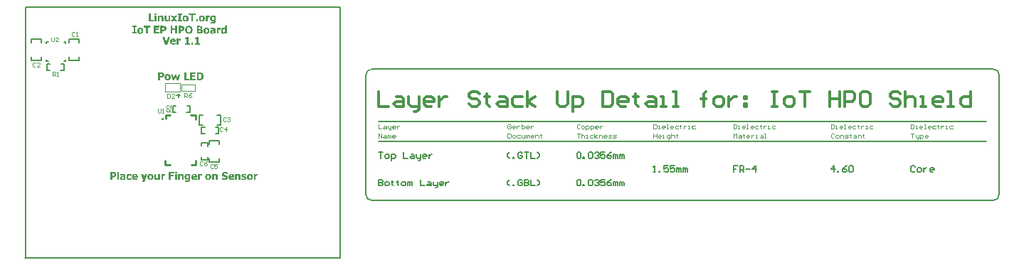
<source format=gto>
%FSLAX25Y25*%
%MOIN*%
G70*
G01*
G75*
G04 Layer_Color=65535*
%ADD10R,0.01969X0.01969*%
%ADD11R,0.02362X0.01969*%
%ADD12R,0.02559X0.02165*%
%ADD13R,0.03740X0.03740*%
%ADD14R,0.02165X0.02559*%
%ADD15R,0.03740X0.03740*%
%ADD16R,0.01969X0.01378*%
%ADD17R,0.02756X0.01181*%
%ADD18R,0.03504X0.06299*%
%ADD19C,0.01181*%
%ADD20C,0.01000*%
%ADD21C,0.02362*%
%ADD22C,0.01378*%
%ADD23C,0.00787*%
%ADD24C,0.01969*%
%ADD25C,0.11811*%
%ADD26C,0.02165*%
%ADD27R,0.03937X0.01378*%
%ADD28R,0.04724X0.05315*%
%ADD29C,0.01260*%
%ADD30C,0.00591*%
%ADD31C,0.00394*%
%ADD32C,0.00709*%
%ADD33C,0.00276*%
G36*
X66382Y100000D02*
X65440D01*
X64200Y103609D01*
X65136D01*
X65926Y101158D01*
X66710Y103609D01*
X67628D01*
X66382Y100000D01*
D02*
G37*
G36*
X70091Y112201D02*
X71097Y110820D01*
X70103D01*
X69582Y111599D01*
X69044Y110820D01*
X68073D01*
X69079Y112178D01*
X68090Y113541D01*
X69079D01*
X69594Y112774D01*
X70108Y113541D01*
X71086D01*
X70091Y112201D01*
D02*
G37*
G36*
X72589Y102726D02*
X72653D01*
X72688Y102720D01*
Y101919D01*
X72612D01*
X72606Y101925D01*
X72577Y101930D01*
X72536Y101936D01*
X72472Y101942D01*
X72454D01*
X72437Y101948D01*
X72413D01*
X72349Y101954D01*
X72220D01*
X72185Y101948D01*
X72144Y101942D01*
X72097Y101936D01*
X71986Y101913D01*
X71981D01*
X71963Y101907D01*
X71934Y101895D01*
X71899Y101884D01*
X71852Y101872D01*
X71805Y101854D01*
X71706Y101819D01*
Y100000D01*
X70857D01*
Y102720D01*
X71706D01*
Y102328D01*
X71717Y102340D01*
X71746Y102363D01*
X71793Y102410D01*
X71864Y102463D01*
X71869Y102469D01*
X71881Y102474D01*
X71899Y102492D01*
X71928Y102510D01*
X71986Y102551D01*
X72051Y102592D01*
X72057D01*
X72068Y102603D01*
X72086Y102615D01*
X72115Y102627D01*
X72179Y102656D01*
X72267Y102691D01*
X72273D01*
X72290Y102697D01*
X72314Y102703D01*
X72343Y102714D01*
X72419Y102726D01*
X72501Y102732D01*
X72554D01*
X72589Y102726D01*
D02*
G37*
G36*
X80960Y100632D02*
X81703D01*
Y100000D01*
X79322D01*
Y100632D01*
X80083D01*
Y102527D01*
X79322D01*
Y103118D01*
X79427D01*
X79474Y103124D01*
X79527D01*
X79650Y103136D01*
X79656D01*
X79679Y103141D01*
X79708Y103147D01*
X79743Y103153D01*
X79831Y103176D01*
X79872Y103188D01*
X79913Y103206D01*
X79919D01*
X79931Y103217D01*
X79954Y103229D01*
X79977Y103247D01*
X80042Y103299D01*
X80094Y103364D01*
X80100Y103370D01*
X80106Y103381D01*
X80118Y103405D01*
X80129Y103434D01*
X80141Y103469D01*
X80153Y103510D01*
X80171Y103609D01*
X80960D01*
Y100632D01*
D02*
G37*
G36*
X69272Y102796D02*
X69319Y102790D01*
X69383Y102785D01*
X69447Y102773D01*
X69518Y102761D01*
X69670Y102720D01*
X69752Y102691D01*
X69828Y102662D01*
X69904Y102621D01*
X69980Y102574D01*
X70044Y102521D01*
X70108Y102463D01*
X70114Y102457D01*
X70120Y102445D01*
X70138Y102428D01*
X70155Y102399D01*
X70185Y102369D01*
X70208Y102322D01*
X70237Y102276D01*
X70266Y102217D01*
X70296Y102153D01*
X70325Y102083D01*
X70354Y102001D01*
X70378Y101919D01*
X70395Y101825D01*
X70413Y101726D01*
X70419Y101620D01*
X70424Y101503D01*
Y101199D01*
X68564D01*
Y101193D01*
X68570Y101170D01*
Y101129D01*
X68576Y101088D01*
X68587Y101035D01*
X68599Y100983D01*
X68617Y100930D01*
X68640Y100877D01*
X68646Y100872D01*
X68652Y100854D01*
X68669Y100831D01*
X68687Y100807D01*
X68745Y100737D01*
X68822Y100679D01*
X68827Y100673D01*
X68839Y100667D01*
X68862Y100655D01*
X68898Y100638D01*
X68933Y100620D01*
X68974Y100602D01*
X69073Y100567D01*
X69079D01*
X69096Y100562D01*
X69132Y100556D01*
X69167D01*
X69213Y100550D01*
X69272Y100544D01*
X69395Y100538D01*
X69447D01*
X69488Y100544D01*
X69529D01*
X69576Y100550D01*
X69681Y100567D01*
X69687D01*
X69705Y100573D01*
X69734Y100579D01*
X69769Y100591D01*
X69857Y100620D01*
X69945Y100655D01*
X69950D01*
X69962Y100661D01*
X69986Y100673D01*
X70009Y100684D01*
X70073Y100720D01*
X70138Y100755D01*
X70144D01*
X70155Y100766D01*
X70190Y100790D01*
X70237Y100819D01*
X70284Y100854D01*
X70378D01*
Y100152D01*
X70372D01*
X70360Y100146D01*
X70342Y100140D01*
X70313Y100129D01*
X70255Y100105D01*
X70185Y100076D01*
X70179D01*
X70167Y100070D01*
X70149Y100064D01*
X70120Y100053D01*
X70091Y100041D01*
X70050Y100029D01*
X70003Y100018D01*
X69950Y100006D01*
X69945D01*
X69927Y100000D01*
X69898Y99994D01*
X69863Y99988D01*
X69822Y99982D01*
X69769Y99971D01*
X69664Y99953D01*
X69658D01*
X69640Y99947D01*
X69605D01*
X69564Y99941D01*
X69512Y99936D01*
X69453D01*
X69383Y99930D01*
X69231D01*
X69178Y99936D01*
X69114Y99941D01*
X69044Y99947D01*
X68956Y99959D01*
X68868Y99977D01*
X68681Y100018D01*
X68582Y100047D01*
X68482Y100082D01*
X68389Y100123D01*
X68295Y100175D01*
X68207Y100228D01*
X68125Y100293D01*
X68120Y100298D01*
X68108Y100310D01*
X68090Y100333D01*
X68061Y100363D01*
X68032Y100398D01*
X67997Y100445D01*
X67962Y100497D01*
X67921Y100562D01*
X67886Y100632D01*
X67845Y100708D01*
X67809Y100796D01*
X67780Y100889D01*
X67751Y100989D01*
X67733Y101100D01*
X67722Y101217D01*
X67716Y101340D01*
Y101346D01*
Y101369D01*
Y101404D01*
X67722Y101451D01*
X67728Y101509D01*
X67733Y101574D01*
X67745Y101644D01*
X67763Y101726D01*
X67809Y101895D01*
X67839Y101983D01*
X67874Y102071D01*
X67921Y102159D01*
X67973Y102246D01*
X68032Y102328D01*
X68096Y102404D01*
X68102Y102410D01*
X68114Y102422D01*
X68137Y102439D01*
X68166Y102469D01*
X68207Y102498D01*
X68254Y102533D01*
X68307Y102568D01*
X68371Y102603D01*
X68447Y102638D01*
X68523Y102679D01*
X68611Y102708D01*
X68710Y102738D01*
X68810Y102767D01*
X68921Y102785D01*
X69044Y102796D01*
X69167Y102802D01*
X69225D01*
X69272Y102796D01*
D02*
G37*
G36*
X76251Y100632D02*
X76994D01*
Y100000D01*
X74613D01*
Y100632D01*
X75374D01*
Y102527D01*
X74613D01*
Y103118D01*
X74718D01*
X74765Y103124D01*
X74818D01*
X74941Y103136D01*
X74946D01*
X74970Y103141D01*
X74999Y103147D01*
X75034Y103153D01*
X75122Y103176D01*
X75163Y103188D01*
X75204Y103206D01*
X75210D01*
X75221Y103217D01*
X75245Y103229D01*
X75268Y103247D01*
X75333Y103299D01*
X75385Y103364D01*
X75391Y103370D01*
X75397Y103381D01*
X75409Y103405D01*
X75420Y103434D01*
X75432Y103469D01*
X75444Y103510D01*
X75461Y103609D01*
X76251D01*
Y100632D01*
D02*
G37*
G36*
X78503Y100000D02*
X77643D01*
Y100953D01*
X78503D01*
Y100000D01*
D02*
G37*
G36*
X66722Y86096D02*
X66775Y86090D01*
X66839Y86085D01*
X66915Y86073D01*
X66991Y86055D01*
X67155Y86009D01*
X67243Y85979D01*
X67330Y85938D01*
X67412Y85897D01*
X67494Y85845D01*
X67576Y85786D01*
X67646Y85716D01*
X67652Y85710D01*
X67664Y85698D01*
X67681Y85675D01*
X67705Y85646D01*
X67734Y85605D01*
X67763Y85558D01*
X67799Y85505D01*
X67834Y85441D01*
X67863Y85365D01*
X67898Y85289D01*
X67927Y85201D01*
X67956Y85108D01*
X67980Y85002D01*
X67997Y84897D01*
X68009Y84780D01*
X68015Y84657D01*
Y84651D01*
Y84628D01*
Y84593D01*
X68009Y84546D01*
X68003Y84487D01*
X67997Y84423D01*
X67986Y84353D01*
X67968Y84271D01*
X67927Y84101D01*
X67898Y84014D01*
X67857Y83926D01*
X67816Y83838D01*
X67769Y83756D01*
X67711Y83674D01*
X67646Y83598D01*
X67641Y83592D01*
X67629Y83581D01*
X67605Y83563D01*
X67576Y83540D01*
X67541Y83511D01*
X67494Y83476D01*
X67442Y83446D01*
X67377Y83411D01*
X67307Y83370D01*
X67231Y83341D01*
X67149Y83306D01*
X67055Y83277D01*
X66956Y83253D01*
X66845Y83236D01*
X66734Y83224D01*
X66611Y83218D01*
X66547D01*
X66500Y83224D01*
X66447Y83230D01*
X66383Y83236D01*
X66307Y83247D01*
X66231Y83265D01*
X66067Y83312D01*
X65979Y83341D01*
X65891Y83376D01*
X65810Y83423D01*
X65728Y83476D01*
X65646Y83534D01*
X65575Y83598D01*
X65570Y83604D01*
X65558Y83616D01*
X65540Y83639D01*
X65517Y83669D01*
X65494Y83710D01*
X65459Y83756D01*
X65429Y83815D01*
X65394Y83873D01*
X65359Y83949D01*
X65330Y84025D01*
X65295Y84113D01*
X65271Y84207D01*
X65248Y84312D01*
X65230Y84417D01*
X65219Y84534D01*
X65213Y84657D01*
Y84663D01*
Y84686D01*
Y84722D01*
X65219Y84768D01*
X65224Y84827D01*
X65230Y84891D01*
X65242Y84967D01*
X65260Y85043D01*
X65301Y85213D01*
X65330Y85301D01*
X65365Y85388D01*
X65406Y85476D01*
X65459Y85564D01*
X65511Y85640D01*
X65575Y85716D01*
X65581Y85722D01*
X65593Y85734D01*
X65616Y85751D01*
X65646Y85774D01*
X65681Y85804D01*
X65728Y85839D01*
X65780Y85874D01*
X65845Y85909D01*
X65915Y85944D01*
X65991Y85979D01*
X66073Y86014D01*
X66166Y86044D01*
X66266Y86067D01*
X66377Y86085D01*
X66488Y86096D01*
X66611Y86102D01*
X66675D01*
X66722Y86096D01*
D02*
G37*
G36*
X67763Y110820D02*
X66914D01*
Y111119D01*
X66903Y111113D01*
X66879Y111090D01*
X66833Y111055D01*
X66780Y111013D01*
X66716Y110967D01*
X66645Y110920D01*
X66575Y110879D01*
X66505Y110838D01*
X66499Y110832D01*
X66476Y110826D01*
X66435Y110809D01*
X66382Y110791D01*
X66318Y110774D01*
X66242Y110762D01*
X66160Y110750D01*
X66066Y110744D01*
X66025D01*
X66002Y110750D01*
X65967D01*
X65926Y110756D01*
X65838Y110774D01*
X65733Y110809D01*
X65627Y110850D01*
X65528Y110914D01*
X65481Y110949D01*
X65434Y110996D01*
Y111002D01*
X65423Y111008D01*
X65417Y111025D01*
X65399Y111043D01*
X65382Y111072D01*
X65364Y111107D01*
X65347Y111142D01*
X65323Y111189D01*
X65300Y111242D01*
X65282Y111300D01*
X65265Y111359D01*
X65247Y111429D01*
X65236Y111505D01*
X65224Y111587D01*
X65212Y111675D01*
Y111768D01*
Y113541D01*
X66060D01*
Y112189D01*
Y112178D01*
Y112154D01*
Y112113D01*
Y112066D01*
Y112014D01*
Y111955D01*
X66066Y111897D01*
Y111844D01*
Y111838D01*
Y111821D01*
X66072Y111797D01*
X66078Y111768D01*
X66095Y111698D01*
X66119Y111622D01*
Y111616D01*
X66125Y111610D01*
X66148Y111575D01*
X66189Y111528D01*
X66242Y111493D01*
X66247D01*
X66259Y111487D01*
X66277Y111481D01*
X66300Y111476D01*
X66335Y111464D01*
X66370Y111458D01*
X66417Y111452D01*
X66505D01*
X66528Y111458D01*
X66598Y111470D01*
X66680Y111493D01*
X66686D01*
X66704Y111499D01*
X66727Y111511D01*
X66756Y111522D01*
X66833Y111558D01*
X66914Y111610D01*
Y113541D01*
X67763D01*
Y110820D01*
D02*
G37*
G36*
X71724Y83300D02*
X70823D01*
X70343Y85055D01*
X69863Y83300D01*
X68963D01*
X68179Y86020D01*
X69068D01*
X69483Y84218D01*
X69998Y86020D01*
X70747D01*
X71232Y84218D01*
X71648Y86020D01*
X72519D01*
X71724Y83300D01*
D02*
G37*
G36*
X75818Y39296D02*
X75871Y39290D01*
X75936Y39279D01*
X76064Y39244D01*
X76070D01*
X76093Y39232D01*
X76123Y39220D01*
X76164Y39203D01*
X76210Y39185D01*
X76263Y39156D01*
X76368Y39097D01*
X76398Y39220D01*
X77223D01*
Y36804D01*
Y36798D01*
Y36787D01*
Y36769D01*
Y36740D01*
X77217Y36711D01*
Y36676D01*
X77211Y36588D01*
X77193Y36488D01*
X77176Y36383D01*
X77146Y36278D01*
X77111Y36172D01*
X77105Y36161D01*
X77094Y36126D01*
X77065Y36079D01*
X77035Y36020D01*
X76989Y35950D01*
X76942Y35886D01*
X76877Y35816D01*
X76813Y35757D01*
X76807Y35751D01*
X76778Y35734D01*
X76737Y35704D01*
X76684Y35675D01*
X76614Y35640D01*
X76538Y35599D01*
X76450Y35570D01*
X76357Y35541D01*
X76345D01*
X76310Y35529D01*
X76257Y35517D01*
X76187Y35506D01*
X76099Y35494D01*
X75994Y35482D01*
X75883Y35476D01*
X75766Y35470D01*
X75666D01*
X75602Y35476D01*
X75520D01*
X75438Y35488D01*
X75251Y35506D01*
X75239D01*
X75210Y35511D01*
X75163Y35517D01*
X75105Y35529D01*
X75040Y35541D01*
X74970Y35552D01*
X74900Y35570D01*
X74830Y35587D01*
Y36266D01*
X74929D01*
X74941Y36260D01*
X74970Y36254D01*
X75017Y36237D01*
X75076Y36219D01*
X75081D01*
X75093Y36213D01*
X75111Y36208D01*
X75128Y36202D01*
X75187Y36184D01*
X75251Y36167D01*
X75257D01*
X75269Y36161D01*
X75292Y36155D01*
X75315Y36149D01*
X75380Y36137D01*
X75456Y36120D01*
X75473D01*
X75491Y36114D01*
X75520D01*
X75585Y36108D01*
X75661Y36102D01*
X75736D01*
X75789Y36108D01*
X75842Y36114D01*
X75906Y36120D01*
X75965Y36132D01*
X76023Y36149D01*
X76029D01*
X76047Y36161D01*
X76076Y36167D01*
X76105Y36184D01*
X76175Y36225D01*
X76210Y36248D01*
X76240Y36278D01*
X76245Y36284D01*
X76251Y36295D01*
X76263Y36313D01*
X76281Y36336D01*
X76316Y36400D01*
X76345Y36483D01*
Y36488D01*
X76351Y36500D01*
X76357Y36529D01*
X76363Y36558D01*
Y36599D01*
X76368Y36646D01*
X76374Y36705D01*
Y36763D01*
Y36816D01*
X76368Y36810D01*
X76351Y36798D01*
X76316Y36775D01*
X76281Y36746D01*
X76228Y36716D01*
X76169Y36681D01*
X76111Y36646D01*
X76041Y36617D01*
X76035Y36611D01*
X76012Y36605D01*
X75971Y36594D01*
X75924Y36582D01*
X75865Y36564D01*
X75801Y36553D01*
X75731Y36547D01*
X75655Y36541D01*
X75602D01*
X75567Y36547D01*
X75520Y36553D01*
X75473Y36558D01*
X75350Y36582D01*
X75222Y36623D01*
X75151Y36652D01*
X75087Y36687D01*
X75017Y36722D01*
X74953Y36769D01*
X74894Y36822D01*
X74836Y36880D01*
X74830Y36886D01*
X74824Y36898D01*
X74812Y36915D01*
X74789Y36945D01*
X74771Y36980D01*
X74748Y37027D01*
X74719Y37079D01*
X74695Y37143D01*
X74666Y37214D01*
X74643Y37290D01*
X74613Y37378D01*
X74596Y37471D01*
X74578Y37571D01*
X74561Y37688D01*
X74555Y37805D01*
X74549Y37933D01*
Y37939D01*
Y37945D01*
Y37962D01*
Y37986D01*
X74555Y38044D01*
X74561Y38120D01*
X74572Y38208D01*
X74584Y38308D01*
X74607Y38407D01*
X74637Y38501D01*
Y38506D01*
X74643Y38512D01*
X74654Y38542D01*
X74672Y38594D01*
X74701Y38653D01*
X74736Y38723D01*
X74777Y38793D01*
X74824Y38869D01*
X74882Y38939D01*
X74888Y38945D01*
X74912Y38969D01*
X74941Y38998D01*
X74988Y39039D01*
X75040Y39080D01*
X75099Y39127D01*
X75169Y39168D01*
X75245Y39209D01*
X75257Y39214D01*
X75280Y39226D01*
X75327Y39238D01*
X75380Y39255D01*
X75450Y39273D01*
X75526Y39290D01*
X75608Y39296D01*
X75690Y39302D01*
X75766D01*
X75818Y39296D01*
D02*
G37*
G36*
X81616Y86904D02*
X81727Y86898D01*
X81844Y86886D01*
X81967Y86874D01*
X82096Y86857D01*
X82113D01*
X82131Y86851D01*
X82154Y86845D01*
X82219Y86833D01*
X82301Y86810D01*
X82394Y86781D01*
X82499Y86740D01*
X82605Y86687D01*
X82716Y86623D01*
X82722D01*
X82734Y86611D01*
X82751Y86599D01*
X82775Y86582D01*
X82839Y86529D01*
X82921Y86459D01*
X83008Y86371D01*
X83102Y86266D01*
X83196Y86143D01*
X83277Y86009D01*
Y86003D01*
X83289Y85991D01*
X83295Y85968D01*
X83313Y85938D01*
X83324Y85903D01*
X83342Y85856D01*
X83365Y85810D01*
X83383Y85751D01*
X83400Y85687D01*
X83424Y85617D01*
X83453Y85459D01*
X83476Y85289D01*
X83488Y85096D01*
Y85090D01*
Y85073D01*
Y85049D01*
X83482Y85014D01*
Y84967D01*
X83476Y84915D01*
X83471Y84856D01*
X83459Y84798D01*
X83435Y84657D01*
X83395Y84505D01*
X83342Y84347D01*
X83266Y84195D01*
Y84189D01*
X83254Y84178D01*
X83242Y84160D01*
X83225Y84131D01*
X83201Y84096D01*
X83178Y84061D01*
X83114Y83967D01*
X83032Y83873D01*
X82938Y83768D01*
X82827Y83669D01*
X82710Y83581D01*
X82704D01*
X82698Y83575D01*
X82681Y83563D01*
X82663Y83552D01*
X82605Y83522D01*
X82529Y83481D01*
X82435Y83446D01*
X82330Y83405D01*
X82219Y83370D01*
X82096Y83347D01*
X82084D01*
X82061Y83341D01*
X82037D01*
X82008Y83335D01*
X81973D01*
X81885Y83323D01*
X81780Y83318D01*
X81663Y83306D01*
X81534Y83300D01*
X80271D01*
Y86910D01*
X81523D01*
X81616Y86904D01*
D02*
G37*
G36*
X63779D02*
X63867Y86898D01*
X63955Y86886D01*
X64043Y86869D01*
X64131Y86851D01*
X64142D01*
X64171Y86839D01*
X64212Y86827D01*
X64271Y86804D01*
X64335Y86781D01*
X64400Y86752D01*
X64476Y86711D01*
X64546Y86670D01*
X64558Y86664D01*
X64581Y86646D01*
X64616Y86617D01*
X64657Y86576D01*
X64710Y86523D01*
X64762Y86459D01*
X64809Y86389D01*
X64856Y86307D01*
X64862Y86295D01*
X64873Y86266D01*
X64891Y86219D01*
X64914Y86155D01*
X64938Y86073D01*
X64955Y85985D01*
X64967Y85880D01*
X64973Y85769D01*
Y85757D01*
Y85728D01*
X64967Y85675D01*
X64961Y85617D01*
X64955Y85540D01*
X64938Y85459D01*
X64920Y85377D01*
X64891Y85289D01*
X64885Y85277D01*
X64873Y85254D01*
X64856Y85207D01*
X64833Y85154D01*
X64797Y85096D01*
X64762Y85032D01*
X64715Y84967D01*
X64663Y84909D01*
X64657Y84903D01*
X64645Y84891D01*
X64628Y84874D01*
X64604Y84850D01*
X64540Y84798D01*
X64458Y84733D01*
X64452Y84727D01*
X64441Y84722D01*
X64417Y84704D01*
X64388Y84686D01*
X64353Y84663D01*
X64312Y84640D01*
X64218Y84599D01*
X64212D01*
X64195Y84587D01*
X64166Y84581D01*
X64131Y84564D01*
X64090Y84552D01*
X64037Y84534D01*
X63926Y84511D01*
X63920D01*
X63897Y84505D01*
X63867Y84499D01*
X63826D01*
X63774Y84493D01*
X63715Y84487D01*
X63645Y84482D01*
X63107D01*
Y83300D01*
X62200D01*
Y86910D01*
X63709D01*
X63779Y86904D01*
D02*
G37*
G36*
X75287Y83979D02*
X76784D01*
Y83300D01*
X74380D01*
Y86910D01*
X75287D01*
Y83979D01*
D02*
G37*
G36*
X79656Y86231D02*
X78124D01*
Y85587D01*
X79534D01*
Y84909D01*
X78124D01*
Y83979D01*
X79656D01*
Y83300D01*
X77217D01*
Y86910D01*
X79656D01*
Y86231D01*
D02*
G37*
G36*
X94291Y105100D02*
X93443D01*
Y105381D01*
X93437Y105375D01*
X93425Y105369D01*
X93408Y105357D01*
X93384Y105334D01*
X93326Y105287D01*
X93250Y105235D01*
X93244Y105229D01*
X93232Y105223D01*
X93214Y105211D01*
X93185Y105194D01*
X93127Y105153D01*
X93068Y105118D01*
X93062D01*
X93051Y105112D01*
X93027Y105106D01*
X93004Y105094D01*
X92940Y105071D01*
X92864Y105053D01*
X92858D01*
X92846Y105047D01*
X92823Y105042D01*
X92799D01*
X92764Y105036D01*
X92723Y105030D01*
X92624Y105024D01*
X92577D01*
X92548Y105030D01*
X92507Y105036D01*
X92466Y105047D01*
X92360Y105071D01*
X92243Y105118D01*
X92179Y105147D01*
X92121Y105188D01*
X92056Y105229D01*
X91998Y105281D01*
X91939Y105340D01*
X91887Y105410D01*
Y105416D01*
X91875Y105428D01*
X91863Y105451D01*
X91846Y105480D01*
X91822Y105521D01*
X91799Y105568D01*
X91775Y105621D01*
X91752Y105685D01*
X91729Y105755D01*
X91705Y105831D01*
X91682Y105913D01*
X91658Y106007D01*
X91641Y106106D01*
X91629Y106211D01*
X91623Y106323D01*
X91617Y106440D01*
Y106446D01*
Y106457D01*
Y106475D01*
Y106498D01*
X91623Y106568D01*
X91629Y106650D01*
X91641Y106750D01*
X91653Y106849D01*
X91676Y106960D01*
X91705Y107060D01*
Y107066D01*
X91711Y107071D01*
X91723Y107106D01*
X91746Y107153D01*
X91775Y107218D01*
X91811Y107288D01*
X91851Y107364D01*
X91904Y107440D01*
X91963Y107516D01*
X91968Y107522D01*
X91992Y107545D01*
X92021Y107574D01*
X92062Y107615D01*
X92115Y107662D01*
X92173Y107709D01*
X92243Y107756D01*
X92319Y107797D01*
X92331Y107803D01*
X92355Y107814D01*
X92401Y107832D01*
X92460Y107850D01*
X92524Y107867D01*
X92600Y107885D01*
X92682Y107896D01*
X92770Y107902D01*
X92846D01*
X92893Y107896D01*
X92945Y107890D01*
X93004Y107885D01*
X93062Y107873D01*
X93115Y107855D01*
X93121D01*
X93138Y107850D01*
X93168Y107838D01*
X93209Y107820D01*
X93255Y107803D01*
X93314Y107779D01*
X93372Y107750D01*
X93443Y107715D01*
Y108867D01*
X94291D01*
Y105100D01*
D02*
G37*
G36*
X62631Y108031D02*
X61098D01*
Y107387D01*
X62508D01*
Y106709D01*
X61098D01*
Y105779D01*
X62631D01*
Y105100D01*
X60191D01*
Y108709D01*
X62631D01*
Y108031D01*
D02*
G37*
G36*
X58366D02*
X57301D01*
Y105100D01*
X56395D01*
Y108031D01*
X55330D01*
Y108709D01*
X58366D01*
Y108031D01*
D02*
G37*
G36*
X52048Y108078D02*
X51527D01*
Y105732D01*
X52048D01*
Y105100D01*
X50100D01*
Y105732D01*
X50621D01*
Y108078D01*
X50100D01*
Y108709D01*
X52048D01*
Y108078D01*
D02*
G37*
G36*
X87803Y107896D02*
X87862D01*
X87926Y107890D01*
X87996Y107885D01*
X88078Y107873D01*
X88242Y107844D01*
X88412Y107803D01*
X88576Y107744D01*
X88646Y107703D01*
X88710Y107662D01*
X88716D01*
X88722Y107651D01*
X88763Y107621D01*
X88810Y107563D01*
X88874Y107487D01*
X88932Y107387D01*
X88979Y107264D01*
X89020Y107118D01*
X89026Y107036D01*
X89032Y106949D01*
Y105100D01*
X88183D01*
Y105387D01*
X88178Y105381D01*
X88172Y105375D01*
X88131Y105340D01*
X88078Y105299D01*
X88025Y105252D01*
X88020D01*
X88014Y105240D01*
X87996Y105229D01*
X87979Y105217D01*
X87920Y105182D01*
X87844Y105141D01*
X87838D01*
X87827Y105135D01*
X87803Y105123D01*
X87774Y105112D01*
X87704Y105082D01*
X87622Y105059D01*
X87616D01*
X87604Y105053D01*
X87581Y105047D01*
X87546D01*
X87505Y105042D01*
X87452Y105036D01*
X87394Y105030D01*
X87288D01*
X87265Y105036D01*
X87195Y105042D01*
X87113Y105059D01*
X87019Y105088D01*
X86920Y105129D01*
X86821Y105188D01*
X86727Y105270D01*
X86715Y105281D01*
X86692Y105311D01*
X86651Y105363D01*
X86610Y105433D01*
X86569Y105521D01*
X86528Y105626D01*
X86505Y105744D01*
X86493Y105878D01*
Y105884D01*
Y105890D01*
Y105907D01*
Y105931D01*
X86499Y105983D01*
X86510Y106053D01*
X86522Y106130D01*
X86540Y106211D01*
X86569Y106293D01*
X86610Y106369D01*
X86616Y106375D01*
X86633Y106399D01*
X86663Y106434D01*
X86698Y106475D01*
X86750Y106522D01*
X86809Y106574D01*
X86879Y106621D01*
X86955Y106662D01*
X86967Y106668D01*
X86996Y106679D01*
X87043Y106697D01*
X87107Y106720D01*
X87189Y106750D01*
X87283Y106773D01*
X87388Y106797D01*
X87499Y106814D01*
X87517D01*
X87534Y106820D01*
X87558D01*
X87587Y106826D01*
X87622Y106832D01*
X87704Y106843D01*
X87809Y106855D01*
X87926Y106867D01*
X88049Y106878D01*
X88183Y106890D01*
Y106902D01*
Y106913D01*
Y106937D01*
X88178Y106978D01*
X88166Y107025D01*
X88143Y107077D01*
X88113Y107130D01*
X88072Y107177D01*
X88020Y107218D01*
X88014Y107224D01*
X87990Y107235D01*
X87950Y107247D01*
X87897Y107264D01*
X87827Y107282D01*
X87745Y107300D01*
X87645Y107305D01*
X87528Y107311D01*
X87470D01*
X87429Y107305D01*
X87376Y107300D01*
X87318Y107288D01*
X87248Y107270D01*
X87177Y107253D01*
X87172D01*
X87142Y107241D01*
X87107Y107229D01*
X87054Y107212D01*
X86996Y107194D01*
X86932Y107171D01*
X86791Y107112D01*
X86721D01*
Y107762D01*
X86727D01*
X86744Y107768D01*
X86774Y107779D01*
X86821Y107791D01*
X86873Y107803D01*
X86943Y107814D01*
X87025Y107832D01*
X87125Y107850D01*
X87136D01*
X87172Y107855D01*
X87230Y107867D01*
X87300Y107879D01*
X87388Y107885D01*
X87481Y107896D01*
X87581Y107902D01*
X87751D01*
X87803Y107896D01*
D02*
G37*
G36*
X64824Y108704D02*
X64912Y108698D01*
X65000Y108686D01*
X65088Y108668D01*
X65175Y108651D01*
X65187D01*
X65216Y108639D01*
X65257Y108627D01*
X65316Y108604D01*
X65380Y108581D01*
X65445Y108552D01*
X65521Y108510D01*
X65591Y108470D01*
X65602Y108464D01*
X65626Y108446D01*
X65661Y108417D01*
X65702Y108376D01*
X65755Y108323D01*
X65807Y108259D01*
X65854Y108189D01*
X65901Y108107D01*
X65907Y108095D01*
X65918Y108066D01*
X65936Y108019D01*
X65959Y107955D01*
X65983Y107873D01*
X66000Y107785D01*
X66012Y107680D01*
X66018Y107569D01*
Y107557D01*
Y107528D01*
X66012Y107475D01*
X66006Y107417D01*
X66000Y107341D01*
X65983Y107259D01*
X65965Y107177D01*
X65936Y107089D01*
X65930Y107077D01*
X65918Y107054D01*
X65901Y107007D01*
X65877Y106954D01*
X65842Y106896D01*
X65807Y106832D01*
X65760Y106767D01*
X65708Y106709D01*
X65702Y106703D01*
X65690Y106691D01*
X65673Y106674D01*
X65649Y106650D01*
X65585Y106598D01*
X65503Y106533D01*
X65497Y106527D01*
X65486Y106522D01*
X65462Y106504D01*
X65433Y106486D01*
X65398Y106463D01*
X65357Y106440D01*
X65263Y106399D01*
X65257D01*
X65240Y106387D01*
X65211Y106381D01*
X65175Y106364D01*
X65135Y106352D01*
X65082Y106334D01*
X64971Y106311D01*
X64965D01*
X64941Y106305D01*
X64912Y106299D01*
X64871D01*
X64819Y106293D01*
X64760Y106288D01*
X64690Y106282D01*
X64152D01*
Y105100D01*
X63245D01*
Y108709D01*
X64754D01*
X64824Y108704D01*
D02*
G37*
G36*
X73325D02*
X73412Y108698D01*
X73500Y108686D01*
X73588Y108668D01*
X73676Y108651D01*
X73687D01*
X73716Y108639D01*
X73757Y108627D01*
X73816Y108604D01*
X73880Y108581D01*
X73945Y108552D01*
X74021Y108510D01*
X74091Y108470D01*
X74102Y108464D01*
X74126Y108446D01*
X74161Y108417D01*
X74202Y108376D01*
X74255Y108323D01*
X74307Y108259D01*
X74354Y108189D01*
X74401Y108107D01*
X74407Y108095D01*
X74418Y108066D01*
X74436Y108019D01*
X74459Y107955D01*
X74483Y107873D01*
X74500Y107785D01*
X74512Y107680D01*
X74518Y107569D01*
Y107557D01*
Y107528D01*
X74512Y107475D01*
X74506Y107417D01*
X74500Y107341D01*
X74483Y107259D01*
X74465Y107177D01*
X74436Y107089D01*
X74430Y107077D01*
X74418Y107054D01*
X74401Y107007D01*
X74378Y106954D01*
X74342Y106896D01*
X74307Y106832D01*
X74260Y106767D01*
X74208Y106709D01*
X74202Y106703D01*
X74190Y106691D01*
X74173Y106674D01*
X74149Y106650D01*
X74085Y106598D01*
X74003Y106533D01*
X73997Y106527D01*
X73986Y106522D01*
X73962Y106504D01*
X73933Y106486D01*
X73898Y106463D01*
X73857Y106440D01*
X73763Y106399D01*
X73757D01*
X73740Y106387D01*
X73711Y106381D01*
X73676Y106364D01*
X73635Y106352D01*
X73582Y106334D01*
X73471Y106311D01*
X73465D01*
X73441Y106305D01*
X73412Y106299D01*
X73371D01*
X73319Y106293D01*
X73260Y106288D01*
X73190Y106282D01*
X72652D01*
Y105100D01*
X71745D01*
Y108709D01*
X73254D01*
X73325Y108704D01*
D02*
G37*
G36*
X81766D02*
X81866D01*
X81965Y108698D01*
X82064Y108686D01*
X82146Y108674D01*
X82158D01*
X82181Y108668D01*
X82222Y108663D01*
X82269Y108651D01*
X82333Y108633D01*
X82398Y108610D01*
X82462Y108587D01*
X82532Y108552D01*
X82538Y108546D01*
X82562Y108534D01*
X82597Y108510D01*
X82644Y108475D01*
X82684Y108434D01*
X82737Y108388D01*
X82778Y108335D01*
X82819Y108271D01*
X82825Y108265D01*
X82837Y108241D01*
X82848Y108201D01*
X82872Y108154D01*
X82889Y108095D01*
X82901Y108025D01*
X82913Y107949D01*
X82919Y107867D01*
Y107855D01*
Y107820D01*
X82913Y107773D01*
X82901Y107709D01*
X82883Y107633D01*
X82860Y107557D01*
X82831Y107475D01*
X82784Y107393D01*
X82778Y107381D01*
X82761Y107358D01*
X82731Y107323D01*
X82690Y107276D01*
X82638Y107229D01*
X82579Y107177D01*
X82503Y107130D01*
X82421Y107089D01*
Y107071D01*
X82427D01*
X82439Y107066D01*
X82456D01*
X82474Y107060D01*
X82538Y107036D01*
X82614Y107007D01*
X82696Y106972D01*
X82784Y106919D01*
X82872Y106861D01*
X82954Y106785D01*
X82965Y106773D01*
X82989Y106744D01*
X83018Y106697D01*
X83059Y106633D01*
X83094Y106545D01*
X83129Y106446D01*
X83153Y106328D01*
X83158Y106200D01*
Y106188D01*
Y106153D01*
X83153Y106106D01*
X83147Y106042D01*
X83135Y105966D01*
X83112Y105884D01*
X83088Y105808D01*
X83053Y105726D01*
X83047Y105720D01*
X83035Y105691D01*
X83012Y105656D01*
X82983Y105609D01*
X82942Y105556D01*
X82895Y105504D01*
X82842Y105445D01*
X82778Y105393D01*
X82766Y105387D01*
X82743Y105369D01*
X82702Y105340D01*
X82649Y105305D01*
X82585Y105270D01*
X82509Y105229D01*
X82421Y105194D01*
X82333Y105164D01*
X82322D01*
X82287Y105153D01*
X82234Y105147D01*
X82164Y105135D01*
X82076Y105123D01*
X81971Y105112D01*
X81848Y105106D01*
X81713Y105100D01*
X80274D01*
Y108709D01*
X81678D01*
X81766Y108704D01*
D02*
G37*
G36*
X76612Y108780D02*
X76671D01*
X76741Y108768D01*
X76817Y108756D01*
X76905Y108745D01*
X77004Y108721D01*
X77104Y108698D01*
X77209Y108663D01*
X77314Y108622D01*
X77420Y108569D01*
X77525Y108510D01*
X77630Y108446D01*
X77724Y108364D01*
X77817Y108276D01*
X77823Y108271D01*
X77835Y108253D01*
X77858Y108224D01*
X77893Y108183D01*
X77928Y108136D01*
X77964Y108072D01*
X78010Y108002D01*
X78051Y107914D01*
X78092Y107820D01*
X78139Y107721D01*
X78174Y107610D01*
X78215Y107487D01*
X78244Y107352D01*
X78268Y107212D01*
X78279Y107060D01*
X78285Y106902D01*
Y106890D01*
Y106861D01*
Y106820D01*
X78279Y106755D01*
X78274Y106685D01*
X78262Y106598D01*
X78244Y106504D01*
X78227Y106399D01*
X78203Y106293D01*
X78174Y106176D01*
X78133Y106065D01*
X78086Y105948D01*
X78034Y105837D01*
X77969Y105726D01*
X77899Y105621D01*
X77817Y105521D01*
X77811Y105515D01*
X77794Y105498D01*
X77771Y105474D01*
X77729Y105445D01*
X77683Y105404D01*
X77624Y105363D01*
X77560Y105316D01*
X77484Y105275D01*
X77396Y105229D01*
X77297Y105182D01*
X77191Y105141D01*
X77080Y105100D01*
X76957Y105071D01*
X76823Y105047D01*
X76682Y105030D01*
X76536Y105024D01*
X76501D01*
X76460Y105030D01*
X76402D01*
X76331Y105042D01*
X76255Y105053D01*
X76162Y105065D01*
X76068Y105088D01*
X75969Y105112D01*
X75863Y105147D01*
X75758Y105188D01*
X75653Y105235D01*
X75547Y105293D01*
X75442Y105363D01*
X75349Y105439D01*
X75255Y105527D01*
X75249Y105533D01*
X75238Y105551D01*
X75214Y105580D01*
X75185Y105621D01*
X75150Y105673D01*
X75109Y105732D01*
X75068Y105808D01*
X75027Y105890D01*
X74980Y105983D01*
X74939Y106089D01*
X74898Y106200D01*
X74863Y106323D01*
X74834Y106451D01*
X74810Y106592D01*
X74799Y106744D01*
X74793Y106902D01*
Y106913D01*
Y106943D01*
X74799Y106984D01*
Y107048D01*
X74805Y107118D01*
X74816Y107206D01*
X74834Y107300D01*
X74851Y107399D01*
X74875Y107510D01*
X74904Y107621D01*
X74945Y107732D01*
X74986Y107850D01*
X75038Y107961D01*
X75103Y108072D01*
X75173Y108177D01*
X75255Y108276D01*
X75261Y108282D01*
X75278Y108300D01*
X75302Y108323D01*
X75343Y108358D01*
X75389Y108394D01*
X75442Y108440D01*
X75512Y108481D01*
X75589Y108534D01*
X75676Y108581D01*
X75770Y108627D01*
X75875Y108668D01*
X75992Y108704D01*
X76115Y108739D01*
X76244Y108762D01*
X76390Y108780D01*
X76536Y108785D01*
X76571D01*
X76612Y108780D01*
D02*
G37*
G36*
X86243Y113547D02*
X86307D01*
X86342Y113541D01*
Y112739D01*
X86266D01*
X86260Y112745D01*
X86231Y112751D01*
X86190Y112757D01*
X86126Y112763D01*
X86108D01*
X86091Y112768D01*
X86067D01*
X86003Y112774D01*
X85874D01*
X85839Y112768D01*
X85798Y112763D01*
X85751Y112757D01*
X85640Y112733D01*
X85634D01*
X85617Y112728D01*
X85588Y112716D01*
X85553Y112704D01*
X85506Y112692D01*
X85459Y112675D01*
X85360Y112640D01*
Y110820D01*
X84511D01*
Y113541D01*
X85360D01*
Y113149D01*
X85371Y113161D01*
X85400Y113184D01*
X85447Y113231D01*
X85517Y113283D01*
X85523Y113289D01*
X85535Y113295D01*
X85553Y113313D01*
X85582Y113330D01*
X85640Y113371D01*
X85705Y113412D01*
X85711D01*
X85722Y113424D01*
X85740Y113435D01*
X85769Y113447D01*
X85833Y113476D01*
X85921Y113512D01*
X85927D01*
X85944Y113517D01*
X85968Y113523D01*
X85997Y113535D01*
X86073Y113547D01*
X86155Y113552D01*
X86208D01*
X86243Y113547D01*
D02*
G37*
G36*
X70996Y105100D02*
X70089D01*
Y106709D01*
X68861D01*
Y105100D01*
X67954D01*
Y108709D01*
X68861D01*
Y107387D01*
X70089D01*
Y108709D01*
X70996D01*
Y105100D01*
D02*
G37*
G36*
X91389Y107826D02*
X91454D01*
X91489Y107820D01*
Y107019D01*
X91413D01*
X91407Y107025D01*
X91378Y107030D01*
X91337Y107036D01*
X91272Y107042D01*
X91255D01*
X91237Y107048D01*
X91214D01*
X91149Y107054D01*
X91021D01*
X90986Y107048D01*
X90945Y107042D01*
X90898Y107036D01*
X90787Y107013D01*
X90781D01*
X90763Y107007D01*
X90734Y106995D01*
X90699Y106984D01*
X90652Y106972D01*
X90605Y106954D01*
X90506Y106919D01*
Y105100D01*
X89658D01*
Y107820D01*
X90506D01*
Y107428D01*
X90518Y107440D01*
X90547Y107463D01*
X90594Y107510D01*
X90664Y107563D01*
X90670Y107569D01*
X90681Y107574D01*
X90699Y107592D01*
X90728Y107610D01*
X90787Y107651D01*
X90851Y107692D01*
X90857D01*
X90869Y107703D01*
X90886Y107715D01*
X90915Y107727D01*
X90980Y107756D01*
X91068Y107791D01*
X91073D01*
X91091Y107797D01*
X91114Y107803D01*
X91144Y107814D01*
X91220Y107826D01*
X91302Y107832D01*
X91354D01*
X91389Y107826D01*
D02*
G37*
G36*
X63814Y113617D02*
X63849D01*
X63890Y113611D01*
X63978Y113587D01*
X64083Y113558D01*
X64188Y113512D01*
X64288Y113441D01*
X64340Y113400D01*
X64381Y113354D01*
X64393Y113342D01*
X64405Y113324D01*
X64416Y113307D01*
X64434Y113277D01*
X64452Y113242D01*
X64469Y113207D01*
X64492Y113161D01*
X64534Y113055D01*
X64569Y112921D01*
X64592Y112768D01*
X64604Y112593D01*
Y110820D01*
X63755D01*
Y112172D01*
Y112178D01*
Y112201D01*
Y112230D01*
Y112277D01*
X63750Y112324D01*
Y112377D01*
X63738Y112499D01*
Y112505D01*
Y112529D01*
X63732Y112558D01*
X63726Y112593D01*
X63714Y112669D01*
X63703Y112710D01*
X63691Y112739D01*
Y112745D01*
X63685Y112757D01*
X63656Y112792D01*
X63615Y112833D01*
X63562Y112874D01*
X63556D01*
X63545Y112880D01*
X63527Y112885D01*
X63504Y112897D01*
X63475Y112903D01*
X63434Y112909D01*
X63393Y112915D01*
X63299D01*
X63276Y112909D01*
X63205Y112897D01*
X63124Y112874D01*
X63118D01*
X63106Y112868D01*
X63083Y112856D01*
X63059Y112845D01*
X62983Y112804D01*
X62901Y112751D01*
Y110820D01*
X62053D01*
Y113541D01*
X62901D01*
Y113242D01*
X62913Y113248D01*
X62936Y113272D01*
X62977Y113301D01*
X63030Y113342D01*
X63089Y113389D01*
X63159Y113435D01*
X63229Y113476D01*
X63305Y113517D01*
X63317Y113523D01*
X63340Y113535D01*
X63381Y113552D01*
X63434Y113570D01*
X63498Y113587D01*
X63574Y113605D01*
X63656Y113617D01*
X63744Y113623D01*
X63785D01*
X63814Y113617D01*
D02*
G37*
G36*
X84943Y107896D02*
X84995Y107890D01*
X85060Y107885D01*
X85136Y107873D01*
X85212Y107855D01*
X85375Y107808D01*
X85463Y107779D01*
X85551Y107738D01*
X85633Y107697D01*
X85715Y107645D01*
X85797Y107586D01*
X85867Y107516D01*
X85873Y107510D01*
X85884Y107499D01*
X85902Y107475D01*
X85925Y107446D01*
X85955Y107405D01*
X85984Y107358D01*
X86019Y107305D01*
X86054Y107241D01*
X86083Y107165D01*
X86118Y107089D01*
X86148Y107001D01*
X86177Y106908D01*
X86200Y106802D01*
X86218Y106697D01*
X86230Y106580D01*
X86235Y106457D01*
Y106451D01*
Y106428D01*
Y106393D01*
X86230Y106346D01*
X86224Y106288D01*
X86218Y106223D01*
X86206Y106153D01*
X86189Y106071D01*
X86148Y105901D01*
X86118Y105814D01*
X86077Y105726D01*
X86036Y105638D01*
X85990Y105556D01*
X85931Y105474D01*
X85867Y105398D01*
X85861Y105393D01*
X85849Y105381D01*
X85826Y105363D01*
X85797Y105340D01*
X85762Y105311D01*
X85715Y105275D01*
X85662Y105246D01*
X85598Y105211D01*
X85528Y105170D01*
X85452Y105141D01*
X85370Y105106D01*
X85276Y105077D01*
X85177Y105053D01*
X85065Y105036D01*
X84954Y105024D01*
X84831Y105018D01*
X84767D01*
X84720Y105024D01*
X84668Y105030D01*
X84603Y105036D01*
X84527Y105047D01*
X84451Y105065D01*
X84287Y105112D01*
X84200Y105141D01*
X84112Y105176D01*
X84030Y105223D01*
X83948Y105275D01*
X83866Y105334D01*
X83796Y105398D01*
X83790Y105404D01*
X83778Y105416D01*
X83761Y105439D01*
X83737Y105469D01*
X83714Y105509D01*
X83679Y105556D01*
X83650Y105615D01*
X83615Y105673D01*
X83579Y105749D01*
X83550Y105825D01*
X83515Y105913D01*
X83492Y106007D01*
X83468Y106112D01*
X83451Y106217D01*
X83439Y106334D01*
X83433Y106457D01*
Y106463D01*
Y106486D01*
Y106522D01*
X83439Y106568D01*
X83445Y106627D01*
X83451Y106691D01*
X83463Y106767D01*
X83480Y106843D01*
X83521Y107013D01*
X83550Y107101D01*
X83585Y107188D01*
X83626Y107276D01*
X83679Y107364D01*
X83732Y107440D01*
X83796Y107516D01*
X83802Y107522D01*
X83814Y107534D01*
X83837Y107551D01*
X83866Y107574D01*
X83901Y107604D01*
X83948Y107639D01*
X84001Y107674D01*
X84065Y107709D01*
X84135Y107744D01*
X84211Y107779D01*
X84293Y107814D01*
X84387Y107844D01*
X84486Y107867D01*
X84597Y107885D01*
X84709Y107896D01*
X84831Y107902D01*
X84896D01*
X84943Y107896D01*
D02*
G37*
G36*
X53908D02*
X53961Y107890D01*
X54025Y107885D01*
X54101Y107873D01*
X54177Y107855D01*
X54341Y107808D01*
X54429Y107779D01*
X54517Y107738D01*
X54599Y107697D01*
X54681Y107645D01*
X54763Y107586D01*
X54833Y107516D01*
X54839Y107510D01*
X54850Y107499D01*
X54868Y107475D01*
X54891Y107446D01*
X54920Y107405D01*
X54950Y107358D01*
X54985Y107305D01*
X55020Y107241D01*
X55049Y107165D01*
X55084Y107089D01*
X55114Y107001D01*
X55143Y106908D01*
X55166Y106802D01*
X55184Y106697D01*
X55195Y106580D01*
X55201Y106457D01*
Y106451D01*
Y106428D01*
Y106393D01*
X55195Y106346D01*
X55190Y106288D01*
X55184Y106223D01*
X55172Y106153D01*
X55154Y106071D01*
X55114Y105901D01*
X55084Y105814D01*
X55043Y105726D01*
X55002Y105638D01*
X54956Y105556D01*
X54897Y105474D01*
X54833Y105398D01*
X54827Y105393D01*
X54815Y105381D01*
X54792Y105363D01*
X54763Y105340D01*
X54727Y105311D01*
X54681Y105275D01*
X54628Y105246D01*
X54563Y105211D01*
X54493Y105170D01*
X54417Y105141D01*
X54335Y105106D01*
X54242Y105077D01*
X54142Y105053D01*
X54031Y105036D01*
X53920Y105024D01*
X53797Y105018D01*
X53733D01*
X53686Y105024D01*
X53633Y105030D01*
X53569Y105036D01*
X53493Y105047D01*
X53417Y105065D01*
X53253Y105112D01*
X53165Y105141D01*
X53078Y105176D01*
X52996Y105223D01*
X52914Y105275D01*
X52832Y105334D01*
X52762Y105398D01*
X52756Y105404D01*
X52744Y105416D01*
X52727Y105439D01*
X52703Y105469D01*
X52680Y105509D01*
X52645Y105556D01*
X52615Y105615D01*
X52580Y105673D01*
X52545Y105749D01*
X52516Y105825D01*
X52481Y105913D01*
X52458Y106007D01*
X52434Y106112D01*
X52417Y106217D01*
X52405Y106334D01*
X52399Y106457D01*
Y106463D01*
Y106486D01*
Y106522D01*
X52405Y106568D01*
X52411Y106627D01*
X52417Y106691D01*
X52428Y106767D01*
X52446Y106843D01*
X52487Y107013D01*
X52516Y107101D01*
X52551Y107188D01*
X52592Y107276D01*
X52645Y107364D01*
X52697Y107440D01*
X52762Y107516D01*
X52768Y107522D01*
X52779Y107534D01*
X52803Y107551D01*
X52832Y107574D01*
X52867Y107604D01*
X52914Y107639D01*
X52966Y107674D01*
X53031Y107709D01*
X53101Y107744D01*
X53177Y107779D01*
X53259Y107814D01*
X53353Y107844D01*
X53452Y107867D01*
X53563Y107885D01*
X53674Y107896D01*
X53797Y107902D01*
X53861D01*
X53908Y107896D01*
D02*
G37*
G36*
X61433Y113927D02*
X60538D01*
Y114588D01*
X61433D01*
Y113927D01*
D02*
G37*
G36*
X58660Y39296D02*
X58713Y39290D01*
X58777Y39285D01*
X58853Y39273D01*
X58930Y39255D01*
X59093Y39209D01*
X59181Y39179D01*
X59269Y39138D01*
X59351Y39097D01*
X59433Y39045D01*
X59514Y38986D01*
X59585Y38916D01*
X59591Y38910D01*
X59602Y38899D01*
X59620Y38875D01*
X59643Y38846D01*
X59672Y38805D01*
X59702Y38758D01*
X59737Y38706D01*
X59772Y38641D01*
X59801Y38565D01*
X59836Y38489D01*
X59865Y38401D01*
X59895Y38308D01*
X59918Y38202D01*
X59936Y38097D01*
X59947Y37980D01*
X59953Y37857D01*
Y37851D01*
Y37828D01*
Y37793D01*
X59947Y37746D01*
X59942Y37688D01*
X59936Y37623D01*
X59924Y37553D01*
X59906Y37471D01*
X59865Y37301D01*
X59836Y37214D01*
X59795Y37126D01*
X59754Y37038D01*
X59708Y36956D01*
X59649Y36874D01*
X59585Y36798D01*
X59579Y36792D01*
X59567Y36781D01*
X59544Y36763D01*
X59514Y36740D01*
X59479Y36711D01*
X59433Y36676D01*
X59380Y36646D01*
X59316Y36611D01*
X59245Y36570D01*
X59169Y36541D01*
X59088Y36506D01*
X58994Y36477D01*
X58894Y36453D01*
X58783Y36436D01*
X58672Y36424D01*
X58549Y36418D01*
X58485D01*
X58438Y36424D01*
X58385Y36430D01*
X58321Y36436D01*
X58245Y36447D01*
X58169Y36465D01*
X58005Y36512D01*
X57917Y36541D01*
X57830Y36576D01*
X57748Y36623D01*
X57666Y36676D01*
X57584Y36734D01*
X57514Y36798D01*
X57508Y36804D01*
X57496Y36816D01*
X57479Y36839D01*
X57455Y36869D01*
X57432Y36909D01*
X57397Y36956D01*
X57368Y37015D01*
X57332Y37073D01*
X57297Y37149D01*
X57268Y37225D01*
X57233Y37313D01*
X57210Y37407D01*
X57186Y37512D01*
X57169Y37617D01*
X57157Y37734D01*
X57151Y37857D01*
Y37863D01*
Y37887D01*
Y37922D01*
X57157Y37968D01*
X57163Y38027D01*
X57169Y38091D01*
X57180Y38167D01*
X57198Y38243D01*
X57239Y38413D01*
X57268Y38501D01*
X57303Y38589D01*
X57344Y38676D01*
X57397Y38764D01*
X57450Y38840D01*
X57514Y38916D01*
X57520Y38922D01*
X57531Y38934D01*
X57555Y38951D01*
X57584Y38974D01*
X57619Y39004D01*
X57666Y39039D01*
X57719Y39074D01*
X57783Y39109D01*
X57853Y39144D01*
X57929Y39179D01*
X58011Y39214D01*
X58105Y39244D01*
X58204Y39267D01*
X58315Y39285D01*
X58426Y39296D01*
X58549Y39302D01*
X58614D01*
X58660Y39296D01*
D02*
G37*
G36*
X87740Y113617D02*
X87793Y113611D01*
X87857Y113599D01*
X87986Y113564D01*
X87992D01*
X88015Y113552D01*
X88045Y113541D01*
X88086Y113523D01*
X88132Y113506D01*
X88185Y113476D01*
X88290Y113418D01*
X88320Y113541D01*
X89144D01*
Y111125D01*
Y111119D01*
Y111107D01*
Y111090D01*
Y111060D01*
X89139Y111031D01*
Y110996D01*
X89133Y110908D01*
X89115Y110809D01*
X89098Y110704D01*
X89068Y110598D01*
X89033Y110493D01*
X89027Y110481D01*
X89016Y110446D01*
X88986Y110399D01*
X88957Y110341D01*
X88910Y110271D01*
X88864Y110206D01*
X88799Y110136D01*
X88735Y110078D01*
X88729Y110072D01*
X88700Y110054D01*
X88659Y110025D01*
X88606Y109996D01*
X88536Y109960D01*
X88460Y109920D01*
X88372Y109890D01*
X88279Y109861D01*
X88267D01*
X88232Y109849D01*
X88179Y109838D01*
X88109Y109826D01*
X88021Y109814D01*
X87916Y109803D01*
X87805Y109797D01*
X87688Y109791D01*
X87588D01*
X87524Y109797D01*
X87442D01*
X87360Y109808D01*
X87173Y109826D01*
X87161D01*
X87132Y109832D01*
X87085Y109838D01*
X87027Y109849D01*
X86962Y109861D01*
X86892Y109873D01*
X86822Y109890D01*
X86752Y109908D01*
Y110587D01*
X86851D01*
X86863Y110581D01*
X86892Y110575D01*
X86939Y110557D01*
X86997Y110540D01*
X87003D01*
X87015Y110534D01*
X87033Y110528D01*
X87050Y110522D01*
X87109Y110505D01*
X87173Y110487D01*
X87179D01*
X87191Y110481D01*
X87214Y110475D01*
X87237Y110469D01*
X87302Y110458D01*
X87378Y110440D01*
X87395D01*
X87413Y110434D01*
X87442D01*
X87506Y110429D01*
X87582Y110423D01*
X87659D01*
X87711Y110429D01*
X87764Y110434D01*
X87828Y110440D01*
X87887Y110452D01*
X87945Y110469D01*
X87951D01*
X87969Y110481D01*
X87998Y110487D01*
X88027Y110505D01*
X88097Y110546D01*
X88132Y110569D01*
X88162Y110598D01*
X88168Y110604D01*
X88173Y110616D01*
X88185Y110633D01*
X88203Y110657D01*
X88238Y110721D01*
X88267Y110803D01*
Y110809D01*
X88273Y110820D01*
X88279Y110850D01*
X88284Y110879D01*
Y110920D01*
X88290Y110967D01*
X88296Y111025D01*
Y111084D01*
Y111136D01*
X88290Y111130D01*
X88273Y111119D01*
X88238Y111095D01*
X88203Y111066D01*
X88150Y111037D01*
X88091Y111002D01*
X88033Y110967D01*
X87963Y110938D01*
X87957Y110932D01*
X87933Y110926D01*
X87893Y110914D01*
X87846Y110902D01*
X87787Y110885D01*
X87723Y110873D01*
X87653Y110867D01*
X87577Y110861D01*
X87524D01*
X87489Y110867D01*
X87442Y110873D01*
X87395Y110879D01*
X87272Y110902D01*
X87144Y110943D01*
X87073Y110973D01*
X87009Y111008D01*
X86939Y111043D01*
X86875Y111090D01*
X86816Y111142D01*
X86758Y111201D01*
X86752Y111207D01*
X86746Y111218D01*
X86734Y111236D01*
X86711Y111265D01*
X86693Y111300D01*
X86670Y111347D01*
X86641Y111400D01*
X86617Y111464D01*
X86588Y111534D01*
X86565Y111610D01*
X86535Y111698D01*
X86518Y111792D01*
X86500Y111891D01*
X86483Y112008D01*
X86477Y112125D01*
X86471Y112254D01*
Y112260D01*
Y112265D01*
Y112283D01*
Y112306D01*
X86477Y112365D01*
X86483Y112441D01*
X86494Y112529D01*
X86506Y112628D01*
X86529Y112728D01*
X86559Y112821D01*
Y112827D01*
X86565Y112833D01*
X86576Y112862D01*
X86594Y112915D01*
X86623Y112973D01*
X86658Y113043D01*
X86699Y113114D01*
X86746Y113190D01*
X86804Y113260D01*
X86810Y113266D01*
X86834Y113289D01*
X86863Y113318D01*
X86910Y113359D01*
X86962Y113400D01*
X87021Y113447D01*
X87091Y113488D01*
X87167Y113529D01*
X87179Y113535D01*
X87202Y113547D01*
X87249Y113558D01*
X87302Y113576D01*
X87372Y113593D01*
X87448Y113611D01*
X87530Y113617D01*
X87612Y113623D01*
X87688D01*
X87740Y113617D01*
D02*
G37*
G36*
X75122D02*
X75175Y113611D01*
X75239Y113605D01*
X75315Y113593D01*
X75391Y113576D01*
X75555Y113529D01*
X75643Y113500D01*
X75730Y113459D01*
X75812Y113418D01*
X75894Y113365D01*
X75976Y113307D01*
X76046Y113236D01*
X76052Y113231D01*
X76064Y113219D01*
X76081Y113196D01*
X76105Y113166D01*
X76134Y113125D01*
X76163Y113079D01*
X76198Y113026D01*
X76234Y112962D01*
X76263Y112885D01*
X76298Y112810D01*
X76327Y112722D01*
X76356Y112628D01*
X76380Y112523D01*
X76397Y112417D01*
X76409Y112301D01*
X76415Y112178D01*
Y112172D01*
Y112148D01*
Y112113D01*
X76409Y112066D01*
X76403Y112008D01*
X76397Y111944D01*
X76386Y111873D01*
X76368Y111792D01*
X76327Y111622D01*
X76298Y111534D01*
X76257Y111446D01*
X76216Y111359D01*
X76169Y111277D01*
X76111Y111195D01*
X76046Y111119D01*
X76040Y111113D01*
X76029Y111101D01*
X76005Y111084D01*
X75976Y111060D01*
X75941Y111031D01*
X75894Y110996D01*
X75841Y110967D01*
X75777Y110932D01*
X75707Y110891D01*
X75631Y110861D01*
X75549Y110826D01*
X75455Y110797D01*
X75356Y110774D01*
X75245Y110756D01*
X75134Y110744D01*
X75011Y110739D01*
X74946D01*
X74900Y110744D01*
X74847Y110750D01*
X74783Y110756D01*
X74707Y110768D01*
X74631Y110785D01*
X74467Y110832D01*
X74379Y110861D01*
X74291Y110897D01*
X74209Y110943D01*
X74128Y110996D01*
X74046Y111055D01*
X73975Y111119D01*
X73970Y111125D01*
X73958Y111136D01*
X73940Y111160D01*
X73917Y111189D01*
X73893Y111230D01*
X73858Y111277D01*
X73829Y111335D01*
X73794Y111394D01*
X73759Y111470D01*
X73730Y111546D01*
X73695Y111634D01*
X73671Y111727D01*
X73648Y111832D01*
X73630Y111938D01*
X73619Y112055D01*
X73613Y112178D01*
Y112183D01*
Y112207D01*
Y112242D01*
X73619Y112289D01*
X73624Y112347D01*
X73630Y112412D01*
X73642Y112488D01*
X73659Y112564D01*
X73700Y112733D01*
X73730Y112821D01*
X73765Y112909D01*
X73806Y112997D01*
X73858Y113084D01*
X73911Y113161D01*
X73975Y113236D01*
X73981Y113242D01*
X73993Y113254D01*
X74016Y113272D01*
X74046Y113295D01*
X74081Y113324D01*
X74128Y113359D01*
X74180Y113394D01*
X74244Y113430D01*
X74315Y113465D01*
X74391Y113500D01*
X74473Y113535D01*
X74566Y113564D01*
X74666Y113587D01*
X74777Y113605D01*
X74888Y113617D01*
X75011Y113623D01*
X75075D01*
X75122Y113617D01*
D02*
G37*
G36*
X102647Y39296D02*
X102723Y39290D01*
X102810Y39279D01*
X102992Y39244D01*
X103003D01*
X103033Y39232D01*
X103079Y39220D01*
X103132Y39203D01*
X103197Y39185D01*
X103267Y39162D01*
X103337Y39132D01*
X103401Y39103D01*
Y38419D01*
X103331D01*
X103325Y38425D01*
X103302Y38442D01*
X103255Y38466D01*
X103197Y38506D01*
X103191D01*
X103179Y38518D01*
X103161Y38530D01*
X103138Y38542D01*
X103079Y38571D01*
X103015Y38606D01*
X103009D01*
X102998Y38618D01*
X102974Y38624D01*
X102945Y38635D01*
X102910Y38647D01*
X102869Y38664D01*
X102775Y38688D01*
X102769D01*
X102752Y38694D01*
X102728Y38700D01*
X102693Y38706D01*
X102652Y38711D01*
X102611Y38717D01*
X102512Y38723D01*
X102483D01*
X102448Y38717D01*
X102401D01*
X102301Y38694D01*
X102249Y38682D01*
X102202Y38659D01*
X102196D01*
X102184Y38647D01*
X102143Y38612D01*
X102097Y38559D01*
X102085Y38524D01*
X102079Y38489D01*
Y38483D01*
Y38471D01*
X102085Y38436D01*
X102102Y38390D01*
X102138Y38343D01*
X102143D01*
X102149Y38331D01*
X102167Y38325D01*
X102196Y38308D01*
X102231Y38296D01*
X102278Y38278D01*
X102337Y38255D01*
X102407Y38238D01*
X102413D01*
X102424Y38232D01*
X102448Y38226D01*
X102483Y38220D01*
X102518Y38214D01*
X102559Y38202D01*
X102658Y38185D01*
X102664D01*
X102682Y38179D01*
X102711Y38173D01*
X102746Y38167D01*
X102787Y38155D01*
X102834Y38144D01*
X102927Y38115D01*
X102933D01*
X102939Y38109D01*
X102974Y38097D01*
X103027Y38074D01*
X103091Y38044D01*
X103161Y38009D01*
X103232Y37957D01*
X103302Y37904D01*
X103366Y37840D01*
X103372Y37834D01*
X103390Y37805D01*
X103413Y37764D01*
X103442Y37711D01*
X103471Y37641D01*
X103495Y37559D01*
X103512Y37465D01*
X103518Y37354D01*
Y37348D01*
Y37319D01*
X103512Y37284D01*
X103507Y37237D01*
X103495Y37179D01*
X103477Y37120D01*
X103454Y37050D01*
X103425Y36986D01*
X103419Y36980D01*
X103407Y36956D01*
X103390Y36927D01*
X103360Y36886D01*
X103325Y36839D01*
X103284Y36792D01*
X103232Y36746D01*
X103173Y36699D01*
X103167Y36693D01*
X103144Y36676D01*
X103103Y36652D01*
X103056Y36629D01*
X102998Y36594D01*
X102927Y36558D01*
X102851Y36529D01*
X102764Y36500D01*
X102752D01*
X102723Y36488D01*
X102670Y36477D01*
X102606Y36465D01*
X102524Y36453D01*
X102430Y36441D01*
X102319Y36436D01*
X102202Y36430D01*
X102149D01*
X102091Y36436D01*
X102015D01*
X101927Y36447D01*
X101833Y36459D01*
X101728Y36471D01*
X101629Y36494D01*
X101617Y36500D01*
X101588Y36506D01*
X101535Y36518D01*
X101477Y36535D01*
X101406Y36558D01*
X101336Y36588D01*
X101266Y36617D01*
X101196Y36646D01*
Y37366D01*
X101266D01*
X101272Y37360D01*
X101301Y37337D01*
X101348Y37301D01*
X101400Y37260D01*
X101406D01*
X101412Y37249D01*
X101430Y37237D01*
X101453Y37225D01*
X101488Y37208D01*
X101523Y37184D01*
X101564Y37167D01*
X101611Y37143D01*
X101617D01*
X101635Y37132D01*
X101658Y37120D01*
X101687Y37108D01*
X101728Y37091D01*
X101769Y37079D01*
X101874Y37044D01*
X101880D01*
X101904Y37038D01*
X101933Y37032D01*
X101974Y37027D01*
X102021Y37021D01*
X102073Y37015D01*
X102196Y37009D01*
X102225D01*
X102260Y37015D01*
X102301D01*
X102348Y37021D01*
X102401Y37032D01*
X102506Y37062D01*
X102512Y37067D01*
X102530Y37073D01*
X102553Y37085D01*
X102576Y37108D01*
X102600Y37132D01*
X102623Y37161D01*
X102641Y37202D01*
X102647Y37243D01*
Y37249D01*
Y37260D01*
X102641Y37296D01*
X102617Y37342D01*
X102606Y37366D01*
X102582Y37383D01*
X102570Y37389D01*
X102553Y37401D01*
X102530Y37413D01*
X102495Y37424D01*
X102453Y37442D01*
X102401Y37459D01*
X102342Y37477D01*
X102337D01*
X102325Y37483D01*
X102301Y37489D01*
X102272Y37495D01*
X102237Y37500D01*
X102196Y37512D01*
X102097Y37530D01*
X102091D01*
X102073Y37535D01*
X102044Y37541D01*
X102009Y37547D01*
X101927Y37571D01*
X101839Y37594D01*
X101833D01*
X101828Y37600D01*
X101810Y37606D01*
X101787Y37611D01*
X101734Y37635D01*
X101664Y37670D01*
X101588Y37711D01*
X101506Y37758D01*
X101430Y37816D01*
X101365Y37887D01*
X101360Y37898D01*
X101342Y37922D01*
X101313Y37968D01*
X101289Y38027D01*
X101260Y38097D01*
X101231Y38191D01*
X101213Y38290D01*
X101207Y38401D01*
Y38407D01*
Y38431D01*
X101213Y38466D01*
X101219Y38512D01*
X101225Y38565D01*
X101243Y38624D01*
X101260Y38682D01*
X101289Y38741D01*
X101295Y38746D01*
X101307Y38770D01*
X101324Y38799D01*
X101354Y38840D01*
X101383Y38887D01*
X101430Y38934D01*
X101477Y38986D01*
X101535Y39033D01*
X101541Y39039D01*
X101564Y39057D01*
X101599Y39074D01*
X101646Y39103D01*
X101699Y39132D01*
X101769Y39168D01*
X101845Y39197D01*
X101933Y39226D01*
X101945Y39232D01*
X101974Y39238D01*
X102026Y39250D01*
X102091Y39267D01*
X102173Y39279D01*
X102260Y39290D01*
X102360Y39296D01*
X102471Y39302D01*
X102576D01*
X102647Y39296D01*
D02*
G37*
G36*
X48926D02*
X48996Y39290D01*
X49072Y39279D01*
X49236Y39250D01*
X49248D01*
X49277Y39238D01*
X49318Y39226D01*
X49376Y39209D01*
X49447Y39185D01*
X49523Y39156D01*
X49605Y39121D01*
X49692Y39080D01*
Y38360D01*
X49581D01*
X49569Y38366D01*
X49546Y38390D01*
X49505Y38425D01*
X49452Y38466D01*
X49447D01*
X49441Y38477D01*
X49406Y38501D01*
X49359Y38536D01*
X49294Y38571D01*
X49289D01*
X49277Y38583D01*
X49259Y38589D01*
X49236Y38600D01*
X49172Y38629D01*
X49090Y38659D01*
X49084D01*
X49072Y38664D01*
X49043Y38670D01*
X49014Y38676D01*
X48979Y38682D01*
X48932Y38688D01*
X48832Y38694D01*
X48803D01*
X48780Y38688D01*
X48721Y38682D01*
X48645Y38664D01*
X48563Y38641D01*
X48481Y38600D01*
X48399Y38542D01*
X48329Y38466D01*
X48324Y38454D01*
X48300Y38425D01*
X48277Y38372D01*
X48242Y38302D01*
X48212Y38214D01*
X48183Y38109D01*
X48160Y37986D01*
X48154Y37851D01*
Y37846D01*
Y37834D01*
Y37810D01*
X48160Y37787D01*
Y37752D01*
X48166Y37711D01*
X48177Y37623D01*
X48201Y37524D01*
X48236Y37418D01*
X48277Y37325D01*
X48341Y37237D01*
X48353Y37231D01*
X48376Y37208D01*
X48417Y37173D01*
X48476Y37138D01*
X48546Y37103D01*
X48634Y37067D01*
X48733Y37044D01*
X48844Y37038D01*
X48903D01*
X48938Y37044D01*
X49031Y37056D01*
X49125Y37073D01*
X49131D01*
X49148Y37079D01*
X49166Y37085D01*
X49195Y37097D01*
X49265Y37126D01*
X49330Y37161D01*
X49336D01*
X49347Y37167D01*
X49382Y37190D01*
X49429Y37225D01*
X49476Y37260D01*
X49488Y37272D01*
X49511Y37296D01*
X49546Y37331D01*
X49581Y37366D01*
X49692D01*
Y36635D01*
X49687D01*
X49681Y36629D01*
X49663Y36623D01*
X49640Y36617D01*
X49587Y36594D01*
X49517Y36564D01*
X49511D01*
X49499Y36558D01*
X49482Y36553D01*
X49458Y36541D01*
X49394Y36518D01*
X49324Y36500D01*
X49318D01*
X49300Y36494D01*
X49277Y36488D01*
X49248Y36483D01*
X49178Y36471D01*
X49096Y36453D01*
X49090D01*
X49078Y36447D01*
X49055D01*
X49020Y36441D01*
X48979Y36436D01*
X48932D01*
X48873Y36430D01*
X48750D01*
X48686Y36436D01*
X48610Y36441D01*
X48511Y36447D01*
X48411Y36465D01*
X48300Y36483D01*
X48195Y36512D01*
X48189D01*
X48183Y36518D01*
X48148Y36529D01*
X48095Y36547D01*
X48031Y36576D01*
X47955Y36617D01*
X47873Y36658D01*
X47791Y36711D01*
X47709Y36775D01*
X47697Y36781D01*
X47674Y36804D01*
X47639Y36845D01*
X47592Y36898D01*
X47540Y36962D01*
X47487Y37038D01*
X47440Y37126D01*
X47393Y37220D01*
Y37225D01*
X47387Y37231D01*
X47376Y37266D01*
X47358Y37325D01*
X47341Y37401D01*
X47317Y37495D01*
X47300Y37600D01*
X47288Y37723D01*
X47282Y37851D01*
Y37857D01*
Y37869D01*
Y37892D01*
Y37916D01*
X47288Y37951D01*
Y37992D01*
X47300Y38080D01*
X47311Y38185D01*
X47335Y38296D01*
X47364Y38407D01*
X47405Y38512D01*
Y38518D01*
X47411Y38524D01*
X47428Y38559D01*
X47458Y38612D01*
X47493Y38670D01*
X47540Y38746D01*
X47598Y38822D01*
X47662Y38899D01*
X47739Y38969D01*
X47750Y38974D01*
X47774Y38998D01*
X47815Y39027D01*
X47873Y39062D01*
X47943Y39103D01*
X48025Y39144D01*
X48113Y39185D01*
X48212Y39220D01*
X48218D01*
X48224Y39226D01*
X48259Y39232D01*
X48318Y39244D01*
X48388Y39261D01*
X48476Y39279D01*
X48569Y39290D01*
X48674Y39296D01*
X48786Y39302D01*
X48867D01*
X48926Y39296D01*
D02*
G37*
G36*
X55654Y35500D02*
X54741D01*
X55156Y36558D01*
X54162Y39220D01*
X55051D01*
X55618Y37518D01*
X56151Y39220D01*
X57028D01*
X55654Y35500D01*
D02*
G37*
G36*
X61410Y110820D02*
X60561D01*
Y113541D01*
X61410D01*
Y110820D01*
D02*
G37*
G36*
X82768Y113617D02*
X82821Y113611D01*
X82885Y113605D01*
X82961Y113593D01*
X83037Y113576D01*
X83201Y113529D01*
X83289Y113500D01*
X83376Y113459D01*
X83458Y113418D01*
X83540Y113365D01*
X83622Y113307D01*
X83692Y113236D01*
X83698Y113231D01*
X83710Y113219D01*
X83727Y113196D01*
X83751Y113166D01*
X83780Y113125D01*
X83809Y113079D01*
X83844Y113026D01*
X83879Y112962D01*
X83909Y112885D01*
X83944Y112810D01*
X83973Y112722D01*
X84002Y112628D01*
X84026Y112523D01*
X84043Y112417D01*
X84055Y112301D01*
X84061Y112178D01*
Y112172D01*
Y112148D01*
Y112113D01*
X84055Y112066D01*
X84049Y112008D01*
X84043Y111944D01*
X84031Y111873D01*
X84014Y111792D01*
X83973Y111622D01*
X83944Y111534D01*
X83903Y111446D01*
X83862Y111359D01*
X83815Y111277D01*
X83757Y111195D01*
X83692Y111119D01*
X83686Y111113D01*
X83675Y111101D01*
X83651Y111084D01*
X83622Y111060D01*
X83587Y111031D01*
X83540Y110996D01*
X83487Y110967D01*
X83423Y110932D01*
X83353Y110891D01*
X83277Y110861D01*
X83195Y110826D01*
X83101Y110797D01*
X83002Y110774D01*
X82891Y110756D01*
X82780Y110744D01*
X82657Y110739D01*
X82592D01*
X82546Y110744D01*
X82493Y110750D01*
X82429Y110756D01*
X82353Y110768D01*
X82276Y110785D01*
X82113Y110832D01*
X82025Y110861D01*
X81937Y110897D01*
X81855Y110943D01*
X81773Y110996D01*
X81691Y111055D01*
X81621Y111119D01*
X81616Y111125D01*
X81604Y111136D01*
X81586Y111160D01*
X81563Y111189D01*
X81539Y111230D01*
X81504Y111277D01*
X81475Y111335D01*
X81440Y111394D01*
X81405Y111470D01*
X81376Y111546D01*
X81340Y111634D01*
X81317Y111727D01*
X81294Y111832D01*
X81276Y111938D01*
X81265Y112055D01*
X81259Y112178D01*
Y112183D01*
Y112207D01*
Y112242D01*
X81265Y112289D01*
X81270Y112347D01*
X81276Y112412D01*
X81288Y112488D01*
X81305Y112564D01*
X81346Y112733D01*
X81376Y112821D01*
X81411Y112909D01*
X81452Y112997D01*
X81504Y113084D01*
X81557Y113161D01*
X81621Y113236D01*
X81627Y113242D01*
X81639Y113254D01*
X81662Y113272D01*
X81691Y113295D01*
X81727Y113324D01*
X81773Y113359D01*
X81826Y113394D01*
X81890Y113430D01*
X81961Y113465D01*
X82037Y113500D01*
X82119Y113535D01*
X82212Y113564D01*
X82312Y113587D01*
X82423Y113605D01*
X82534Y113617D01*
X82657Y113623D01*
X82721D01*
X82768Y113617D01*
D02*
G37*
G36*
X58678Y111499D02*
X60175D01*
Y110820D01*
X57771D01*
Y114430D01*
X58678D01*
Y111499D01*
D02*
G37*
G36*
X99956Y39296D02*
X99991D01*
X100032Y39290D01*
X100119Y39267D01*
X100225Y39238D01*
X100330Y39191D01*
X100429Y39121D01*
X100482Y39080D01*
X100523Y39033D01*
X100535Y39021D01*
X100546Y39004D01*
X100558Y38986D01*
X100576Y38957D01*
X100593Y38922D01*
X100611Y38887D01*
X100634Y38840D01*
X100675Y38735D01*
X100710Y38600D01*
X100734Y38448D01*
X100745Y38273D01*
Y36500D01*
X99897D01*
Y37851D01*
Y37857D01*
Y37881D01*
Y37910D01*
Y37957D01*
X99891Y38003D01*
Y38056D01*
X99879Y38179D01*
Y38185D01*
Y38208D01*
X99874Y38238D01*
X99868Y38273D01*
X99856Y38349D01*
X99844Y38390D01*
X99833Y38419D01*
Y38425D01*
X99827Y38436D01*
X99798Y38471D01*
X99757Y38512D01*
X99704Y38553D01*
X99698D01*
X99686Y38559D01*
X99669Y38565D01*
X99646Y38577D01*
X99616Y38583D01*
X99575Y38589D01*
X99534Y38594D01*
X99441D01*
X99417Y38589D01*
X99347Y38577D01*
X99265Y38553D01*
X99259D01*
X99248Y38548D01*
X99224Y38536D01*
X99201Y38524D01*
X99125Y38483D01*
X99043Y38431D01*
Y36500D01*
X98195D01*
Y39220D01*
X99043D01*
Y38922D01*
X99055Y38928D01*
X99078Y38951D01*
X99119Y38980D01*
X99172Y39021D01*
X99230Y39068D01*
X99300Y39115D01*
X99371Y39156D01*
X99447Y39197D01*
X99458Y39203D01*
X99482Y39214D01*
X99523Y39232D01*
X99575Y39250D01*
X99640Y39267D01*
X99716Y39285D01*
X99798Y39296D01*
X99885Y39302D01*
X99926D01*
X99956Y39296D01*
D02*
G37*
G36*
X89238D02*
X89274D01*
X89314Y39290D01*
X89402Y39267D01*
X89507Y39238D01*
X89613Y39191D01*
X89712Y39121D01*
X89765Y39080D01*
X89806Y39033D01*
X89818Y39021D01*
X89829Y39004D01*
X89841Y38986D01*
X89859Y38957D01*
X89876Y38922D01*
X89894Y38887D01*
X89917Y38840D01*
X89958Y38735D01*
X89993Y38600D01*
X90016Y38448D01*
X90028Y38273D01*
Y36500D01*
X89180D01*
Y37851D01*
Y37857D01*
Y37881D01*
Y37910D01*
Y37957D01*
X89174Y38003D01*
Y38056D01*
X89162Y38179D01*
Y38185D01*
Y38208D01*
X89156Y38238D01*
X89151Y38273D01*
X89139Y38349D01*
X89127Y38390D01*
X89116Y38419D01*
Y38425D01*
X89110Y38436D01*
X89080Y38471D01*
X89039Y38512D01*
X88987Y38553D01*
X88981D01*
X88969Y38559D01*
X88952Y38565D01*
X88928Y38577D01*
X88899Y38583D01*
X88858Y38589D01*
X88817Y38594D01*
X88724D01*
X88700Y38589D01*
X88630Y38577D01*
X88548Y38553D01*
X88542D01*
X88530Y38548D01*
X88507Y38536D01*
X88484Y38524D01*
X88408Y38483D01*
X88326Y38431D01*
Y36500D01*
X87477D01*
Y39220D01*
X88326D01*
Y38922D01*
X88337Y38928D01*
X88361Y38951D01*
X88402Y38980D01*
X88454Y39021D01*
X88513Y39068D01*
X88583Y39115D01*
X88653Y39156D01*
X88729Y39197D01*
X88741Y39203D01*
X88765Y39214D01*
X88805Y39232D01*
X88858Y39250D01*
X88923Y39267D01*
X88999Y39285D01*
X89080Y39296D01*
X89168Y39302D01*
X89209D01*
X89238Y39296D01*
D02*
G37*
G36*
X70945Y39606D02*
X70050D01*
Y40267D01*
X70945D01*
Y39606D01*
D02*
G37*
G36*
X93597Y40168D02*
X93678D01*
X93778Y40156D01*
X93883Y40145D01*
X94000Y40127D01*
X94117Y40104D01*
X94129D01*
X94147Y40098D01*
X94170Y40092D01*
X94234Y40080D01*
X94310Y40057D01*
X94398Y40033D01*
X94498Y40004D01*
X94597Y39969D01*
X94696Y39928D01*
Y39109D01*
X94614D01*
X94603Y39115D01*
X94579Y39138D01*
X94533Y39168D01*
X94474Y39209D01*
X94404Y39250D01*
X94316Y39296D01*
X94223Y39343D01*
X94117Y39390D01*
X94111D01*
X94106Y39396D01*
X94088Y39402D01*
X94071Y39408D01*
X94012Y39431D01*
X93936Y39454D01*
X93848Y39472D01*
X93749Y39495D01*
X93638Y39507D01*
X93526Y39513D01*
X93456D01*
X93386Y39507D01*
X93310Y39495D01*
X93304D01*
X93292Y39489D01*
X93275D01*
X93251Y39483D01*
X93187Y39460D01*
X93111Y39431D01*
X93105D01*
X93099Y39425D01*
X93064Y39402D01*
X93017Y39366D01*
X92965Y39314D01*
Y39308D01*
X92953Y39302D01*
X92936Y39267D01*
X92918Y39209D01*
X92906Y39144D01*
Y39138D01*
Y39121D01*
X92912Y39097D01*
X92918Y39068D01*
X92930Y39033D01*
X92947Y38998D01*
X92971Y38963D01*
X93000Y38928D01*
X93006Y38922D01*
X93017Y38916D01*
X93047Y38899D01*
X93088Y38881D01*
X93134Y38857D01*
X93205Y38834D01*
X93281Y38805D01*
X93380Y38781D01*
X93386D01*
X93409Y38776D01*
X93445Y38764D01*
X93491Y38758D01*
X93544Y38746D01*
X93602Y38729D01*
X93731Y38700D01*
X93737D01*
X93760Y38694D01*
X93796Y38688D01*
X93842Y38676D01*
X93895Y38659D01*
X93953Y38641D01*
X94094Y38594D01*
X94100D01*
X94111Y38589D01*
X94129Y38583D01*
X94158Y38571D01*
X94223Y38542D01*
X94304Y38501D01*
X94392Y38448D01*
X94486Y38384D01*
X94574Y38308D01*
X94650Y38226D01*
X94655Y38214D01*
X94679Y38185D01*
X94708Y38132D01*
X94743Y38068D01*
X94778Y37980D01*
X94808Y37875D01*
X94831Y37758D01*
X94837Y37623D01*
Y37617D01*
Y37600D01*
Y37571D01*
X94831Y37535D01*
X94825Y37489D01*
X94813Y37436D01*
X94802Y37378D01*
X94784Y37313D01*
X94761Y37243D01*
X94731Y37173D01*
X94696Y37103D01*
X94655Y37032D01*
X94609Y36956D01*
X94550Y36886D01*
X94486Y36822D01*
X94410Y36757D01*
X94404Y36751D01*
X94392Y36746D01*
X94369Y36728D01*
X94334Y36705D01*
X94293Y36681D01*
X94240Y36658D01*
X94176Y36629D01*
X94111Y36599D01*
X94029Y36564D01*
X93948Y36535D01*
X93854Y36512D01*
X93749Y36488D01*
X93643Y36465D01*
X93526Y36447D01*
X93398Y36441D01*
X93269Y36436D01*
X93164D01*
X93123Y36441D01*
X93023Y36447D01*
X92906Y36453D01*
X92783Y36471D01*
X92661Y36488D01*
X92538Y36512D01*
X92532D01*
X92526Y36518D01*
X92509D01*
X92485Y36529D01*
X92427Y36547D01*
X92351Y36570D01*
X92263Y36594D01*
X92163Y36629D01*
X91959Y36711D01*
Y37571D01*
X92046D01*
X92052Y37559D01*
X92087Y37530D01*
X92146Y37489D01*
X92216Y37436D01*
X92304Y37383D01*
X92403Y37319D01*
X92520Y37266D01*
X92637Y37214D01*
X92643D01*
X92655Y37208D01*
X92672Y37202D01*
X92696Y37196D01*
X92760Y37179D01*
X92842Y37155D01*
X92936Y37132D01*
X93047Y37114D01*
X93158Y37103D01*
X93275Y37097D01*
X93327D01*
X93357Y37103D01*
X93392D01*
X93480Y37108D01*
X93485D01*
X93503Y37114D01*
X93526D01*
X93556Y37120D01*
X93620Y37138D01*
X93684Y37161D01*
X93690D01*
X93702Y37167D01*
X93719Y37179D01*
X93737Y37190D01*
X93790Y37225D01*
X93842Y37278D01*
X93848Y37284D01*
X93854Y37290D01*
X93866Y37307D01*
X93877Y37331D01*
X93901Y37389D01*
X93913Y37430D01*
Y37471D01*
Y37477D01*
Y37495D01*
X93907Y37518D01*
X93901Y37547D01*
X93883Y37582D01*
X93866Y37617D01*
X93836Y37652D01*
X93801Y37688D01*
X93796Y37693D01*
X93784Y37699D01*
X93760Y37717D01*
X93731Y37734D01*
X93696Y37758D01*
X93649Y37781D01*
X93550Y37816D01*
X93544D01*
X93515Y37822D01*
X93480Y37834D01*
X93433Y37846D01*
X93368Y37857D01*
X93304Y37875D01*
X93228Y37887D01*
X93152Y37904D01*
X93140D01*
X93117Y37910D01*
X93076Y37922D01*
X93029Y37933D01*
X92965Y37951D01*
X92901Y37968D01*
X92760Y38015D01*
X92754D01*
X92743Y38021D01*
X92719Y38033D01*
X92690Y38044D01*
X92661Y38056D01*
X92620Y38074D01*
X92532Y38120D01*
X92432Y38179D01*
X92333Y38243D01*
X92239Y38325D01*
X92163Y38413D01*
Y38419D01*
X92158Y38425D01*
X92134Y38460D01*
X92105Y38512D01*
X92076Y38589D01*
X92040Y38676D01*
X92011Y38781D01*
X91988Y38904D01*
X91982Y39039D01*
Y39045D01*
Y39062D01*
X91988Y39086D01*
Y39121D01*
X91994Y39168D01*
X92005Y39214D01*
X92035Y39331D01*
X92058Y39396D01*
X92087Y39460D01*
X92122Y39530D01*
X92163Y39595D01*
X92210Y39665D01*
X92269Y39735D01*
X92333Y39799D01*
X92409Y39858D01*
X92415Y39864D01*
X92427Y39870D01*
X92450Y39887D01*
X92485Y39905D01*
X92526Y39934D01*
X92579Y39957D01*
X92637Y39987D01*
X92702Y40016D01*
X92778Y40045D01*
X92860Y40074D01*
X92947Y40104D01*
X93041Y40127D01*
X93140Y40145D01*
X93251Y40162D01*
X93363Y40168D01*
X93480Y40174D01*
X93532D01*
X93597Y40168D01*
D02*
G37*
G36*
X82546Y39226D02*
X82610D01*
X82645Y39220D01*
Y38419D01*
X82569D01*
X82564Y38425D01*
X82534Y38431D01*
X82493Y38436D01*
X82429Y38442D01*
X82411D01*
X82394Y38448D01*
X82371D01*
X82306Y38454D01*
X82177D01*
X82142Y38448D01*
X82101Y38442D01*
X82055Y38436D01*
X81943Y38413D01*
X81937D01*
X81920Y38407D01*
X81891Y38395D01*
X81856Y38384D01*
X81809Y38372D01*
X81762Y38355D01*
X81663Y38319D01*
Y36500D01*
X80814D01*
Y39220D01*
X81663D01*
Y38828D01*
X81674Y38840D01*
X81704Y38863D01*
X81750Y38910D01*
X81821Y38963D01*
X81826Y38969D01*
X81838Y38974D01*
X81856Y38992D01*
X81885Y39010D01*
X81943Y39051D01*
X82008Y39092D01*
X82014D01*
X82025Y39103D01*
X82043Y39115D01*
X82072Y39127D01*
X82136Y39156D01*
X82224Y39191D01*
X82230D01*
X82248Y39197D01*
X82271Y39203D01*
X82300Y39214D01*
X82376Y39226D01*
X82458Y39232D01*
X82511D01*
X82546Y39226D01*
D02*
G37*
G36*
X65312D02*
X65376D01*
X65411Y39220D01*
Y38419D01*
X65335D01*
X65329Y38425D01*
X65300Y38431D01*
X65259Y38436D01*
X65195Y38442D01*
X65177D01*
X65160Y38448D01*
X65136D01*
X65072Y38454D01*
X64943D01*
X64908Y38448D01*
X64867Y38442D01*
X64820Y38436D01*
X64709Y38413D01*
X64703D01*
X64686Y38407D01*
X64657Y38395D01*
X64622Y38384D01*
X64575Y38372D01*
X64528Y38355D01*
X64429Y38319D01*
Y36500D01*
X63580D01*
Y39220D01*
X64429D01*
Y38828D01*
X64440Y38840D01*
X64469Y38863D01*
X64516Y38910D01*
X64587Y38963D01*
X64592Y38969D01*
X64604Y38974D01*
X64622Y38992D01*
X64651Y39010D01*
X64709Y39051D01*
X64774Y39092D01*
X64780D01*
X64791Y39103D01*
X64809Y39115D01*
X64838Y39127D01*
X64902Y39156D01*
X64990Y39191D01*
X64996D01*
X65013Y39197D01*
X65037Y39203D01*
X65066Y39214D01*
X65142Y39226D01*
X65224Y39232D01*
X65277D01*
X65312Y39226D01*
D02*
G37*
G36*
X73326Y39296D02*
X73361D01*
X73402Y39290D01*
X73490Y39267D01*
X73595Y39238D01*
X73701Y39191D01*
X73800Y39121D01*
X73853Y39080D01*
X73894Y39033D01*
X73905Y39021D01*
X73917Y39004D01*
X73929Y38986D01*
X73946Y38957D01*
X73964Y38922D01*
X73982Y38887D01*
X74005Y38840D01*
X74046Y38735D01*
X74081Y38600D01*
X74104Y38448D01*
X74116Y38273D01*
Y36500D01*
X73268D01*
Y37851D01*
Y37857D01*
Y37881D01*
Y37910D01*
Y37957D01*
X73262Y38003D01*
Y38056D01*
X73250Y38179D01*
Y38185D01*
Y38208D01*
X73244Y38238D01*
X73239Y38273D01*
X73227Y38349D01*
X73215Y38390D01*
X73203Y38419D01*
Y38425D01*
X73198Y38436D01*
X73168Y38471D01*
X73127Y38512D01*
X73075Y38553D01*
X73069D01*
X73057Y38559D01*
X73040Y38565D01*
X73016Y38577D01*
X72987Y38583D01*
X72946Y38589D01*
X72905Y38594D01*
X72812D01*
X72788Y38589D01*
X72718Y38577D01*
X72636Y38553D01*
X72630D01*
X72619Y38548D01*
X72595Y38536D01*
X72572Y38524D01*
X72496Y38483D01*
X72414Y38431D01*
Y36500D01*
X71566D01*
Y39220D01*
X72414D01*
Y38922D01*
X72426Y38928D01*
X72449Y38951D01*
X72490Y38980D01*
X72542Y39021D01*
X72601Y39068D01*
X72671Y39115D01*
X72741Y39156D01*
X72817Y39197D01*
X72829Y39203D01*
X72852Y39214D01*
X72893Y39232D01*
X72946Y39250D01*
X73010Y39267D01*
X73087Y39285D01*
X73168Y39296D01*
X73256Y39302D01*
X73297D01*
X73326Y39296D01*
D02*
G37*
G36*
X108713Y39226D02*
X108777D01*
X108812Y39220D01*
Y38419D01*
X108736D01*
X108730Y38425D01*
X108701Y38431D01*
X108660Y38436D01*
X108596Y38442D01*
X108578D01*
X108561Y38448D01*
X108537D01*
X108473Y38454D01*
X108344D01*
X108309Y38448D01*
X108268Y38442D01*
X108222Y38436D01*
X108110Y38413D01*
X108105D01*
X108087Y38407D01*
X108058Y38395D01*
X108023Y38384D01*
X107976Y38372D01*
X107929Y38355D01*
X107830Y38319D01*
Y36500D01*
X106981D01*
Y39220D01*
X107830D01*
Y38828D01*
X107841Y38840D01*
X107871Y38863D01*
X107917Y38910D01*
X107988Y38963D01*
X107993Y38969D01*
X108005Y38974D01*
X108023Y38992D01*
X108052Y39010D01*
X108110Y39051D01*
X108175Y39092D01*
X108181D01*
X108192Y39103D01*
X108210Y39115D01*
X108239Y39127D01*
X108303Y39156D01*
X108391Y39191D01*
X108397D01*
X108415Y39197D01*
X108438Y39203D01*
X108467Y39214D01*
X108543Y39226D01*
X108625Y39232D01*
X108678D01*
X108713Y39226D01*
D02*
G37*
G36*
X62937Y36500D02*
X62089D01*
Y36798D01*
X62077Y36792D01*
X62053Y36769D01*
X62007Y36734D01*
X61954Y36693D01*
X61890Y36646D01*
X61819Y36599D01*
X61749Y36558D01*
X61679Y36518D01*
X61673Y36512D01*
X61650Y36506D01*
X61609Y36488D01*
X61556Y36471D01*
X61492Y36453D01*
X61416Y36441D01*
X61334Y36430D01*
X61240Y36424D01*
X61199D01*
X61176Y36430D01*
X61141D01*
X61100Y36436D01*
X61012Y36453D01*
X60907Y36488D01*
X60802Y36529D01*
X60702Y36594D01*
X60655Y36629D01*
X60609Y36676D01*
Y36681D01*
X60597Y36687D01*
X60591Y36705D01*
X60573Y36722D01*
X60556Y36751D01*
X60538Y36787D01*
X60521Y36822D01*
X60497Y36869D01*
X60474Y36921D01*
X60456Y36980D01*
X60439Y37038D01*
X60421Y37108D01*
X60410Y37184D01*
X60398Y37266D01*
X60386Y37354D01*
Y37448D01*
Y39220D01*
X61234D01*
Y37869D01*
Y37857D01*
Y37834D01*
Y37793D01*
Y37746D01*
Y37693D01*
Y37635D01*
X61240Y37576D01*
Y37524D01*
Y37518D01*
Y37500D01*
X61246Y37477D01*
X61252Y37448D01*
X61269Y37378D01*
X61293Y37301D01*
Y37296D01*
X61299Y37290D01*
X61322Y37255D01*
X61363Y37208D01*
X61416Y37173D01*
X61422D01*
X61433Y37167D01*
X61451Y37161D01*
X61474Y37155D01*
X61509Y37143D01*
X61544Y37138D01*
X61591Y37132D01*
X61679D01*
X61702Y37138D01*
X61773Y37149D01*
X61854Y37173D01*
X61860D01*
X61878Y37179D01*
X61901Y37190D01*
X61931Y37202D01*
X62007Y37237D01*
X62089Y37290D01*
Y39220D01*
X62937D01*
Y36500D01*
D02*
G37*
G36*
X96609Y39296D02*
X96656Y39290D01*
X96720Y39285D01*
X96785Y39273D01*
X96855Y39261D01*
X97007Y39220D01*
X97089Y39191D01*
X97165Y39162D01*
X97241Y39121D01*
X97317Y39074D01*
X97382Y39021D01*
X97446Y38963D01*
X97452Y38957D01*
X97458Y38945D01*
X97475Y38928D01*
X97493Y38899D01*
X97522Y38869D01*
X97545Y38822D01*
X97575Y38776D01*
X97604Y38717D01*
X97633Y38653D01*
X97662Y38583D01*
X97692Y38501D01*
X97715Y38419D01*
X97733Y38325D01*
X97750Y38226D01*
X97756Y38120D01*
X97762Y38003D01*
Y37699D01*
X95902D01*
Y37693D01*
X95907Y37670D01*
Y37629D01*
X95913Y37588D01*
X95925Y37535D01*
X95937Y37483D01*
X95954Y37430D01*
X95977Y37378D01*
X95983Y37372D01*
X95989Y37354D01*
X96007Y37331D01*
X96024Y37307D01*
X96083Y37237D01*
X96159Y37179D01*
X96165Y37173D01*
X96176Y37167D01*
X96200Y37155D01*
X96235Y37138D01*
X96270Y37120D01*
X96311Y37103D01*
X96411Y37067D01*
X96416D01*
X96434Y37062D01*
X96469Y37056D01*
X96504D01*
X96551Y37050D01*
X96609Y37044D01*
X96732Y37038D01*
X96785D01*
X96826Y37044D01*
X96867D01*
X96913Y37050D01*
X97019Y37067D01*
X97025D01*
X97042Y37073D01*
X97071Y37079D01*
X97107Y37091D01*
X97194Y37120D01*
X97282Y37155D01*
X97288D01*
X97300Y37161D01*
X97323Y37173D01*
X97347Y37184D01*
X97411Y37220D01*
X97475Y37255D01*
X97481D01*
X97493Y37266D01*
X97528Y37290D01*
X97575Y37319D01*
X97621Y37354D01*
X97715D01*
Y36652D01*
X97709D01*
X97698Y36646D01*
X97680Y36640D01*
X97651Y36629D01*
X97592Y36605D01*
X97522Y36576D01*
X97516D01*
X97504Y36570D01*
X97487Y36564D01*
X97458Y36553D01*
X97428Y36541D01*
X97387Y36529D01*
X97341Y36518D01*
X97288Y36506D01*
X97282D01*
X97264Y36500D01*
X97235Y36494D01*
X97200Y36488D01*
X97159Y36483D01*
X97107Y36471D01*
X97001Y36453D01*
X96996D01*
X96978Y36447D01*
X96943D01*
X96902Y36441D01*
X96849Y36436D01*
X96791D01*
X96720Y36430D01*
X96568D01*
X96516Y36436D01*
X96451Y36441D01*
X96381Y36447D01*
X96293Y36459D01*
X96206Y36477D01*
X96018Y36518D01*
X95919Y36547D01*
X95820Y36582D01*
X95726Y36623D01*
X95632Y36676D01*
X95545Y36728D01*
X95463Y36792D01*
X95457Y36798D01*
X95445Y36810D01*
X95428Y36833D01*
X95398Y36863D01*
X95369Y36898D01*
X95334Y36945D01*
X95299Y36997D01*
X95258Y37062D01*
X95223Y37132D01*
X95182Y37208D01*
X95147Y37296D01*
X95118Y37389D01*
X95088Y37489D01*
X95071Y37600D01*
X95059Y37717D01*
X95053Y37840D01*
Y37846D01*
Y37869D01*
Y37904D01*
X95059Y37951D01*
X95065Y38009D01*
X95071Y38074D01*
X95082Y38144D01*
X95100Y38226D01*
X95147Y38395D01*
X95176Y38483D01*
X95211Y38571D01*
X95258Y38659D01*
X95311Y38746D01*
X95369Y38828D01*
X95433Y38904D01*
X95439Y38910D01*
X95451Y38922D01*
X95474Y38939D01*
X95504Y38969D01*
X95545Y38998D01*
X95591Y39033D01*
X95644Y39068D01*
X95709Y39103D01*
X95784Y39138D01*
X95861Y39179D01*
X95948Y39209D01*
X96048Y39238D01*
X96147Y39267D01*
X96258Y39285D01*
X96381Y39296D01*
X96504Y39302D01*
X96562D01*
X96609Y39296D01*
D02*
G37*
G36*
X41379Y40104D02*
X41467Y40098D01*
X41555Y40086D01*
X41643Y40069D01*
X41730Y40051D01*
X41742D01*
X41771Y40039D01*
X41812Y40028D01*
X41871Y40004D01*
X41935Y39981D01*
X42000Y39952D01*
X42076Y39911D01*
X42146Y39870D01*
X42158Y39864D01*
X42181Y39846D01*
X42216Y39817D01*
X42257Y39776D01*
X42310Y39723D01*
X42362Y39659D01*
X42409Y39589D01*
X42456Y39507D01*
X42462Y39495D01*
X42474Y39466D01*
X42491Y39419D01*
X42514Y39355D01*
X42538Y39273D01*
X42555Y39185D01*
X42567Y39080D01*
X42573Y38969D01*
Y38957D01*
Y38928D01*
X42567Y38875D01*
X42561Y38817D01*
X42555Y38741D01*
X42538Y38659D01*
X42520Y38577D01*
X42491Y38489D01*
X42485Y38477D01*
X42474Y38454D01*
X42456Y38407D01*
X42432Y38355D01*
X42397Y38296D01*
X42362Y38232D01*
X42316Y38167D01*
X42263Y38109D01*
X42257Y38103D01*
X42245Y38091D01*
X42228Y38074D01*
X42204Y38050D01*
X42140Y37998D01*
X42058Y37933D01*
X42052Y37927D01*
X42041Y37922D01*
X42017Y37904D01*
X41988Y37887D01*
X41953Y37863D01*
X41912Y37840D01*
X41818Y37799D01*
X41812D01*
X41795Y37787D01*
X41766Y37781D01*
X41730Y37764D01*
X41690Y37752D01*
X41637Y37734D01*
X41526Y37711D01*
X41520D01*
X41497Y37705D01*
X41467Y37699D01*
X41426D01*
X41374Y37693D01*
X41315Y37688D01*
X41245Y37682D01*
X40707D01*
Y36500D01*
X39800D01*
Y40109D01*
X41309D01*
X41379Y40104D01*
D02*
G37*
G36*
X43860Y36500D02*
X43012D01*
Y40267D01*
X43860D01*
Y36500D01*
D02*
G37*
G36*
X79229Y39296D02*
X79276Y39290D01*
X79340Y39285D01*
X79404Y39273D01*
X79475Y39261D01*
X79627Y39220D01*
X79709Y39191D01*
X79785Y39162D01*
X79861Y39121D01*
X79937Y39074D01*
X80001Y39021D01*
X80066Y38963D01*
X80071Y38957D01*
X80077Y38945D01*
X80095Y38928D01*
X80112Y38899D01*
X80142Y38869D01*
X80165Y38822D01*
X80194Y38776D01*
X80224Y38717D01*
X80253Y38653D01*
X80282Y38583D01*
X80311Y38501D01*
X80335Y38419D01*
X80352Y38325D01*
X80370Y38226D01*
X80376Y38120D01*
X80381Y38003D01*
Y37699D01*
X78521D01*
Y37693D01*
X78527Y37670D01*
Y37629D01*
X78533Y37588D01*
X78545Y37535D01*
X78556Y37483D01*
X78574Y37430D01*
X78597Y37378D01*
X78603Y37372D01*
X78609Y37354D01*
X78626Y37331D01*
X78644Y37307D01*
X78702Y37237D01*
X78778Y37179D01*
X78784Y37173D01*
X78796Y37167D01*
X78820Y37155D01*
X78855Y37138D01*
X78890Y37120D01*
X78931Y37103D01*
X79030Y37067D01*
X79036D01*
X79053Y37062D01*
X79089Y37056D01*
X79124D01*
X79171Y37050D01*
X79229Y37044D01*
X79352Y37038D01*
X79404D01*
X79445Y37044D01*
X79486D01*
X79533Y37050D01*
X79638Y37067D01*
X79644D01*
X79662Y37073D01*
X79691Y37079D01*
X79726Y37091D01*
X79814Y37120D01*
X79902Y37155D01*
X79908D01*
X79919Y37161D01*
X79943Y37173D01*
X79966Y37184D01*
X80030Y37220D01*
X80095Y37255D01*
X80101D01*
X80112Y37266D01*
X80147Y37290D01*
X80194Y37319D01*
X80241Y37354D01*
X80335D01*
Y36652D01*
X80329D01*
X80317Y36646D01*
X80300Y36640D01*
X80270Y36629D01*
X80212Y36605D01*
X80142Y36576D01*
X80136D01*
X80124Y36570D01*
X80107Y36564D01*
X80077Y36553D01*
X80048Y36541D01*
X80007Y36529D01*
X79960Y36518D01*
X79908Y36506D01*
X79902D01*
X79884Y36500D01*
X79855Y36494D01*
X79820Y36488D01*
X79779Y36483D01*
X79726Y36471D01*
X79621Y36453D01*
X79615D01*
X79598Y36447D01*
X79562D01*
X79522Y36441D01*
X79469Y36436D01*
X79410D01*
X79340Y36430D01*
X79188D01*
X79135Y36436D01*
X79071Y36441D01*
X79001Y36447D01*
X78913Y36459D01*
X78825Y36477D01*
X78638Y36518D01*
X78539Y36547D01*
X78439Y36582D01*
X78346Y36623D01*
X78252Y36676D01*
X78164Y36728D01*
X78082Y36792D01*
X78076Y36798D01*
X78065Y36810D01*
X78047Y36833D01*
X78018Y36863D01*
X77989Y36898D01*
X77954Y36945D01*
X77919Y36997D01*
X77878Y37062D01*
X77843Y37132D01*
X77802Y37208D01*
X77767Y37296D01*
X77737Y37389D01*
X77708Y37489D01*
X77690Y37600D01*
X77679Y37717D01*
X77673Y37840D01*
Y37846D01*
Y37869D01*
Y37904D01*
X77679Y37951D01*
X77685Y38009D01*
X77690Y38074D01*
X77702Y38144D01*
X77720Y38226D01*
X77767Y38395D01*
X77796Y38483D01*
X77831Y38571D01*
X77878Y38659D01*
X77930Y38746D01*
X77989Y38828D01*
X78053Y38904D01*
X78059Y38910D01*
X78071Y38922D01*
X78094Y38939D01*
X78123Y38969D01*
X78164Y38998D01*
X78211Y39033D01*
X78264Y39068D01*
X78328Y39103D01*
X78404Y39138D01*
X78480Y39179D01*
X78568Y39209D01*
X78667Y39238D01*
X78767Y39267D01*
X78878Y39285D01*
X79001Y39296D01*
X79124Y39302D01*
X79182D01*
X79229Y39296D01*
D02*
G37*
G36*
X85734D02*
X85787Y39290D01*
X85851Y39285D01*
X85927Y39273D01*
X86003Y39255D01*
X86167Y39209D01*
X86255Y39179D01*
X86343Y39138D01*
X86424Y39097D01*
X86506Y39045D01*
X86588Y38986D01*
X86659Y38916D01*
X86664Y38910D01*
X86676Y38899D01*
X86694Y38875D01*
X86717Y38846D01*
X86746Y38805D01*
X86775Y38758D01*
X86811Y38706D01*
X86846Y38641D01*
X86875Y38565D01*
X86910Y38489D01*
X86939Y38401D01*
X86969Y38308D01*
X86992Y38202D01*
X87010Y38097D01*
X87021Y37980D01*
X87027Y37857D01*
Y37851D01*
Y37828D01*
Y37793D01*
X87021Y37746D01*
X87015Y37688D01*
X87010Y37623D01*
X86998Y37553D01*
X86980Y37471D01*
X86939Y37301D01*
X86910Y37214D01*
X86869Y37126D01*
X86828Y37038D01*
X86781Y36956D01*
X86723Y36874D01*
X86659Y36798D01*
X86653Y36792D01*
X86641Y36781D01*
X86618Y36763D01*
X86588Y36740D01*
X86553Y36711D01*
X86506Y36676D01*
X86454Y36646D01*
X86389Y36611D01*
X86319Y36570D01*
X86243Y36541D01*
X86161Y36506D01*
X86068Y36477D01*
X85968Y36453D01*
X85857Y36436D01*
X85746Y36424D01*
X85623Y36418D01*
X85559D01*
X85512Y36424D01*
X85459Y36430D01*
X85395Y36436D01*
X85319Y36447D01*
X85243Y36465D01*
X85079Y36512D01*
X84991Y36541D01*
X84904Y36576D01*
X84822Y36623D01*
X84740Y36676D01*
X84658Y36734D01*
X84588Y36798D01*
X84582Y36804D01*
X84570Y36816D01*
X84553Y36839D01*
X84529Y36869D01*
X84506Y36909D01*
X84471Y36956D01*
X84441Y37015D01*
X84406Y37073D01*
X84371Y37149D01*
X84342Y37225D01*
X84307Y37313D01*
X84283Y37407D01*
X84260Y37512D01*
X84242Y37617D01*
X84231Y37734D01*
X84225Y37857D01*
Y37863D01*
Y37887D01*
Y37922D01*
X84231Y37968D01*
X84237Y38027D01*
X84242Y38091D01*
X84254Y38167D01*
X84272Y38243D01*
X84313Y38413D01*
X84342Y38501D01*
X84377Y38589D01*
X84418Y38676D01*
X84471Y38764D01*
X84523Y38840D01*
X84588Y38916D01*
X84593Y38922D01*
X84605Y38934D01*
X84628Y38951D01*
X84658Y38974D01*
X84693Y39004D01*
X84740Y39039D01*
X84792Y39074D01*
X84857Y39109D01*
X84927Y39144D01*
X85003Y39179D01*
X85085Y39214D01*
X85178Y39244D01*
X85278Y39267D01*
X85389Y39285D01*
X85500Y39296D01*
X85623Y39302D01*
X85687D01*
X85734Y39296D01*
D02*
G37*
G36*
X105238D02*
X105291Y39290D01*
X105355Y39285D01*
X105431Y39273D01*
X105507Y39255D01*
X105671Y39209D01*
X105759Y39179D01*
X105847Y39138D01*
X105928Y39097D01*
X106010Y39045D01*
X106092Y38986D01*
X106162Y38916D01*
X106168Y38910D01*
X106180Y38899D01*
X106198Y38875D01*
X106221Y38846D01*
X106250Y38805D01*
X106279Y38758D01*
X106315Y38706D01*
X106350Y38641D01*
X106379Y38565D01*
X106414Y38489D01*
X106443Y38401D01*
X106473Y38308D01*
X106496Y38202D01*
X106513Y38097D01*
X106525Y37980D01*
X106531Y37857D01*
Y37851D01*
Y37828D01*
Y37793D01*
X106525Y37746D01*
X106519Y37688D01*
X106513Y37623D01*
X106502Y37553D01*
X106484Y37471D01*
X106443Y37301D01*
X106414Y37214D01*
X106373Y37126D01*
X106332Y37038D01*
X106285Y36956D01*
X106227Y36874D01*
X106162Y36798D01*
X106157Y36792D01*
X106145Y36781D01*
X106122Y36763D01*
X106092Y36740D01*
X106057Y36711D01*
X106010Y36676D01*
X105958Y36646D01*
X105893Y36611D01*
X105823Y36570D01*
X105747Y36541D01*
X105665Y36506D01*
X105572Y36477D01*
X105472Y36453D01*
X105361Y36436D01*
X105250Y36424D01*
X105127Y36418D01*
X105063D01*
X105016Y36424D01*
X104963Y36430D01*
X104899Y36436D01*
X104823Y36447D01*
X104747Y36465D01*
X104583Y36512D01*
X104495Y36541D01*
X104407Y36576D01*
X104325Y36623D01*
X104244Y36676D01*
X104162Y36734D01*
X104092Y36798D01*
X104086Y36804D01*
X104074Y36816D01*
X104056Y36839D01*
X104033Y36869D01*
X104010Y36909D01*
X103974Y36956D01*
X103945Y37015D01*
X103910Y37073D01*
X103875Y37149D01*
X103846Y37225D01*
X103811Y37313D01*
X103787Y37407D01*
X103764Y37512D01*
X103746Y37617D01*
X103735Y37734D01*
X103729Y37857D01*
Y37863D01*
Y37887D01*
Y37922D01*
X103735Y37968D01*
X103741Y38027D01*
X103746Y38091D01*
X103758Y38167D01*
X103776Y38243D01*
X103817Y38413D01*
X103846Y38501D01*
X103881Y38589D01*
X103922Y38676D01*
X103974Y38764D01*
X104027Y38840D01*
X104092Y38916D01*
X104097Y38922D01*
X104109Y38934D01*
X104132Y38951D01*
X104162Y38974D01*
X104197Y39004D01*
X104244Y39039D01*
X104296Y39074D01*
X104361Y39109D01*
X104431Y39144D01*
X104507Y39179D01*
X104589Y39214D01*
X104682Y39244D01*
X104782Y39267D01*
X104893Y39285D01*
X105004Y39296D01*
X105127Y39302D01*
X105191D01*
X105238Y39296D01*
D02*
G37*
G36*
X51453D02*
X51500Y39290D01*
X51564Y39285D01*
X51629Y39273D01*
X51699Y39261D01*
X51851Y39220D01*
X51933Y39191D01*
X52009Y39162D01*
X52085Y39121D01*
X52161Y39074D01*
X52225Y39021D01*
X52290Y38963D01*
X52296Y38957D01*
X52301Y38945D01*
X52319Y38928D01*
X52337Y38899D01*
X52366Y38869D01*
X52389Y38822D01*
X52418Y38776D01*
X52448Y38717D01*
X52477Y38653D01*
X52506Y38583D01*
X52535Y38501D01*
X52559Y38419D01*
X52576Y38325D01*
X52594Y38226D01*
X52600Y38120D01*
X52606Y38003D01*
Y37699D01*
X50745D01*
Y37693D01*
X50751Y37670D01*
Y37629D01*
X50757Y37588D01*
X50769Y37535D01*
X50780Y37483D01*
X50798Y37430D01*
X50821Y37378D01*
X50827Y37372D01*
X50833Y37354D01*
X50851Y37331D01*
X50868Y37307D01*
X50927Y37237D01*
X51003Y37179D01*
X51009Y37173D01*
X51020Y37167D01*
X51044Y37155D01*
X51079Y37138D01*
X51114Y37120D01*
X51155Y37103D01*
X51254Y37067D01*
X51260D01*
X51278Y37062D01*
X51313Y37056D01*
X51348D01*
X51395Y37050D01*
X51453Y37044D01*
X51576Y37038D01*
X51629D01*
X51670Y37044D01*
X51711D01*
X51757Y37050D01*
X51863Y37067D01*
X51869D01*
X51886Y37073D01*
X51915Y37079D01*
X51951Y37091D01*
X52038Y37120D01*
X52126Y37155D01*
X52132D01*
X52144Y37161D01*
X52167Y37173D01*
X52190Y37184D01*
X52255Y37220D01*
X52319Y37255D01*
X52325D01*
X52337Y37266D01*
X52372Y37290D01*
X52418Y37319D01*
X52465Y37354D01*
X52559D01*
Y36652D01*
X52553D01*
X52541Y36646D01*
X52524Y36640D01*
X52495Y36629D01*
X52436Y36605D01*
X52366Y36576D01*
X52360D01*
X52348Y36570D01*
X52331Y36564D01*
X52301Y36553D01*
X52272Y36541D01*
X52231Y36529D01*
X52184Y36518D01*
X52132Y36506D01*
X52126D01*
X52108Y36500D01*
X52079Y36494D01*
X52044Y36488D01*
X52003Y36483D01*
X51951Y36471D01*
X51845Y36453D01*
X51839D01*
X51822Y36447D01*
X51787D01*
X51746Y36441D01*
X51693Y36436D01*
X51635D01*
X51564Y36430D01*
X51412D01*
X51360Y36436D01*
X51295Y36441D01*
X51225Y36447D01*
X51137Y36459D01*
X51050Y36477D01*
X50862Y36518D01*
X50763Y36547D01*
X50664Y36582D01*
X50570Y36623D01*
X50476Y36676D01*
X50388Y36728D01*
X50307Y36792D01*
X50301Y36798D01*
X50289Y36810D01*
X50271Y36833D01*
X50242Y36863D01*
X50213Y36898D01*
X50178Y36945D01*
X50143Y36997D01*
X50102Y37062D01*
X50067Y37132D01*
X50026Y37208D01*
X49991Y37296D01*
X49962Y37389D01*
X49932Y37489D01*
X49915Y37600D01*
X49903Y37717D01*
X49897Y37840D01*
Y37846D01*
Y37869D01*
Y37904D01*
X49903Y37951D01*
X49909Y38009D01*
X49915Y38074D01*
X49926Y38144D01*
X49944Y38226D01*
X49991Y38395D01*
X50020Y38483D01*
X50055Y38571D01*
X50102Y38659D01*
X50155Y38746D01*
X50213Y38828D01*
X50277Y38904D01*
X50283Y38910D01*
X50295Y38922D01*
X50318Y38939D01*
X50348Y38969D01*
X50388Y38998D01*
X50435Y39033D01*
X50488Y39068D01*
X50552Y39103D01*
X50628Y39138D01*
X50704Y39179D01*
X50792Y39209D01*
X50892Y39238D01*
X50991Y39267D01*
X51102Y39285D01*
X51225Y39296D01*
X51348Y39302D01*
X51406D01*
X51453Y39296D01*
D02*
G37*
G36*
X73262Y113798D02*
X72741D01*
Y111452D01*
X73262D01*
Y110820D01*
X71314D01*
Y111452D01*
X71834D01*
Y113798D01*
X71314D01*
Y114430D01*
X73262D01*
Y113798D01*
D02*
G37*
G36*
X80785Y110820D02*
X79925D01*
Y111774D01*
X80785D01*
Y110820D01*
D02*
G37*
G36*
X79580Y113751D02*
X78515D01*
Y110820D01*
X77608D01*
Y113751D01*
X76543D01*
Y114430D01*
X79580D01*
Y113751D01*
D02*
G37*
G36*
X69652Y39431D02*
X68143D01*
Y38741D01*
X69530D01*
Y38062D01*
X68143D01*
Y36500D01*
X67237D01*
Y40109D01*
X69652D01*
Y39431D01*
D02*
G37*
G36*
X45621Y39296D02*
X45679D01*
X45744Y39290D01*
X45814Y39285D01*
X45896Y39273D01*
X46060Y39244D01*
X46229Y39203D01*
X46393Y39144D01*
X46463Y39103D01*
X46527Y39062D01*
X46533D01*
X46539Y39051D01*
X46580Y39021D01*
X46627Y38963D01*
X46691Y38887D01*
X46750Y38787D01*
X46797Y38664D01*
X46837Y38518D01*
X46843Y38436D01*
X46849Y38349D01*
Y36500D01*
X46001D01*
Y36787D01*
X45995Y36781D01*
X45989Y36775D01*
X45948Y36740D01*
X45896Y36699D01*
X45843Y36652D01*
X45837D01*
X45831Y36640D01*
X45814Y36629D01*
X45796Y36617D01*
X45738Y36582D01*
X45662Y36541D01*
X45656D01*
X45644Y36535D01*
X45621Y36523D01*
X45592Y36512D01*
X45521Y36483D01*
X45439Y36459D01*
X45434D01*
X45422Y36453D01*
X45399Y36447D01*
X45363D01*
X45322Y36441D01*
X45270Y36436D01*
X45211Y36430D01*
X45106D01*
X45083Y36436D01*
X45012Y36441D01*
X44930Y36459D01*
X44837Y36488D01*
X44737Y36529D01*
X44638Y36588D01*
X44544Y36670D01*
X44533Y36681D01*
X44509Y36711D01*
X44468Y36763D01*
X44427Y36833D01*
X44386Y36921D01*
X44345Y37027D01*
X44322Y37143D01*
X44310Y37278D01*
Y37284D01*
Y37290D01*
Y37307D01*
Y37331D01*
X44316Y37383D01*
X44328Y37454D01*
X44340Y37530D01*
X44357Y37611D01*
X44386Y37693D01*
X44427Y37769D01*
X44433Y37775D01*
X44451Y37799D01*
X44480Y37834D01*
X44515Y37875D01*
X44568Y37922D01*
X44626Y37974D01*
X44696Y38021D01*
X44772Y38062D01*
X44784Y38068D01*
X44813Y38080D01*
X44860Y38097D01*
X44925Y38120D01*
X45006Y38150D01*
X45100Y38173D01*
X45205Y38197D01*
X45317Y38214D01*
X45334D01*
X45352Y38220D01*
X45375D01*
X45404Y38226D01*
X45439Y38232D01*
X45521Y38243D01*
X45627Y38255D01*
X45744Y38267D01*
X45866Y38278D01*
X46001Y38290D01*
Y38302D01*
Y38313D01*
Y38337D01*
X45995Y38378D01*
X45983Y38425D01*
X45960Y38477D01*
X45931Y38530D01*
X45890Y38577D01*
X45837Y38618D01*
X45831Y38624D01*
X45808Y38635D01*
X45767Y38647D01*
X45714Y38664D01*
X45644Y38682D01*
X45562Y38700D01*
X45463Y38706D01*
X45346Y38711D01*
X45287D01*
X45246Y38706D01*
X45194Y38700D01*
X45135Y38688D01*
X45065Y38670D01*
X44995Y38653D01*
X44989D01*
X44960Y38641D01*
X44925Y38629D01*
X44872Y38612D01*
X44813Y38594D01*
X44749Y38571D01*
X44609Y38512D01*
X44539D01*
Y39162D01*
X44544D01*
X44562Y39168D01*
X44591Y39179D01*
X44638Y39191D01*
X44691Y39203D01*
X44761Y39214D01*
X44843Y39232D01*
X44942Y39250D01*
X44954D01*
X44989Y39255D01*
X45047Y39267D01*
X45118Y39279D01*
X45205Y39285D01*
X45299Y39296D01*
X45399Y39302D01*
X45568D01*
X45621Y39296D01*
D02*
G37*
G36*
X70922Y36500D02*
X70074D01*
Y39220D01*
X70922D01*
Y36500D01*
D02*
G37*
%LPC*%
G36*
X82657Y113014D02*
X82616D01*
X82592Y113008D01*
X82522Y113003D01*
X82452Y112979D01*
X82446D01*
X82434Y112973D01*
X82423Y112962D01*
X82399Y112950D01*
X82347Y112909D01*
X82318Y112880D01*
X82288Y112845D01*
X82282Y112839D01*
X82276Y112827D01*
X82265Y112804D01*
X82247Y112774D01*
X82224Y112739D01*
X82206Y112692D01*
X82189Y112640D01*
X82171Y112581D01*
Y112575D01*
X82165Y112552D01*
X82160Y112517D01*
X82154Y112470D01*
X82142Y112412D01*
X82136Y112341D01*
X82130Y112260D01*
Y112172D01*
Y112160D01*
Y112131D01*
Y112084D01*
X82136Y112026D01*
Y111961D01*
X82148Y111897D01*
X82154Y111827D01*
X82165Y111768D01*
Y111762D01*
X82171Y111745D01*
X82183Y111715D01*
X82195Y111680D01*
X82230Y111599D01*
X82271Y111522D01*
X82276Y111517D01*
X82282Y111505D01*
X82318Y111470D01*
X82370Y111429D01*
X82440Y111388D01*
X82446D01*
X82458Y111382D01*
X82481Y111376D01*
X82505Y111370D01*
X82575Y111353D01*
X82663Y111347D01*
X82698D01*
X82727Y111353D01*
X82791Y111364D01*
X82867Y111388D01*
X82873D01*
X82885Y111394D01*
X82902Y111406D01*
X82926Y111417D01*
X82984Y111458D01*
X83037Y111517D01*
X83043Y111522D01*
X83049Y111534D01*
X83060Y111558D01*
X83078Y111587D01*
X83096Y111622D01*
X83113Y111669D01*
X83148Y111768D01*
Y111774D01*
X83154Y111797D01*
X83160Y111827D01*
X83172Y111873D01*
X83177Y111932D01*
X83183Y112002D01*
X83189Y112078D01*
Y112172D01*
Y112183D01*
Y112213D01*
Y112254D01*
X83183Y112312D01*
X83177Y112377D01*
X83172Y112441D01*
X83160Y112505D01*
X83148Y112570D01*
Y112575D01*
X83142Y112599D01*
X83131Y112628D01*
X83119Y112663D01*
X83084Y112751D01*
X83060Y112792D01*
X83037Y112833D01*
X83031Y112839D01*
X83025Y112850D01*
X82990Y112885D01*
X82932Y112932D01*
X82867Y112973D01*
X82862D01*
X82850Y112979D01*
X82832Y112985D01*
X82809Y112997D01*
X82739Y113008D01*
X82657Y113014D01*
D02*
G37*
G36*
X75011D02*
X74970D01*
X74946Y113008D01*
X74876Y113003D01*
X74806Y112979D01*
X74800D01*
X74788Y112973D01*
X74777Y112962D01*
X74753Y112950D01*
X74701Y112909D01*
X74672Y112880D01*
X74642Y112845D01*
X74636Y112839D01*
X74631Y112827D01*
X74619Y112804D01*
X74601Y112774D01*
X74578Y112739D01*
X74560Y112692D01*
X74543Y112640D01*
X74525Y112581D01*
Y112575D01*
X74519Y112552D01*
X74514Y112517D01*
X74508Y112470D01*
X74496Y112412D01*
X74490Y112341D01*
X74484Y112260D01*
Y112172D01*
Y112160D01*
Y112131D01*
Y112084D01*
X74490Y112026D01*
Y111961D01*
X74502Y111897D01*
X74508Y111827D01*
X74519Y111768D01*
Y111762D01*
X74525Y111745D01*
X74537Y111715D01*
X74549Y111680D01*
X74584Y111599D01*
X74625Y111522D01*
X74631Y111517D01*
X74636Y111505D01*
X74672Y111470D01*
X74724Y111429D01*
X74794Y111388D01*
X74800D01*
X74812Y111382D01*
X74835Y111376D01*
X74859Y111370D01*
X74929Y111353D01*
X75017Y111347D01*
X75052D01*
X75081Y111353D01*
X75145Y111364D01*
X75221Y111388D01*
X75227D01*
X75239Y111394D01*
X75257Y111406D01*
X75280Y111417D01*
X75338Y111458D01*
X75391Y111517D01*
X75397Y111522D01*
X75403Y111534D01*
X75415Y111558D01*
X75432Y111587D01*
X75450Y111622D01*
X75467Y111669D01*
X75502Y111768D01*
Y111774D01*
X75508Y111797D01*
X75514Y111827D01*
X75526Y111873D01*
X75532Y111932D01*
X75537Y112002D01*
X75543Y112078D01*
Y112172D01*
Y112183D01*
Y112213D01*
Y112254D01*
X75537Y112312D01*
X75532Y112377D01*
X75526Y112441D01*
X75514Y112505D01*
X75502Y112570D01*
Y112575D01*
X75496Y112599D01*
X75485Y112628D01*
X75473Y112663D01*
X75438Y112751D01*
X75415Y112792D01*
X75391Y112833D01*
X75385Y112839D01*
X75379Y112850D01*
X75344Y112885D01*
X75286Y112932D01*
X75221Y112973D01*
X75216D01*
X75204Y112979D01*
X75186Y112985D01*
X75163Y112997D01*
X75093Y113008D01*
X75011Y113014D01*
D02*
G37*
G36*
X87951Y112991D02*
X87939D01*
X87904Y112985D01*
X87846Y112979D01*
X87781Y112967D01*
X87705Y112938D01*
X87629Y112903D01*
X87559Y112856D01*
X87495Y112786D01*
X87489Y112774D01*
X87471Y112751D01*
X87448Y112704D01*
X87419Y112640D01*
X87389Y112564D01*
X87366Y112470D01*
X87349Y112359D01*
X87343Y112230D01*
Y112224D01*
Y112201D01*
Y112166D01*
Y112125D01*
X87349Y112026D01*
X87360Y111926D01*
Y111920D01*
X87366Y111909D01*
X87372Y111885D01*
X87378Y111856D01*
X87407Y111786D01*
X87448Y111710D01*
X87454Y111704D01*
X87460Y111692D01*
X87495Y111657D01*
X87542Y111610D01*
X87606Y111569D01*
X87612D01*
X87623Y111563D01*
X87647Y111558D01*
X87676Y111546D01*
X87711Y111540D01*
X87752Y111528D01*
X87805Y111522D01*
X87898D01*
X87928Y111528D01*
X88004Y111540D01*
X88086Y111558D01*
X88091D01*
X88103Y111563D01*
X88126Y111575D01*
X88156Y111587D01*
X88220Y111622D01*
X88296Y111669D01*
Y112921D01*
X88284Y112926D01*
X88255Y112938D01*
X88203Y112956D01*
X88138Y112967D01*
X88132D01*
X88121Y112973D01*
X88103D01*
X88080Y112979D01*
X88021Y112985D01*
X87951Y112991D01*
D02*
G37*
G36*
X58549Y38694D02*
X58508D01*
X58485Y38688D01*
X58415Y38682D01*
X58345Y38659D01*
X58339D01*
X58327Y38653D01*
X58315Y38641D01*
X58292Y38629D01*
X58239Y38589D01*
X58210Y38559D01*
X58181Y38524D01*
X58175Y38518D01*
X58169Y38506D01*
X58157Y38483D01*
X58140Y38454D01*
X58116Y38419D01*
X58099Y38372D01*
X58081Y38319D01*
X58064Y38261D01*
Y38255D01*
X58058Y38232D01*
X58052Y38197D01*
X58046Y38150D01*
X58034Y38091D01*
X58029Y38021D01*
X58023Y37939D01*
Y37851D01*
Y37840D01*
Y37810D01*
Y37764D01*
X58029Y37705D01*
Y37641D01*
X58040Y37576D01*
X58046Y37506D01*
X58058Y37448D01*
Y37442D01*
X58064Y37424D01*
X58075Y37395D01*
X58087Y37360D01*
X58122Y37278D01*
X58163Y37202D01*
X58169Y37196D01*
X58175Y37184D01*
X58210Y37149D01*
X58263Y37108D01*
X58333Y37067D01*
X58339D01*
X58350Y37062D01*
X58374Y37056D01*
X58397Y37050D01*
X58467Y37032D01*
X58555Y37027D01*
X58590D01*
X58619Y37032D01*
X58684Y37044D01*
X58760Y37067D01*
X58766D01*
X58777Y37073D01*
X58795Y37085D01*
X58818Y37097D01*
X58877Y37138D01*
X58930Y37196D01*
X58935Y37202D01*
X58941Y37214D01*
X58953Y37237D01*
X58970Y37266D01*
X58988Y37301D01*
X59006Y37348D01*
X59041Y37448D01*
Y37454D01*
X59047Y37477D01*
X59052Y37506D01*
X59064Y37553D01*
X59070Y37611D01*
X59076Y37682D01*
X59082Y37758D01*
Y37851D01*
Y37863D01*
Y37892D01*
Y37933D01*
X59076Y37992D01*
X59070Y38056D01*
X59064Y38120D01*
X59052Y38185D01*
X59041Y38249D01*
Y38255D01*
X59035Y38278D01*
X59023Y38308D01*
X59011Y38343D01*
X58976Y38431D01*
X58953Y38471D01*
X58930Y38512D01*
X58924Y38518D01*
X58918Y38530D01*
X58883Y38565D01*
X58824Y38612D01*
X58760Y38653D01*
X58754D01*
X58742Y38659D01*
X58725Y38664D01*
X58701Y38676D01*
X58631Y38688D01*
X58549Y38694D01*
D02*
G37*
G36*
X85623D02*
X85582D01*
X85559Y38688D01*
X85488Y38682D01*
X85418Y38659D01*
X85413D01*
X85401Y38653D01*
X85389Y38641D01*
X85366Y38629D01*
X85313Y38589D01*
X85284Y38559D01*
X85255Y38524D01*
X85249Y38518D01*
X85243Y38506D01*
X85231Y38483D01*
X85214Y38454D01*
X85190Y38419D01*
X85173Y38372D01*
X85155Y38319D01*
X85137Y38261D01*
Y38255D01*
X85132Y38232D01*
X85126Y38197D01*
X85120Y38150D01*
X85108Y38091D01*
X85102Y38021D01*
X85097Y37939D01*
Y37851D01*
Y37840D01*
Y37810D01*
Y37764D01*
X85102Y37705D01*
Y37641D01*
X85114Y37576D01*
X85120Y37506D01*
X85132Y37448D01*
Y37442D01*
X85137Y37424D01*
X85149Y37395D01*
X85161Y37360D01*
X85196Y37278D01*
X85237Y37202D01*
X85243Y37196D01*
X85249Y37184D01*
X85284Y37149D01*
X85336Y37108D01*
X85407Y37067D01*
X85413D01*
X85424Y37062D01*
X85448Y37056D01*
X85471Y37050D01*
X85541Y37032D01*
X85629Y37027D01*
X85664D01*
X85693Y37032D01*
X85758Y37044D01*
X85834Y37067D01*
X85839D01*
X85851Y37073D01*
X85869Y37085D01*
X85892Y37097D01*
X85951Y37138D01*
X86003Y37196D01*
X86009Y37202D01*
X86015Y37214D01*
X86027Y37237D01*
X86044Y37266D01*
X86062Y37301D01*
X86079Y37348D01*
X86114Y37448D01*
Y37454D01*
X86120Y37477D01*
X86126Y37506D01*
X86138Y37553D01*
X86144Y37611D01*
X86150Y37682D01*
X86155Y37758D01*
Y37851D01*
Y37863D01*
Y37892D01*
Y37933D01*
X86150Y37992D01*
X86144Y38056D01*
X86138Y38120D01*
X86126Y38185D01*
X86114Y38249D01*
Y38255D01*
X86109Y38278D01*
X86097Y38308D01*
X86085Y38343D01*
X86050Y38431D01*
X86027Y38471D01*
X86003Y38512D01*
X85997Y38518D01*
X85992Y38530D01*
X85957Y38565D01*
X85898Y38612D01*
X85834Y38653D01*
X85828D01*
X85816Y38659D01*
X85799Y38664D01*
X85775Y38676D01*
X85705Y38688D01*
X85623Y38694D01*
D02*
G37*
G36*
X46001Y37781D02*
X45989D01*
X45966Y37775D01*
X45925D01*
X45878Y37769D01*
X45820Y37764D01*
X45767Y37752D01*
X45709Y37746D01*
X45656Y37740D01*
X45650D01*
X45632Y37734D01*
X45609D01*
X45574Y37729D01*
X45539Y37717D01*
X45492Y37711D01*
X45399Y37682D01*
X45393D01*
X45381Y37676D01*
X45357Y37664D01*
X45334Y37652D01*
X45281Y37611D01*
X45229Y37559D01*
Y37553D01*
X45217Y37547D01*
X45211Y37530D01*
X45199Y37506D01*
X45188Y37477D01*
X45182Y37442D01*
X45170Y37354D01*
Y37348D01*
Y37325D01*
X45176Y37290D01*
X45182Y37249D01*
X45194Y37208D01*
X45211Y37161D01*
X45235Y37120D01*
X45270Y37091D01*
X45276D01*
X45287Y37079D01*
X45311Y37067D01*
X45346Y37056D01*
X45387Y37044D01*
X45439Y37032D01*
X45498Y37027D01*
X45568Y37021D01*
X45609D01*
X45638Y37027D01*
X45709Y37038D01*
X45790Y37067D01*
X45796D01*
X45808Y37079D01*
X45831Y37091D01*
X45861Y37108D01*
X45931Y37149D01*
X46001Y37214D01*
Y37781D01*
D02*
G37*
G36*
X81382Y86231D02*
X81177D01*
Y83979D01*
X81534D01*
X81616Y83985D01*
X81710D01*
X81733Y83990D01*
X81774Y83996D01*
X81827Y84008D01*
X81885Y84020D01*
X81955Y84043D01*
X82026Y84072D01*
X82096Y84113D01*
X82108Y84119D01*
X82131Y84136D01*
X82172Y84172D01*
X82225Y84213D01*
X82277Y84271D01*
X82336Y84336D01*
X82388Y84412D01*
X82435Y84499D01*
Y84505D01*
X82441Y84511D01*
X82453Y84546D01*
X82470Y84599D01*
X82494Y84669D01*
X82517Y84757D01*
X82535Y84862D01*
X82546Y84973D01*
X82552Y85102D01*
Y85108D01*
Y85119D01*
Y85137D01*
Y85160D01*
X82546Y85230D01*
X82535Y85312D01*
X82523Y85406D01*
X82499Y85511D01*
X82470Y85611D01*
X82429Y85710D01*
Y85716D01*
X82424Y85722D01*
X82406Y85751D01*
X82377Y85798D01*
X82336Y85856D01*
X82283Y85921D01*
X82219Y85985D01*
X82143Y86049D01*
X82055Y86108D01*
X82049Y86114D01*
X82026Y86125D01*
X81985Y86143D01*
X81938Y86161D01*
X81879Y86178D01*
X81815Y86196D01*
X81745Y86213D01*
X81669Y86219D01*
X81634D01*
X81593Y86225D01*
X81464D01*
X81382Y86231D01*
D02*
G37*
G36*
X63364D02*
X63107D01*
Y85160D01*
X63469D01*
X63534Y85166D01*
X63604Y85178D01*
X63616D01*
X63651Y85189D01*
X63698Y85201D01*
X63750Y85225D01*
X63756D01*
X63762Y85230D01*
X63797Y85248D01*
X63838Y85272D01*
X63879Y85301D01*
X63885Y85307D01*
X63891Y85318D01*
X63908Y85336D01*
X63926Y85359D01*
X63967Y85412D01*
X64002Y85482D01*
Y85488D01*
X64008Y85500D01*
X64013Y85523D01*
X64019Y85552D01*
X64025Y85587D01*
X64031Y85634D01*
X64037Y85687D01*
Y85745D01*
Y85751D01*
Y85769D01*
X64031Y85798D01*
X64025Y85833D01*
X64008Y85921D01*
X63984Y85962D01*
X63961Y86003D01*
X63955Y86009D01*
X63949Y86020D01*
X63932Y86038D01*
X63914Y86061D01*
X63861Y86114D01*
X63826Y86137D01*
X63791Y86155D01*
X63785D01*
X63768Y86167D01*
X63744Y86172D01*
X63715Y86184D01*
X63633Y86207D01*
X63546Y86219D01*
X63522D01*
X63499Y86225D01*
X63417D01*
X63364Y86231D01*
D02*
G37*
G36*
X105127Y38694D02*
X105086D01*
X105063Y38688D01*
X104992Y38682D01*
X104922Y38659D01*
X104916D01*
X104905Y38653D01*
X104893Y38641D01*
X104870Y38629D01*
X104817Y38589D01*
X104788Y38559D01*
X104758Y38524D01*
X104753Y38518D01*
X104747Y38506D01*
X104735Y38483D01*
X104718Y38454D01*
X104694Y38419D01*
X104676Y38372D01*
X104659Y38319D01*
X104641Y38261D01*
Y38255D01*
X104636Y38232D01*
X104630Y38197D01*
X104624Y38150D01*
X104612Y38091D01*
X104606Y38021D01*
X104601Y37939D01*
Y37851D01*
Y37840D01*
Y37810D01*
Y37764D01*
X104606Y37705D01*
Y37641D01*
X104618Y37576D01*
X104624Y37506D01*
X104636Y37448D01*
Y37442D01*
X104641Y37424D01*
X104653Y37395D01*
X104665Y37360D01*
X104700Y37278D01*
X104741Y37202D01*
X104747Y37196D01*
X104753Y37184D01*
X104788Y37149D01*
X104840Y37108D01*
X104911Y37067D01*
X104916D01*
X104928Y37062D01*
X104951Y37056D01*
X104975Y37050D01*
X105045Y37032D01*
X105133Y37027D01*
X105168D01*
X105197Y37032D01*
X105262Y37044D01*
X105338Y37067D01*
X105343D01*
X105355Y37073D01*
X105373Y37085D01*
X105396Y37097D01*
X105455Y37138D01*
X105507Y37196D01*
X105513Y37202D01*
X105519Y37214D01*
X105531Y37237D01*
X105548Y37266D01*
X105566Y37301D01*
X105583Y37348D01*
X105618Y37448D01*
Y37454D01*
X105624Y37477D01*
X105630Y37506D01*
X105642Y37553D01*
X105648Y37611D01*
X105653Y37682D01*
X105659Y37758D01*
Y37851D01*
Y37863D01*
Y37892D01*
Y37933D01*
X105653Y37992D01*
X105648Y38056D01*
X105642Y38120D01*
X105630Y38185D01*
X105618Y38249D01*
Y38255D01*
X105613Y38278D01*
X105601Y38308D01*
X105589Y38343D01*
X105554Y38431D01*
X105531Y38471D01*
X105507Y38512D01*
X105501Y38518D01*
X105496Y38530D01*
X105460Y38565D01*
X105402Y38612D01*
X105338Y38653D01*
X105332D01*
X105320Y38659D01*
X105302Y38664D01*
X105279Y38676D01*
X105209Y38688D01*
X105127Y38694D01*
D02*
G37*
G36*
X96440Y38764D02*
X96399D01*
X96352Y38758D01*
X96299Y38746D01*
X96235Y38729D01*
X96171Y38700D01*
X96106Y38664D01*
X96048Y38612D01*
X96042Y38606D01*
X96024Y38583D01*
X96007Y38553D01*
X95977Y38506D01*
X95954Y38448D01*
X95925Y38378D01*
X95907Y38296D01*
X95896Y38208D01*
X96925D01*
Y38214D01*
Y38220D01*
X96919Y38255D01*
X96913Y38302D01*
X96908Y38360D01*
X96890Y38425D01*
X96867Y38495D01*
X96838Y38559D01*
X96797Y38618D01*
X96791Y38624D01*
X96773Y38641D01*
X96750Y38664D01*
X96709Y38694D01*
X96656Y38717D01*
X96598Y38741D01*
X96522Y38758D01*
X96440Y38764D01*
D02*
G37*
G36*
X40964Y39431D02*
X40707D01*
Y38360D01*
X41069D01*
X41134Y38366D01*
X41204Y38378D01*
X41216D01*
X41251Y38390D01*
X41298Y38401D01*
X41350Y38425D01*
X41356D01*
X41362Y38431D01*
X41397Y38448D01*
X41438Y38471D01*
X41479Y38501D01*
X41485Y38506D01*
X41491Y38518D01*
X41508Y38536D01*
X41526Y38559D01*
X41567Y38612D01*
X41602Y38682D01*
Y38688D01*
X41608Y38700D01*
X41614Y38723D01*
X41619Y38752D01*
X41625Y38787D01*
X41631Y38834D01*
X41637Y38887D01*
Y38945D01*
Y38951D01*
Y38969D01*
X41631Y38998D01*
X41625Y39033D01*
X41608Y39121D01*
X41584Y39162D01*
X41561Y39203D01*
X41555Y39209D01*
X41549Y39220D01*
X41532Y39238D01*
X41514Y39261D01*
X41461Y39314D01*
X41426Y39337D01*
X41391Y39355D01*
X41385D01*
X41368Y39366D01*
X41344Y39372D01*
X41315Y39384D01*
X41233Y39408D01*
X41146Y39419D01*
X41122D01*
X41099Y39425D01*
X41017D01*
X40964Y39431D01*
D02*
G37*
G36*
X79059Y38764D02*
X79018D01*
X78972Y38758D01*
X78919Y38746D01*
X78855Y38729D01*
X78790Y38700D01*
X78726Y38664D01*
X78667Y38612D01*
X78662Y38606D01*
X78644Y38583D01*
X78626Y38553D01*
X78597Y38506D01*
X78574Y38448D01*
X78545Y38378D01*
X78527Y38296D01*
X78515Y38208D01*
X79545D01*
Y38214D01*
Y38220D01*
X79539Y38255D01*
X79533Y38302D01*
X79527Y38360D01*
X79510Y38425D01*
X79486Y38495D01*
X79457Y38559D01*
X79416Y38618D01*
X79410Y38624D01*
X79393Y38641D01*
X79369Y38664D01*
X79328Y38694D01*
X79276Y38717D01*
X79217Y38741D01*
X79141Y38758D01*
X79059Y38764D01*
D02*
G37*
G36*
X76029Y38670D02*
X76017D01*
X75982Y38664D01*
X75924Y38659D01*
X75859Y38647D01*
X75783Y38618D01*
X75707Y38583D01*
X75637Y38536D01*
X75573Y38466D01*
X75567Y38454D01*
X75549Y38431D01*
X75526Y38384D01*
X75497Y38319D01*
X75467Y38243D01*
X75444Y38150D01*
X75427Y38039D01*
X75421Y37910D01*
Y37904D01*
Y37881D01*
Y37846D01*
Y37805D01*
X75427Y37705D01*
X75438Y37606D01*
Y37600D01*
X75444Y37588D01*
X75450Y37565D01*
X75456Y37535D01*
X75485Y37465D01*
X75526Y37389D01*
X75532Y37383D01*
X75538Y37372D01*
X75573Y37337D01*
X75620Y37290D01*
X75684Y37249D01*
X75690D01*
X75701Y37243D01*
X75725Y37237D01*
X75754Y37225D01*
X75789Y37220D01*
X75830Y37208D01*
X75883Y37202D01*
X75976D01*
X76006Y37208D01*
X76082Y37220D01*
X76164Y37237D01*
X76169D01*
X76181Y37243D01*
X76205Y37255D01*
X76234Y37266D01*
X76298Y37301D01*
X76374Y37348D01*
Y38600D01*
X76363Y38606D01*
X76333Y38618D01*
X76281Y38635D01*
X76216Y38647D01*
X76210D01*
X76199Y38653D01*
X76181D01*
X76158Y38659D01*
X76099Y38664D01*
X76029Y38670D01*
D02*
G37*
G36*
X51284Y38764D02*
X51243D01*
X51196Y38758D01*
X51143Y38746D01*
X51079Y38729D01*
X51014Y38700D01*
X50950Y38664D01*
X50892Y38612D01*
X50886Y38606D01*
X50868Y38583D01*
X50851Y38553D01*
X50821Y38506D01*
X50798Y38448D01*
X50769Y38378D01*
X50751Y38296D01*
X50740Y38208D01*
X51769D01*
Y38214D01*
Y38220D01*
X51763Y38255D01*
X51757Y38302D01*
X51752Y38360D01*
X51734Y38425D01*
X51711Y38495D01*
X51681Y38559D01*
X51640Y38618D01*
X51635Y38624D01*
X51617Y38641D01*
X51594Y38664D01*
X51553Y38694D01*
X51500Y38717D01*
X51442Y38741D01*
X51365Y38758D01*
X51284Y38764D01*
D02*
G37*
G36*
X93098Y107270D02*
X93086D01*
X93051Y107264D01*
X92992Y107259D01*
X92928Y107241D01*
X92852Y107218D01*
X92776Y107177D01*
X92706Y107124D01*
X92641Y107054D01*
X92635Y107042D01*
X92618Y107013D01*
X92594Y106966D01*
X92565Y106896D01*
X92536Y106814D01*
X92513Y106709D01*
X92495Y106586D01*
X92489Y106451D01*
Y106446D01*
Y106434D01*
Y106410D01*
Y106387D01*
X92495Y106352D01*
Y106311D01*
X92507Y106223D01*
X92518Y106130D01*
X92536Y106030D01*
X92565Y105937D01*
X92606Y105860D01*
X92612Y105855D01*
X92629Y105831D01*
X92659Y105808D01*
X92700Y105773D01*
X92758Y105744D01*
X92828Y105714D01*
X92910Y105691D01*
X93004Y105685D01*
X93045D01*
X93074Y105691D01*
X93144Y105702D01*
X93226Y105726D01*
X93232D01*
X93244Y105732D01*
X93267Y105744D01*
X93296Y105761D01*
X93367Y105796D01*
X93443Y105849D01*
Y107194D01*
X93431Y107200D01*
X93396Y107212D01*
X93343Y107229D01*
X93273Y107247D01*
X93267D01*
X93255Y107253D01*
X93238D01*
X93214Y107259D01*
X93156Y107264D01*
X93098Y107270D01*
D02*
G37*
G36*
X76595Y108107D02*
X76507D01*
X76478Y108101D01*
X76437D01*
X76390Y108089D01*
X76337Y108078D01*
X76285Y108066D01*
X76232Y108043D01*
X76226D01*
X76209Y108031D01*
X76185Y108013D01*
X76150Y107996D01*
X76109Y107966D01*
X76068Y107931D01*
X76021Y107885D01*
X75975Y107832D01*
X75969Y107826D01*
X75957Y107808D01*
X75934Y107773D01*
X75910Y107732D01*
X75881Y107680D01*
X75852Y107615D01*
X75823Y107539D01*
X75793Y107457D01*
Y107446D01*
X75782Y107417D01*
X75776Y107364D01*
X75764Y107300D01*
X75752Y107218D01*
X75740Y107124D01*
X75735Y107019D01*
X75729Y106902D01*
Y106896D01*
Y106890D01*
Y106873D01*
Y106849D01*
X75735Y106785D01*
Y106709D01*
X75746Y106621D01*
X75758Y106527D01*
X75770Y106434D01*
X75793Y106346D01*
X75799Y106334D01*
X75805Y106311D01*
X75823Y106270D01*
X75840Y106217D01*
X75863Y106159D01*
X75893Y106100D01*
X75928Y106036D01*
X75969Y105977D01*
X75975Y105972D01*
X75992Y105954D01*
X76016Y105931D01*
X76045Y105896D01*
X76086Y105860D01*
X76127Y105825D01*
X76179Y105796D01*
X76232Y105767D01*
X76238D01*
X76255Y105755D01*
X76285Y105749D01*
X76326Y105738D01*
X76372Y105726D01*
X76425Y105714D01*
X76478Y105708D01*
X76536Y105702D01*
X76565D01*
X76595Y105708D01*
X76636D01*
X76682Y105720D01*
X76735Y105732D01*
X76788Y105744D01*
X76846Y105767D01*
X76852Y105773D01*
X76870Y105779D01*
X76899Y105796D01*
X76934Y105820D01*
X76975Y105849D01*
X77022Y105890D01*
X77063Y105931D01*
X77104Y105983D01*
X77109Y105989D01*
X77121Y106013D01*
X77145Y106042D01*
X77168Y106089D01*
X77197Y106141D01*
X77232Y106206D01*
X77262Y106276D01*
X77285Y106352D01*
X77291Y106364D01*
X77297Y106393D01*
X77308Y106434D01*
X77320Y106498D01*
X77332Y106580D01*
X77338Y106674D01*
X77349Y106779D01*
Y106902D01*
Y106908D01*
Y106913D01*
Y106931D01*
Y106954D01*
X77343Y107013D01*
Y107089D01*
X77332Y107177D01*
X77320Y107270D01*
X77302Y107364D01*
X77279Y107452D01*
Y107463D01*
X77267Y107493D01*
X77256Y107534D01*
X77232Y107586D01*
X77209Y107645D01*
X77180Y107703D01*
X77145Y107768D01*
X77104Y107826D01*
X77098Y107832D01*
X77086Y107850D01*
X77057Y107879D01*
X77027Y107908D01*
X76987Y107943D01*
X76946Y107978D01*
X76893Y108007D01*
X76840Y108037D01*
X76834Y108043D01*
X76817Y108048D01*
X76788Y108060D01*
X76747Y108072D01*
X76700Y108083D01*
X76653Y108095D01*
X76595Y108107D01*
D02*
G37*
G36*
X84831Y107294D02*
X84790D01*
X84767Y107288D01*
X84697Y107282D01*
X84627Y107259D01*
X84621D01*
X84609Y107253D01*
X84597Y107241D01*
X84574Y107229D01*
X84521Y107188D01*
X84492Y107159D01*
X84463Y107124D01*
X84457Y107118D01*
X84451Y107106D01*
X84439Y107083D01*
X84422Y107054D01*
X84399Y107019D01*
X84381Y106972D01*
X84364Y106919D01*
X84346Y106861D01*
Y106855D01*
X84340Y106832D01*
X84334Y106797D01*
X84328Y106750D01*
X84317Y106691D01*
X84311Y106621D01*
X84305Y106539D01*
Y106451D01*
Y106440D01*
Y106410D01*
Y106364D01*
X84311Y106305D01*
Y106241D01*
X84323Y106176D01*
X84328Y106106D01*
X84340Y106048D01*
Y106042D01*
X84346Y106024D01*
X84358Y105995D01*
X84369Y105960D01*
X84404Y105878D01*
X84445Y105802D01*
X84451Y105796D01*
X84457Y105784D01*
X84492Y105749D01*
X84545Y105708D01*
X84615Y105667D01*
X84621D01*
X84633Y105662D01*
X84656Y105656D01*
X84679Y105650D01*
X84750Y105632D01*
X84837Y105626D01*
X84872D01*
X84902Y105632D01*
X84966Y105644D01*
X85042Y105667D01*
X85048D01*
X85060Y105673D01*
X85077Y105685D01*
X85101Y105697D01*
X85159Y105738D01*
X85212Y105796D01*
X85218Y105802D01*
X85223Y105814D01*
X85235Y105837D01*
X85253Y105866D01*
X85270Y105901D01*
X85288Y105948D01*
X85323Y106048D01*
Y106053D01*
X85329Y106077D01*
X85335Y106106D01*
X85346Y106153D01*
X85352Y106211D01*
X85358Y106282D01*
X85364Y106358D01*
Y106451D01*
Y106463D01*
Y106492D01*
Y106533D01*
X85358Y106592D01*
X85352Y106656D01*
X85346Y106720D01*
X85335Y106785D01*
X85323Y106849D01*
Y106855D01*
X85317Y106878D01*
X85305Y106908D01*
X85294Y106943D01*
X85259Y107030D01*
X85235Y107071D01*
X85212Y107112D01*
X85206Y107118D01*
X85200Y107130D01*
X85165Y107165D01*
X85106Y107212D01*
X85042Y107253D01*
X85036D01*
X85024Y107259D01*
X85007Y107264D01*
X84984Y107276D01*
X84913Y107288D01*
X84831Y107294D01*
D02*
G37*
G36*
X88183Y106381D02*
X88172D01*
X88148Y106375D01*
X88107D01*
X88061Y106369D01*
X88002Y106364D01*
X87950Y106352D01*
X87891Y106346D01*
X87838Y106340D01*
X87832D01*
X87815Y106334D01*
X87792D01*
X87756Y106328D01*
X87721Y106317D01*
X87674Y106311D01*
X87581Y106282D01*
X87575D01*
X87563Y106276D01*
X87540Y106264D01*
X87517Y106252D01*
X87464Y106211D01*
X87411Y106159D01*
Y106153D01*
X87400Y106147D01*
X87394Y106130D01*
X87382Y106106D01*
X87370Y106077D01*
X87365Y106042D01*
X87353Y105954D01*
Y105948D01*
Y105925D01*
X87359Y105890D01*
X87365Y105849D01*
X87376Y105808D01*
X87394Y105761D01*
X87417Y105720D01*
X87452Y105691D01*
X87458D01*
X87470Y105679D01*
X87493Y105667D01*
X87528Y105656D01*
X87569Y105644D01*
X87622Y105632D01*
X87680Y105626D01*
X87751Y105621D01*
X87792D01*
X87821Y105626D01*
X87891Y105638D01*
X87973Y105667D01*
X87979D01*
X87990Y105679D01*
X88014Y105691D01*
X88043Y105708D01*
X88113Y105749D01*
X88183Y105814D01*
Y106381D01*
D02*
G37*
G36*
X53797Y107294D02*
X53756D01*
X53733Y107288D01*
X53663Y107282D01*
X53592Y107259D01*
X53587D01*
X53575Y107253D01*
X53563Y107241D01*
X53540Y107229D01*
X53487Y107188D01*
X53458Y107159D01*
X53429Y107124D01*
X53423Y107118D01*
X53417Y107106D01*
X53405Y107083D01*
X53388Y107054D01*
X53364Y107019D01*
X53347Y106972D01*
X53329Y106919D01*
X53312Y106861D01*
Y106855D01*
X53306Y106832D01*
X53300Y106797D01*
X53294Y106750D01*
X53282Y106691D01*
X53276Y106621D01*
X53271Y106539D01*
Y106451D01*
Y106440D01*
Y106410D01*
Y106364D01*
X53276Y106305D01*
Y106241D01*
X53288Y106176D01*
X53294Y106106D01*
X53306Y106048D01*
Y106042D01*
X53312Y106024D01*
X53323Y105995D01*
X53335Y105960D01*
X53370Y105878D01*
X53411Y105802D01*
X53417Y105796D01*
X53423Y105784D01*
X53458Y105749D01*
X53511Y105708D01*
X53581Y105667D01*
X53587D01*
X53598Y105662D01*
X53622Y105656D01*
X53645Y105650D01*
X53715Y105632D01*
X53803Y105626D01*
X53838D01*
X53867Y105632D01*
X53932Y105644D01*
X54008Y105667D01*
X54014D01*
X54025Y105673D01*
X54043Y105685D01*
X54066Y105697D01*
X54125Y105738D01*
X54177Y105796D01*
X54183Y105802D01*
X54189Y105814D01*
X54201Y105837D01*
X54218Y105866D01*
X54236Y105901D01*
X54254Y105948D01*
X54289Y106048D01*
Y106053D01*
X54294Y106077D01*
X54300Y106106D01*
X54312Y106153D01*
X54318Y106211D01*
X54324Y106282D01*
X54330Y106358D01*
Y106451D01*
Y106463D01*
Y106492D01*
Y106533D01*
X54324Y106592D01*
X54318Y106656D01*
X54312Y106720D01*
X54300Y106785D01*
X54289Y106849D01*
Y106855D01*
X54283Y106878D01*
X54271Y106908D01*
X54259Y106943D01*
X54224Y107030D01*
X54201Y107071D01*
X54177Y107112D01*
X54172Y107118D01*
X54166Y107130D01*
X54131Y107165D01*
X54072Y107212D01*
X54008Y107253D01*
X54002D01*
X53990Y107259D01*
X53973Y107264D01*
X53949Y107276D01*
X53879Y107288D01*
X53797Y107294D01*
D02*
G37*
G36*
X81626Y106662D02*
X81181D01*
Y105761D01*
X81737D01*
X81766Y105767D01*
X81795Y105773D01*
X81836Y105779D01*
X81883Y105790D01*
X81982Y105825D01*
X81988D01*
X82000Y105837D01*
X82024Y105849D01*
X82053Y105866D01*
X82111Y105919D01*
X82140Y105948D01*
X82164Y105983D01*
Y105989D01*
X82175Y106001D01*
X82181Y106024D01*
X82193Y106053D01*
X82205Y106089D01*
X82211Y106130D01*
X82222Y106217D01*
Y106223D01*
Y106247D01*
X82217Y106276D01*
Y106311D01*
X82193Y106393D01*
X82175Y106440D01*
X82152Y106475D01*
Y106481D01*
X82140Y106492D01*
X82123Y106510D01*
X82105Y106533D01*
X82076Y106557D01*
X82041Y106580D01*
X82000Y106603D01*
X81953Y106621D01*
X81947D01*
X81936Y106627D01*
X81918Y106633D01*
X81895Y106639D01*
X81860Y106644D01*
X81824Y106650D01*
X81778D01*
X81725Y106656D01*
X81667D01*
X81626Y106662D01*
D02*
G37*
G36*
X69102Y102264D02*
X69061D01*
X69015Y102258D01*
X68962Y102246D01*
X68898Y102229D01*
X68833Y102200D01*
X68769Y102164D01*
X68710Y102112D01*
X68704Y102106D01*
X68687Y102083D01*
X68669Y102053D01*
X68640Y102007D01*
X68617Y101948D01*
X68587Y101878D01*
X68570Y101796D01*
X68558Y101708D01*
X69588D01*
Y101714D01*
Y101720D01*
X69582Y101755D01*
X69576Y101802D01*
X69570Y101860D01*
X69553Y101925D01*
X69529Y101995D01*
X69500Y102059D01*
X69459Y102118D01*
X69453Y102124D01*
X69436Y102141D01*
X69412Y102164D01*
X69371Y102194D01*
X69319Y102217D01*
X69260Y102241D01*
X69184Y102258D01*
X69102Y102264D01*
D02*
G37*
G36*
X66611Y85494D02*
X66570D01*
X66547Y85488D01*
X66476Y85482D01*
X66406Y85459D01*
X66400D01*
X66389Y85453D01*
X66377Y85441D01*
X66353Y85429D01*
X66301Y85388D01*
X66272Y85359D01*
X66242Y85324D01*
X66237Y85318D01*
X66231Y85307D01*
X66219Y85283D01*
X66201Y85254D01*
X66178Y85219D01*
X66161Y85172D01*
X66143Y85119D01*
X66125Y85061D01*
Y85055D01*
X66119Y85032D01*
X66114Y84996D01*
X66108Y84950D01*
X66096Y84891D01*
X66090Y84821D01*
X66084Y84739D01*
Y84651D01*
Y84640D01*
Y84610D01*
Y84564D01*
X66090Y84505D01*
Y84441D01*
X66102Y84376D01*
X66108Y84306D01*
X66119Y84248D01*
Y84242D01*
X66125Y84224D01*
X66137Y84195D01*
X66149Y84160D01*
X66184Y84078D01*
X66225Y84002D01*
X66231Y83996D01*
X66237Y83985D01*
X66272Y83949D01*
X66324Y83908D01*
X66394Y83867D01*
X66400D01*
X66412Y83862D01*
X66435Y83856D01*
X66459Y83850D01*
X66529Y83832D01*
X66617Y83827D01*
X66652D01*
X66681Y83832D01*
X66746Y83844D01*
X66821Y83867D01*
X66827D01*
X66839Y83873D01*
X66857Y83885D01*
X66880Y83897D01*
X66939Y83938D01*
X66991Y83996D01*
X66997Y84002D01*
X67003Y84014D01*
X67014Y84037D01*
X67032Y84066D01*
X67050Y84101D01*
X67067Y84148D01*
X67102Y84248D01*
Y84254D01*
X67108Y84277D01*
X67114Y84306D01*
X67126Y84353D01*
X67132Y84412D01*
X67137Y84482D01*
X67143Y84558D01*
Y84651D01*
Y84663D01*
Y84692D01*
Y84733D01*
X67137Y84792D01*
X67132Y84856D01*
X67126Y84921D01*
X67114Y84985D01*
X67102Y85049D01*
Y85055D01*
X67097Y85078D01*
X67085Y85108D01*
X67073Y85143D01*
X67038Y85230D01*
X67014Y85272D01*
X66991Y85312D01*
X66985Y85318D01*
X66979Y85330D01*
X66944Y85365D01*
X66886Y85412D01*
X66821Y85453D01*
X66816D01*
X66804Y85459D01*
X66786Y85465D01*
X66763Y85476D01*
X66693Y85488D01*
X66611Y85494D01*
D02*
G37*
G36*
X81509Y108048D02*
X81181D01*
Y107282D01*
X81631D01*
X81649Y107288D01*
X81673Y107294D01*
X81737Y107305D01*
X81807Y107335D01*
X81813D01*
X81824Y107346D01*
X81842Y107358D01*
X81866Y107370D01*
X81918Y107417D01*
X81941Y107446D01*
X81959Y107475D01*
Y107481D01*
X81965Y107493D01*
X81971Y107510D01*
X81982Y107539D01*
X81994Y107604D01*
X82000Y107686D01*
Y107692D01*
Y107703D01*
Y107721D01*
X81994Y107744D01*
X81982Y107797D01*
X81953Y107867D01*
Y107873D01*
X81947Y107885D01*
X81918Y107920D01*
X81877Y107961D01*
X81813Y108002D01*
X81807D01*
X81795Y108007D01*
X81778Y108013D01*
X81754Y108019D01*
X81690Y108037D01*
X81602Y108043D01*
X81550D01*
X81509Y108048D01*
D02*
G37*
G36*
X64409Y108031D02*
X64152D01*
Y106960D01*
X64514D01*
X64579Y106966D01*
X64649Y106978D01*
X64661D01*
X64696Y106990D01*
X64743Y107001D01*
X64795Y107025D01*
X64801D01*
X64807Y107030D01*
X64842Y107048D01*
X64883Y107071D01*
X64924Y107101D01*
X64930Y107106D01*
X64936Y107118D01*
X64953Y107136D01*
X64971Y107159D01*
X65012Y107212D01*
X65047Y107282D01*
Y107288D01*
X65053Y107300D01*
X65058Y107323D01*
X65064Y107352D01*
X65070Y107387D01*
X65076Y107434D01*
X65082Y107487D01*
Y107545D01*
Y107551D01*
Y107569D01*
X65076Y107598D01*
X65070Y107633D01*
X65053Y107721D01*
X65029Y107762D01*
X65006Y107803D01*
X65000Y107808D01*
X64994Y107820D01*
X64977Y107838D01*
X64959Y107861D01*
X64906Y107914D01*
X64871Y107937D01*
X64836Y107955D01*
X64830D01*
X64813Y107966D01*
X64789Y107972D01*
X64760Y107984D01*
X64678Y108007D01*
X64590Y108019D01*
X64567D01*
X64544Y108025D01*
X64462D01*
X64409Y108031D01*
D02*
G37*
G36*
X72909D02*
X72652D01*
Y106960D01*
X73014D01*
X73079Y106966D01*
X73149Y106978D01*
X73161D01*
X73196Y106990D01*
X73243Y107001D01*
X73295Y107025D01*
X73301D01*
X73307Y107030D01*
X73342Y107048D01*
X73383Y107071D01*
X73424Y107101D01*
X73430Y107106D01*
X73436Y107118D01*
X73453Y107136D01*
X73471Y107159D01*
X73512Y107212D01*
X73547Y107282D01*
Y107288D01*
X73553Y107300D01*
X73558Y107323D01*
X73564Y107352D01*
X73570Y107387D01*
X73576Y107434D01*
X73582Y107487D01*
Y107545D01*
Y107551D01*
Y107569D01*
X73576Y107598D01*
X73570Y107633D01*
X73553Y107721D01*
X73529Y107762D01*
X73506Y107803D01*
X73500Y107808D01*
X73494Y107820D01*
X73477Y107838D01*
X73459Y107861D01*
X73406Y107914D01*
X73371Y107937D01*
X73336Y107955D01*
X73330D01*
X73313Y107966D01*
X73289Y107972D01*
X73260Y107984D01*
X73178Y108007D01*
X73090Y108019D01*
X73067D01*
X73044Y108025D01*
X72962D01*
X72909Y108031D01*
D02*
G37*
%LPD*%
D19*
X165400Y77959D02*
Y70875D01*
X170123D01*
X173665Y75597D02*
X176026D01*
X177207Y74417D01*
Y70875D01*
X173665D01*
X172484Y72055D01*
X173665Y73236D01*
X177207D01*
X179569Y75597D02*
Y72055D01*
X180749Y70875D01*
X184292D01*
Y69694D01*
X183111Y68513D01*
X181930D01*
X184292Y70875D02*
Y75597D01*
X190195Y70875D02*
X187834D01*
X186653Y72055D01*
Y74417D01*
X187834Y75597D01*
X190195D01*
X191376Y74417D01*
Y73236D01*
X186653D01*
X193737Y75597D02*
Y70875D01*
Y73236D01*
X194918Y74417D01*
X196099Y75597D01*
X197279D01*
X212629Y76778D02*
X211448Y77959D01*
X209087D01*
X207906Y76778D01*
Y75597D01*
X209087Y74417D01*
X211448D01*
X212629Y73236D01*
Y72055D01*
X211448Y70875D01*
X209087D01*
X207906Y72055D01*
X216171Y76778D02*
Y75597D01*
X214990D01*
X217352D01*
X216171D01*
Y72055D01*
X217352Y70875D01*
X222075Y75597D02*
X224436D01*
X225617Y74417D01*
Y70875D01*
X222075D01*
X220894Y72055D01*
X222075Y73236D01*
X225617D01*
X232701Y75597D02*
X229159D01*
X227978Y74417D01*
Y72055D01*
X229159Y70875D01*
X232701D01*
X235063D02*
Y77959D01*
Y73236D02*
X238605Y75597D01*
X235063Y73236D02*
X238605Y70875D01*
X249231Y77959D02*
Y72055D01*
X250412Y70875D01*
X252773D01*
X253954Y72055D01*
Y77959D01*
X256315Y68513D02*
Y75597D01*
X259858D01*
X261038Y74417D01*
Y72055D01*
X259858Y70875D01*
X256315D01*
X270484Y77959D02*
Y70875D01*
X274026D01*
X275207Y72055D01*
Y76778D01*
X274026Y77959D01*
X270484D01*
X281111Y70875D02*
X278749D01*
X277568Y72055D01*
Y74417D01*
X278749Y75597D01*
X281111D01*
X282291Y74417D01*
Y73236D01*
X277568D01*
X285833Y76778D02*
Y75597D01*
X284653D01*
X287014D01*
X285833D01*
Y72055D01*
X287014Y70875D01*
X291737Y75597D02*
X294098D01*
X295279Y74417D01*
Y70875D01*
X291737D01*
X290556Y72055D01*
X291737Y73236D01*
X295279D01*
X297641Y70875D02*
X300002D01*
X298821D01*
Y75597D01*
X297641D01*
X303544Y70875D02*
X305906D01*
X304725D01*
Y77959D01*
X303544D01*
X317713Y70875D02*
Y76778D01*
Y74417D01*
X316532D01*
X318894D01*
X317713D01*
Y76778D01*
X318894Y77959D01*
X323617Y70875D02*
X325978D01*
X327159Y72055D01*
Y74417D01*
X325978Y75597D01*
X323617D01*
X322436Y74417D01*
Y72055D01*
X323617Y70875D01*
X329520Y75597D02*
Y70875D01*
Y73236D01*
X330701Y74417D01*
X331881Y75597D01*
X333062D01*
X336604D02*
X337785D01*
Y74417D01*
X336604D01*
Y75597D01*
Y72055D02*
X337785D01*
Y70875D01*
X336604D01*
Y72055D01*
X349592Y77959D02*
X351954D01*
X350773D01*
Y70875D01*
X349592D01*
X351954D01*
X356677D02*
X359038D01*
X360219Y72055D01*
Y74417D01*
X359038Y75597D01*
X356677D01*
X355496Y74417D01*
Y72055D01*
X356677Y70875D01*
X362580Y77959D02*
X367303D01*
X364942D01*
Y70875D01*
X376749Y77959D02*
Y70875D01*
Y74417D01*
X381472D01*
Y77959D01*
Y70875D01*
X383833D02*
Y77959D01*
X387375D01*
X388556Y76778D01*
Y74417D01*
X387375Y73236D01*
X383833D01*
X394460Y77959D02*
X392098D01*
X390917Y76778D01*
Y72055D01*
X392098Y70875D01*
X394460D01*
X395640Y72055D01*
Y76778D01*
X394460Y77959D01*
X409809Y76778D02*
X408628Y77959D01*
X406267D01*
X405086Y76778D01*
Y75597D01*
X406267Y74417D01*
X408628D01*
X409809Y73236D01*
Y72055D01*
X408628Y70875D01*
X406267D01*
X405086Y72055D01*
X412171Y77959D02*
Y70875D01*
Y74417D01*
X413351Y75597D01*
X415713D01*
X416893Y74417D01*
Y70875D01*
X419255D02*
X421616D01*
X420435D01*
Y75597D01*
X419255D01*
X428701Y70875D02*
X426339D01*
X425158Y72055D01*
Y74417D01*
X426339Y75597D01*
X428701D01*
X429881Y74417D01*
Y73236D01*
X425158D01*
X432243Y70875D02*
X434604D01*
X433423D01*
Y77959D01*
X432243D01*
X442869D02*
Y70875D01*
X439327D01*
X438146Y72055D01*
Y74417D01*
X439327Y75597D01*
X442869D01*
D20*
X64324Y65000D02*
G03*
X64324Y65000I-224J0D01*
G01*
X65500Y43600D02*
X67800D01*
X65500D02*
Y45700D01*
X77600Y43600D02*
X79900D01*
Y45700D01*
X65600Y66900D02*
X67900D01*
X65600Y65100D02*
Y66900D01*
X77400D02*
X79800D01*
Y65000D02*
Y66900D01*
D23*
X-100Y-100D02*
X147538D01*
X-81Y117660D02*
X147540D01*
X147557Y117643D01*
Y-57D02*
Y117643D01*
X-81Y-57D02*
Y117660D01*
Y-57D02*
X147557D01*
D30*
X162353Y88500D02*
G03*
X159400Y85547I0J-2953D01*
G01*
X456200D02*
G03*
X453247Y88500I-2953J0D01*
G01*
X159400Y29753D02*
G03*
X162353Y26800I2953J0D01*
G01*
X453247D02*
G03*
X456200Y29753I0J2953D01*
G01*
X162353Y88500D02*
X453247D01*
X162353Y26800D02*
X453247D01*
X159400Y30000D02*
Y85547D01*
X456200Y29400D02*
Y85547D01*
X165400Y63997D02*
X450200D01*
X165400Y54529D02*
X450200D01*
X69200Y68300D02*
X70500D01*
X69200D02*
Y71300D01*
X70400D01*
X75600D02*
X77200D01*
Y68300D02*
Y71300D01*
X75500Y68300D02*
X77200D01*
X89700Y66800D02*
X91400D01*
Y62200D02*
Y66800D01*
X89700Y62200D02*
X91400D01*
X81300D02*
X83000D01*
X81300D02*
Y66800D01*
X83000D01*
X89100Y61200D02*
X90400D01*
Y58200D02*
Y61200D01*
X89200Y58200D02*
X90400D01*
X82400D02*
X84000D01*
X82400D02*
Y61200D01*
X84100D01*
X85400Y46000D02*
Y47300D01*
X82400Y46000D02*
X85400D01*
X82400D02*
Y47200D01*
Y52400D02*
Y54000D01*
X85400D01*
Y52300D02*
Y54000D01*
X90800Y44800D02*
Y46500D01*
X86200Y44800D02*
X90800D01*
X86200D02*
Y46500D01*
Y53200D02*
Y54900D01*
X90800D01*
Y53200D02*
Y54900D01*
X10200Y87900D02*
X11500D01*
X10200D02*
Y90900D01*
X11400D01*
X16600D02*
X18200D01*
Y87900D02*
Y90900D01*
X16500Y87900D02*
X18200D01*
X7500Y92600D02*
Y94300D01*
X2900Y92600D02*
X7500D01*
X2900D02*
Y94300D01*
Y101000D02*
Y102700D01*
X7500D01*
Y101000D02*
Y102700D01*
X9800Y101100D02*
X10600D01*
X9800Y100400D02*
Y101100D01*
Y92100D02*
Y92800D01*
Y92100D02*
X10600D01*
X18800D02*
Y92800D01*
X18000Y92100D02*
X18800D01*
Y100400D02*
Y101100D01*
X18000D02*
X18800D01*
X25100Y92600D02*
Y94300D01*
X20500Y92600D02*
X25100D01*
X20500D02*
Y94300D01*
Y101000D02*
Y102700D01*
X25100D01*
Y101000D02*
Y102700D01*
X165400Y49510D02*
X167368D01*
X166384D01*
Y46558D01*
X168844D02*
X169828D01*
X170320Y47050D01*
Y48034D01*
X169828Y48526D01*
X168844D01*
X168352Y48034D01*
Y47050D01*
X168844Y46558D01*
X171304Y45574D02*
Y48526D01*
X172780D01*
X173272Y48034D01*
Y47050D01*
X172780Y46558D01*
X171304D01*
X177207Y49510D02*
Y46558D01*
X179175D01*
X180651Y48526D02*
X181635D01*
X182127Y48034D01*
Y46558D01*
X180651D01*
X180159Y47050D01*
X180651Y47542D01*
X182127D01*
X183111Y48526D02*
Y47050D01*
X183603Y46558D01*
X185079D01*
Y46066D01*
X184587Y45574D01*
X184095D01*
X185079Y46558D02*
Y48526D01*
X187539Y46558D02*
X186555D01*
X186063Y47050D01*
Y48034D01*
X186555Y48526D01*
X187539D01*
X188031Y48034D01*
Y47542D01*
X186063D01*
X189014Y48526D02*
Y46558D01*
Y47542D01*
X189506Y48034D01*
X189998Y48526D01*
X190490D01*
X226827Y46558D02*
X225843Y47542D01*
Y48526D01*
X226827Y49510D01*
X228303Y46558D02*
Y47050D01*
X228794D01*
Y46558D01*
X228303D01*
X232730Y49018D02*
X232238Y49510D01*
X231254D01*
X230762Y49018D01*
Y47050D01*
X231254Y46558D01*
X232238D01*
X232730Y47050D01*
Y48034D01*
X231746D01*
X233714Y49510D02*
X235682D01*
X234698D01*
Y46558D01*
X236666Y49510D02*
Y46558D01*
X238634D01*
X239618D02*
X240602Y47542D01*
Y48526D01*
X239618Y49510D01*
X258249Y49018D02*
X258741Y49510D01*
X259725D01*
X260217Y49018D01*
Y47050D01*
X259725Y46558D01*
X258741D01*
X258249Y47050D01*
Y49018D01*
X261201Y46558D02*
Y47050D01*
X261693D01*
Y46558D01*
X261201D01*
X263661Y49018D02*
X264153Y49510D01*
X265137D01*
X265629Y49018D01*
Y47050D01*
X265137Y46558D01*
X264153D01*
X263661Y47050D01*
Y49018D01*
X266613D02*
X267105Y49510D01*
X268089D01*
X268581Y49018D01*
Y48526D01*
X268089Y48034D01*
X267597D01*
X268089D01*
X268581Y47542D01*
Y47050D01*
X268089Y46558D01*
X267105D01*
X266613Y47050D01*
X271533Y49510D02*
X269565D01*
Y48034D01*
X270549Y48526D01*
X271041D01*
X271533Y48034D01*
Y47050D01*
X271041Y46558D01*
X270057D01*
X269565Y47050D01*
X274484Y49510D02*
X273500Y49018D01*
X272517Y48034D01*
Y47050D01*
X273009Y46558D01*
X273992D01*
X274484Y47050D01*
Y47542D01*
X273992Y48034D01*
X272517D01*
X275468Y46558D02*
Y48526D01*
X275960D01*
X276452Y48034D01*
Y46558D01*
Y48034D01*
X276944Y48526D01*
X277436Y48034D01*
Y46558D01*
X278420D02*
Y48526D01*
X278912D01*
X279404Y48034D01*
Y46558D01*
Y48034D01*
X279896Y48526D01*
X280388Y48034D01*
Y46558D01*
X294192Y40133D02*
X295176D01*
X294684D01*
Y43085D01*
X294192Y42593D01*
X296652Y40133D02*
Y40625D01*
X297144D01*
Y40133D01*
X296652D01*
X301080Y43085D02*
X299112D01*
Y41609D01*
X300096Y42101D01*
X300588D01*
X301080Y41609D01*
Y40625D01*
X300588Y40133D01*
X299604D01*
X299112Y40625D01*
X304031Y43085D02*
X302063D01*
Y41609D01*
X303047Y42101D01*
X303539D01*
X304031Y41609D01*
Y40625D01*
X303539Y40133D01*
X302555D01*
X302063Y40625D01*
X305015Y40133D02*
Y42101D01*
X305507D01*
X305999Y41609D01*
Y40133D01*
Y41609D01*
X306491Y42101D01*
X306983Y41609D01*
Y40133D01*
X307967D02*
Y42101D01*
X308459D01*
X308951Y41609D01*
Y40133D01*
Y41609D01*
X309443Y42101D01*
X309935Y41609D01*
Y40133D01*
X333618Y43085D02*
X331650D01*
Y41609D01*
X332634D01*
X331650D01*
Y40133D01*
X334601D02*
Y43085D01*
X336077D01*
X336569Y42593D01*
Y41609D01*
X336077Y41117D01*
X334601D01*
X335585D02*
X336569Y40133D01*
X337553Y41609D02*
X339521D01*
X341981Y40133D02*
Y43085D01*
X340505Y41609D01*
X342473D01*
X378809Y40133D02*
Y43085D01*
X377333Y41609D01*
X379301D01*
X380285Y40133D02*
Y40625D01*
X380777D01*
Y40133D01*
X380285D01*
X384713Y43085D02*
X383729Y42593D01*
X382745Y41609D01*
Y40625D01*
X383237Y40133D01*
X384221D01*
X384713Y40625D01*
Y41117D01*
X384221Y41609D01*
X382745D01*
X385697Y42593D02*
X386189Y43085D01*
X387173D01*
X387665Y42593D01*
Y40625D01*
X387173Y40133D01*
X386189D01*
X385697Y40625D01*
Y42593D01*
X416759D02*
X416267Y43085D01*
X415283D01*
X414791Y42593D01*
Y40625D01*
X415283Y40133D01*
X416267D01*
X416759Y40625D01*
X418235Y40133D02*
X419219D01*
X419711Y40625D01*
Y41609D01*
X419219Y42101D01*
X418235D01*
X417743Y41609D01*
Y40625D01*
X418235Y40133D01*
X420695Y42101D02*
Y40133D01*
Y41117D01*
X421187Y41609D01*
X421679Y42101D01*
X422171D01*
X425122Y40133D02*
X424138D01*
X423646Y40625D01*
Y41609D01*
X424138Y42101D01*
X425122D01*
X425614Y41609D01*
Y41117D01*
X423646D01*
X165400Y36660D02*
Y33708D01*
X166876D01*
X167368Y34200D01*
Y34692D01*
X166876Y35184D01*
X165400D01*
X166876D01*
X167368Y35676D01*
Y36168D01*
X166876Y36660D01*
X165400D01*
X168844Y33708D02*
X169828D01*
X170320Y34200D01*
Y35184D01*
X169828Y35676D01*
X168844D01*
X168352Y35184D01*
Y34200D01*
X168844Y33708D01*
X171796Y36168D02*
Y35676D01*
X171304D01*
X172288D01*
X171796D01*
Y34200D01*
X172288Y33708D01*
X174255Y36168D02*
Y35676D01*
X173764D01*
X174747D01*
X174255D01*
Y34200D01*
X174747Y33708D01*
X176715D02*
X177699D01*
X178191Y34200D01*
Y35184D01*
X177699Y35676D01*
X176715D01*
X176223Y35184D01*
Y34200D01*
X176715Y33708D01*
X179175D02*
Y35676D01*
X179667D01*
X180159Y35184D01*
Y33708D01*
Y35184D01*
X180651Y35676D01*
X181143Y35184D01*
Y33708D01*
X185079Y36660D02*
Y33708D01*
X187047D01*
X188523Y35676D02*
X189506D01*
X189998Y35184D01*
Y33708D01*
X188523D01*
X188031Y34200D01*
X188523Y34692D01*
X189998D01*
X190982Y35676D02*
Y34200D01*
X191474Y33708D01*
X192950D01*
Y33216D01*
X192458Y32724D01*
X191966D01*
X192950Y33708D02*
Y35676D01*
X195410Y33708D02*
X194426D01*
X193934Y34200D01*
Y35184D01*
X194426Y35676D01*
X195410D01*
X195902Y35184D01*
Y34692D01*
X193934D01*
X196886Y35676D02*
Y33708D01*
Y34692D01*
X197378Y35184D01*
X197870Y35676D01*
X198362D01*
X226827Y33708D02*
X225843Y34692D01*
Y35676D01*
X226827Y36660D01*
X228303Y33708D02*
Y34200D01*
X228794D01*
Y33708D01*
X228303D01*
X232730Y36168D02*
X232238Y36660D01*
X231254D01*
X230762Y36168D01*
Y34200D01*
X231254Y33708D01*
X232238D01*
X232730Y34200D01*
Y35184D01*
X231746D01*
X233714Y36660D02*
Y33708D01*
X235190D01*
X235682Y34200D01*
Y34692D01*
X235190Y35184D01*
X233714D01*
X235190D01*
X235682Y35676D01*
Y36168D01*
X235190Y36660D01*
X233714D01*
X236666D02*
Y33708D01*
X238634D01*
X239618D02*
X240602Y34692D01*
Y35676D01*
X239618Y36660D01*
X258249Y36168D02*
X258741Y36660D01*
X259725D01*
X260217Y36168D01*
Y34200D01*
X259725Y33708D01*
X258741D01*
X258249Y34200D01*
Y36168D01*
X261201Y33708D02*
Y34200D01*
X261693D01*
Y33708D01*
X261201D01*
X263661Y36168D02*
X264153Y36660D01*
X265137D01*
X265629Y36168D01*
Y34200D01*
X265137Y33708D01*
X264153D01*
X263661Y34200D01*
Y36168D01*
X266613D02*
X267105Y36660D01*
X268089D01*
X268581Y36168D01*
Y35676D01*
X268089Y35184D01*
X267597D01*
X268089D01*
X268581Y34692D01*
Y34200D01*
X268089Y33708D01*
X267105D01*
X266613Y34200D01*
X271533Y36660D02*
X269565D01*
Y35184D01*
X270549Y35676D01*
X271041D01*
X271533Y35184D01*
Y34200D01*
X271041Y33708D01*
X270057D01*
X269565Y34200D01*
X274484Y36660D02*
X273500Y36168D01*
X272517Y35184D01*
Y34200D01*
X273009Y33708D01*
X273992D01*
X274484Y34200D01*
Y34692D01*
X273992Y35184D01*
X272517D01*
X275468Y33708D02*
Y35676D01*
X275960D01*
X276452Y35184D01*
Y33708D01*
Y35184D01*
X276944Y35676D01*
X277436Y35184D01*
Y33708D01*
X278420D02*
Y35676D01*
X278912D01*
X279404Y35184D01*
Y33708D01*
Y35184D01*
X279896Y35676D01*
X280388Y35184D01*
Y33708D01*
D31*
X8997Y101100D02*
G03*
X8997Y101100I-197J0D01*
G01*
X73100Y78100D02*
X79300D01*
X73100D02*
Y81300D01*
X79300D01*
Y78100D02*
Y81300D01*
X72400Y77800D02*
Y81800D01*
X65300D02*
X72400D01*
X65300Y77800D02*
Y81800D01*
Y77800D02*
X72400D01*
X165400Y62618D02*
Y60454D01*
X166843D01*
X167925Y61897D02*
X168647D01*
X169008Y61536D01*
Y60454D01*
X167925D01*
X167565Y60815D01*
X167925Y61175D01*
X169008D01*
X169729Y61897D02*
Y60815D01*
X170090Y60454D01*
X171172D01*
Y60093D01*
X170812Y59732D01*
X170451D01*
X171172Y60454D02*
Y61897D01*
X172976Y60454D02*
X172255D01*
X171894Y60815D01*
Y61536D01*
X172255Y61897D01*
X172976D01*
X173337Y61536D01*
Y61175D01*
X171894D01*
X174059Y61897D02*
Y60454D01*
Y61175D01*
X174419Y61536D01*
X174780Y61897D01*
X175141D01*
X227286Y62258D02*
X226925Y62618D01*
X226203D01*
X225843Y62258D01*
Y60815D01*
X226203Y60454D01*
X226925D01*
X227286Y60815D01*
Y61536D01*
X226564D01*
X229090Y60454D02*
X228368D01*
X228007Y60815D01*
Y61536D01*
X228368Y61897D01*
X229090D01*
X229450Y61536D01*
Y61175D01*
X228007D01*
X230172Y61897D02*
Y60454D01*
Y61175D01*
X230533Y61536D01*
X230893Y61897D01*
X231254D01*
X232337Y62618D02*
Y60454D01*
X233419D01*
X233780Y60815D01*
Y61175D01*
Y61536D01*
X233419Y61897D01*
X232337D01*
X235583Y60454D02*
X234862D01*
X234501Y60815D01*
Y61536D01*
X234862Y61897D01*
X235583D01*
X235944Y61536D01*
Y61175D01*
X234501D01*
X236666Y61897D02*
Y60454D01*
Y61175D01*
X237027Y61536D01*
X237387Y61897D01*
X237748D01*
X259693Y62258D02*
X259332Y62618D01*
X258610D01*
X258249Y62258D01*
Y60815D01*
X258610Y60454D01*
X259332D01*
X259693Y60815D01*
X260775Y60454D02*
X261496D01*
X261857Y60815D01*
Y61536D01*
X261496Y61897D01*
X260775D01*
X260414Y61536D01*
Y60815D01*
X260775Y60454D01*
X262579Y59732D02*
Y61897D01*
X263661D01*
X264022Y61536D01*
Y60815D01*
X263661Y60454D01*
X262579D01*
X264743Y59732D02*
Y61897D01*
X265826D01*
X266186Y61536D01*
Y60815D01*
X265826Y60454D01*
X264743D01*
X267990D02*
X267269D01*
X266908Y60815D01*
Y61536D01*
X267269Y61897D01*
X267990D01*
X268351Y61536D01*
Y61175D01*
X266908D01*
X269073Y61897D02*
Y60454D01*
Y61175D01*
X269433Y61536D01*
X269794Y61897D01*
X270155D01*
X294192Y62618D02*
Y60454D01*
X295274D01*
X295635Y60815D01*
Y62258D01*
X295274Y62618D01*
X294192D01*
X296357Y60454D02*
X297078D01*
X296717D01*
Y61897D01*
X296357D01*
X299243Y60454D02*
X298521D01*
X298161Y60815D01*
Y61536D01*
X298521Y61897D01*
X299243D01*
X299604Y61536D01*
Y61175D01*
X298161D01*
X300325Y60454D02*
X301047D01*
X300686D01*
Y62618D01*
X300325D01*
X303211Y60454D02*
X302490D01*
X302129Y60815D01*
Y61536D01*
X302490Y61897D01*
X303211D01*
X303572Y61536D01*
Y61175D01*
X302129D01*
X305737Y61897D02*
X304655D01*
X304294Y61536D01*
Y60815D01*
X304655Y60454D01*
X305737D01*
X306819Y62258D02*
Y61897D01*
X306458D01*
X307180D01*
X306819D01*
Y60815D01*
X307180Y60454D01*
X308262Y61897D02*
Y60454D01*
Y61175D01*
X308623Y61536D01*
X308984Y61897D01*
X309345D01*
X310427Y60454D02*
X311148D01*
X310788D01*
Y61897D01*
X310427D01*
X313674D02*
X312592D01*
X312231Y61536D01*
Y60815D01*
X312592Y60454D01*
X313674D01*
X331650Y62618D02*
Y60454D01*
X332732D01*
X333093Y60815D01*
Y62258D01*
X332732Y62618D01*
X331650D01*
X333814Y60454D02*
X334536D01*
X334175D01*
Y61897D01*
X333814D01*
X336701Y60454D02*
X335979D01*
X335618Y60815D01*
Y61536D01*
X335979Y61897D01*
X336701D01*
X337061Y61536D01*
Y61175D01*
X335618D01*
X337783Y60454D02*
X338505D01*
X338144D01*
Y62618D01*
X337783D01*
X340669Y60454D02*
X339948D01*
X339587Y60815D01*
Y61536D01*
X339948Y61897D01*
X340669D01*
X341030Y61536D01*
Y61175D01*
X339587D01*
X343195Y61897D02*
X342112D01*
X341752Y61536D01*
Y60815D01*
X342112Y60454D01*
X343195D01*
X344277Y62258D02*
Y61897D01*
X343916D01*
X344638D01*
X344277D01*
Y60815D01*
X344638Y60454D01*
X345720Y61897D02*
Y60454D01*
Y61175D01*
X346081Y61536D01*
X346442Y61897D01*
X346802D01*
X347885Y60454D02*
X348606D01*
X348245D01*
Y61897D01*
X347885D01*
X351132D02*
X350049D01*
X349689Y61536D01*
Y60815D01*
X350049Y60454D01*
X351132D01*
X377333Y62618D02*
Y60454D01*
X378416D01*
X378776Y60815D01*
Y62258D01*
X378416Y62618D01*
X377333D01*
X379498Y60454D02*
X380220D01*
X379859D01*
Y61897D01*
X379498D01*
X382384Y60454D02*
X381663D01*
X381302Y60815D01*
Y61536D01*
X381663Y61897D01*
X382384D01*
X382745Y61536D01*
Y61175D01*
X381302D01*
X383467Y60454D02*
X384188D01*
X383827D01*
Y62618D01*
X383467D01*
X386353Y60454D02*
X385631D01*
X385270Y60815D01*
Y61536D01*
X385631Y61897D01*
X386353D01*
X386714Y61536D01*
Y61175D01*
X385270D01*
X388878Y61897D02*
X387796D01*
X387435Y61536D01*
Y60815D01*
X387796Y60454D01*
X388878D01*
X389961Y62258D02*
Y61897D01*
X389600D01*
X390321D01*
X389961D01*
Y60815D01*
X390321Y60454D01*
X391404Y61897D02*
Y60454D01*
Y61175D01*
X391764Y61536D01*
X392125Y61897D01*
X392486D01*
X393568Y60454D02*
X394290D01*
X393929D01*
Y61897D01*
X393568D01*
X396815D02*
X395733D01*
X395372Y61536D01*
Y60815D01*
X395733Y60454D01*
X396815D01*
X414791Y62618D02*
Y60454D01*
X415873D01*
X416234Y60815D01*
Y62258D01*
X415873Y62618D01*
X414791D01*
X416956Y60454D02*
X417677D01*
X417316D01*
Y61897D01*
X416956D01*
X419842Y60454D02*
X419120D01*
X418760Y60815D01*
Y61536D01*
X419120Y61897D01*
X419842D01*
X420203Y61536D01*
Y61175D01*
X418760D01*
X420924Y60454D02*
X421646D01*
X421285D01*
Y62618D01*
X420924D01*
X423810Y60454D02*
X423089D01*
X422728Y60815D01*
Y61536D01*
X423089Y61897D01*
X423810D01*
X424171Y61536D01*
Y61175D01*
X422728D01*
X426336Y61897D02*
X425254D01*
X424893Y61536D01*
Y60815D01*
X425254Y60454D01*
X426336D01*
X427418Y62258D02*
Y61897D01*
X427057D01*
X427779D01*
X427418D01*
Y60815D01*
X427779Y60454D01*
X428861Y61897D02*
Y60454D01*
Y61175D01*
X429222Y61536D01*
X429583Y61897D01*
X429944D01*
X431026Y60454D02*
X431747D01*
X431387D01*
Y61897D01*
X431026D01*
X434273D02*
X433191D01*
X432830Y61536D01*
Y60815D01*
X433191Y60454D01*
X434273D01*
X165400Y56123D02*
Y58288D01*
X166843Y56123D01*
Y58288D01*
X167925Y57566D02*
X168647D01*
X169008Y57205D01*
Y56123D01*
X167925D01*
X167565Y56484D01*
X167925Y56845D01*
X169008D01*
X169729Y56123D02*
Y57566D01*
X170090D01*
X170451Y57205D01*
Y56123D01*
Y57205D01*
X170812Y57566D01*
X171172Y57205D01*
Y56123D01*
X172976D02*
X172255D01*
X171894Y56484D01*
Y57205D01*
X172255Y57566D01*
X172976D01*
X173337Y57205D01*
Y56845D01*
X171894D01*
X225843Y58288D02*
Y56123D01*
X226925D01*
X227286Y56484D01*
Y57927D01*
X226925Y58288D01*
X225843D01*
X228368Y56123D02*
X229090D01*
X229450Y56484D01*
Y57205D01*
X229090Y57566D01*
X228368D01*
X228007Y57205D01*
Y56484D01*
X228368Y56123D01*
X231615Y57566D02*
X230533D01*
X230172Y57205D01*
Y56484D01*
X230533Y56123D01*
X231615D01*
X232337Y57566D02*
Y56484D01*
X232697Y56123D01*
X233780D01*
Y57566D01*
X234501Y56123D02*
Y57566D01*
X234862D01*
X235223Y57205D01*
Y56123D01*
Y57205D01*
X235583Y57566D01*
X235944Y57205D01*
Y56123D01*
X237748D02*
X237027D01*
X236666Y56484D01*
Y57205D01*
X237027Y57566D01*
X237748D01*
X238109Y57205D01*
Y56845D01*
X236666D01*
X238830Y56123D02*
Y57566D01*
X239913D01*
X240274Y57205D01*
Y56123D01*
X241356Y57927D02*
Y57566D01*
X240995D01*
X241717D01*
X241356D01*
Y56484D01*
X241717Y56123D01*
X258249Y58288D02*
X259693D01*
X258971D01*
Y56123D01*
X260414Y58288D02*
Y56123D01*
Y57205D01*
X260775Y57566D01*
X261496D01*
X261857Y57205D01*
Y56123D01*
X262579D02*
X263300D01*
X262940D01*
Y57566D01*
X262579D01*
X265826D02*
X264743D01*
X264383Y57205D01*
Y56484D01*
X264743Y56123D01*
X265826D01*
X266547D02*
Y58288D01*
Y56845D02*
X267630Y57566D01*
X266547Y56845D02*
X267630Y56123D01*
X268712D02*
Y57566D01*
X269794D01*
X270155Y57205D01*
Y56123D01*
X271959D02*
X271237D01*
X270877Y56484D01*
Y57205D01*
X271237Y57566D01*
X271959D01*
X272320Y57205D01*
Y56845D01*
X270877D01*
X273041Y56123D02*
X274124D01*
X274484Y56484D01*
X274124Y56845D01*
X273402D01*
X273041Y57205D01*
X273402Y57566D01*
X274484D01*
X275206Y56123D02*
X276288D01*
X276649Y56484D01*
X276288Y56845D01*
X275567D01*
X275206Y57205D01*
X275567Y57566D01*
X276649D01*
X294192Y58288D02*
Y56123D01*
Y57205D01*
X295635D01*
Y58288D01*
Y56123D01*
X297439D02*
X296717D01*
X296357Y56484D01*
Y57205D01*
X296717Y57566D01*
X297439D01*
X297800Y57205D01*
Y56845D01*
X296357D01*
X298521Y56123D02*
X299243D01*
X298882D01*
Y57566D01*
X298521D01*
X301047Y55401D02*
X301408D01*
X301768Y55762D01*
Y57566D01*
X300686D01*
X300325Y57205D01*
Y56484D01*
X300686Y56123D01*
X301768D01*
X302490Y58288D02*
Y56123D01*
Y57205D01*
X302851Y57566D01*
X303572D01*
X303933Y57205D01*
Y56123D01*
X305015Y57927D02*
Y57566D01*
X304655D01*
X305376D01*
X305015D01*
Y56484D01*
X305376Y56123D01*
X331650D02*
Y58288D01*
X332371Y57566D01*
X333093Y58288D01*
Y56123D01*
X334175Y57566D02*
X334897D01*
X335258Y57205D01*
Y56123D01*
X334175D01*
X333814Y56484D01*
X334175Y56845D01*
X335258D01*
X336340Y57927D02*
Y57566D01*
X335979D01*
X336701D01*
X336340D01*
Y56484D01*
X336701Y56123D01*
X338865D02*
X338144D01*
X337783Y56484D01*
Y57205D01*
X338144Y57566D01*
X338865D01*
X339226Y57205D01*
Y56845D01*
X337783D01*
X339948Y57566D02*
Y56123D01*
Y56845D01*
X340308Y57205D01*
X340669Y57566D01*
X341030D01*
X342112Y56123D02*
X342834D01*
X342473D01*
Y57566D01*
X342112D01*
X344277D02*
X344998D01*
X345359Y57205D01*
Y56123D01*
X344277D01*
X343916Y56484D01*
X344277Y56845D01*
X345359D01*
X346081Y56123D02*
X346802D01*
X346442D01*
Y58288D01*
X346081D01*
X378776Y57927D02*
X378416Y58288D01*
X377694D01*
X377333Y57927D01*
Y56484D01*
X377694Y56123D01*
X378416D01*
X378776Y56484D01*
X379859Y56123D02*
X380580D01*
X380941Y56484D01*
Y57205D01*
X380580Y57566D01*
X379859D01*
X379498Y57205D01*
Y56484D01*
X379859Y56123D01*
X381663D02*
Y57566D01*
X382745D01*
X383106Y57205D01*
Y56123D01*
X383827D02*
X384910D01*
X385270Y56484D01*
X384910Y56845D01*
X384188D01*
X383827Y57205D01*
X384188Y57566D01*
X385270D01*
X386353Y57927D02*
Y57566D01*
X385992D01*
X386714D01*
X386353D01*
Y56484D01*
X386714Y56123D01*
X388157Y57566D02*
X388878D01*
X389239Y57205D01*
Y56123D01*
X388157D01*
X387796Y56484D01*
X388157Y56845D01*
X389239D01*
X389960Y56123D02*
Y57566D01*
X391043D01*
X391404Y57205D01*
Y56123D01*
X392486Y57927D02*
Y57566D01*
X392125D01*
X392847D01*
X392486D01*
Y56484D01*
X392847Y56123D01*
X414791Y58288D02*
X416234D01*
X415513D01*
Y56123D01*
X416956Y57566D02*
Y56484D01*
X417316Y56123D01*
X418399D01*
Y55762D01*
X418038Y55401D01*
X417677D01*
X418399Y56123D02*
Y57566D01*
X419120Y55401D02*
Y57566D01*
X420203D01*
X420564Y57205D01*
Y56484D01*
X420203Y56123D01*
X419120D01*
X422367D02*
X421646D01*
X421285Y56484D01*
Y57205D01*
X421646Y57566D01*
X422367D01*
X422728Y57205D01*
Y56845D01*
X421285D01*
D32*
X70800Y76050D02*
X72500D01*
X71600Y75300D02*
Y76800D01*
D33*
X74300Y75200D02*
Y77168D01*
X75284D01*
X75612Y76840D01*
Y76184D01*
X75284Y75856D01*
X74300D01*
X74956D02*
X75612Y75200D01*
X77580Y77168D02*
X76924Y76840D01*
X76268Y76184D01*
Y75528D01*
X76596Y75200D01*
X77252D01*
X77580Y75528D01*
Y75856D01*
X77252Y76184D01*
X76268D01*
X66400Y76968D02*
Y75000D01*
X67384D01*
X67712Y75328D01*
Y76640D01*
X67384Y76968D01*
X66400D01*
X69680Y75000D02*
X68368D01*
X69680Y76312D01*
Y76640D01*
X69352Y76968D01*
X68696D01*
X68368Y76640D01*
X23012Y105540D02*
X22684Y105868D01*
X22028D01*
X21700Y105540D01*
Y104228D01*
X22028Y103900D01*
X22684D01*
X23012Y104228D01*
X23668Y103900D02*
X24324D01*
X23996D01*
Y105868D01*
X23668Y105540D01*
X4612Y91340D02*
X4284Y91668D01*
X3628D01*
X3300Y91340D01*
Y90028D01*
X3628Y89700D01*
X4284D01*
X4612Y90028D01*
X6580Y89700D02*
X5268D01*
X6580Y91012D01*
Y91340D01*
X6252Y91668D01*
X5596D01*
X5268Y91340D01*
X93912Y65540D02*
X93584Y65868D01*
X92928D01*
X92600Y65540D01*
Y64228D01*
X92928Y63900D01*
X93584D01*
X93912Y64228D01*
X94568Y65540D02*
X94896Y65868D01*
X95552D01*
X95880Y65540D01*
Y65212D01*
X95552Y64884D01*
X95224D01*
X95552D01*
X95880Y64556D01*
Y64228D01*
X95552Y63900D01*
X94896D01*
X94568Y64228D01*
X92312Y60740D02*
X91984Y61068D01*
X91328D01*
X91000Y60740D01*
Y59428D01*
X91328Y59100D01*
X91984D01*
X92312Y59428D01*
X93952Y59100D02*
Y61068D01*
X92968Y60084D01*
X94280D01*
X87912Y43540D02*
X87584Y43868D01*
X86928D01*
X86600Y43540D01*
Y42228D01*
X86928Y41900D01*
X87584D01*
X87912Y42228D01*
X89880Y43868D02*
X88568D01*
Y42884D01*
X89224Y43212D01*
X89552D01*
X89880Y42884D01*
Y42228D01*
X89552Y41900D01*
X88896D01*
X88568Y42228D01*
X83212Y44740D02*
X82884Y45068D01*
X82228D01*
X81900Y44740D01*
Y43428D01*
X82228Y43100D01*
X82884D01*
X83212Y43428D01*
X85180Y45068D02*
X84524Y44740D01*
X83868Y44084D01*
Y43428D01*
X84196Y43100D01*
X84852D01*
X85180Y43428D01*
Y43756D01*
X84852Y44084D01*
X83868D01*
X12900Y85300D02*
Y87268D01*
X13884D01*
X14212Y86940D01*
Y86284D01*
X13884Y85956D01*
X12900D01*
X13556D02*
X14212Y85300D01*
X14868D02*
X15524D01*
X15196D01*
Y87268D01*
X14868Y86940D01*
X68200Y68400D02*
X66232D01*
Y69384D01*
X66560Y69712D01*
X67216D01*
X67544Y69384D01*
Y68400D01*
Y69056D02*
X68200Y69712D01*
Y71680D02*
Y70368D01*
X66888Y71680D01*
X66560D01*
X66232Y71352D01*
Y70696D01*
X66560Y70368D01*
X62200Y69968D02*
Y68328D01*
X62528Y68000D01*
X63184D01*
X63512Y68328D01*
Y69968D01*
X64168Y68000D02*
X64824D01*
X64496D01*
Y69968D01*
X64168Y69640D01*
X12100Y103368D02*
Y101728D01*
X12428Y101400D01*
X13084D01*
X13412Y101728D01*
Y103368D01*
X15380Y101400D02*
X14068D01*
X15380Y102712D01*
Y103040D01*
X15052Y103368D01*
X14396D01*
X14068Y103040D01*
M02*

</source>
